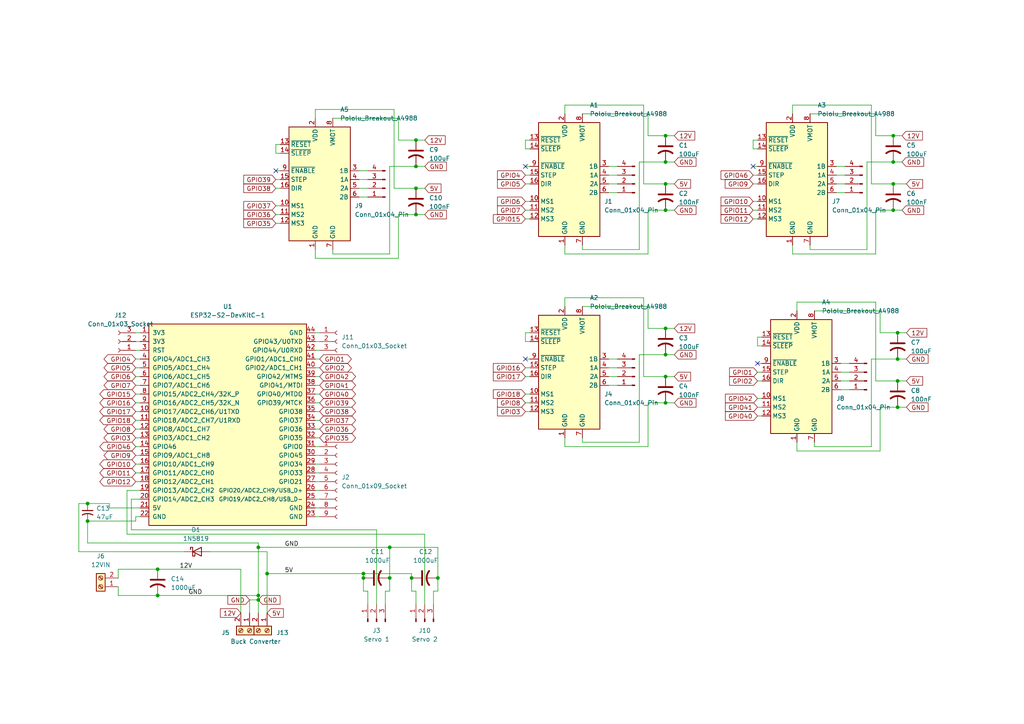
<source format=kicad_sch>
(kicad_sch
	(version 20250114)
	(generator "eeschema")
	(generator_version "9.0")
	(uuid "d5cd8904-e889-4807-9569-7c08421ad6cf")
	(paper "A4")
	(lib_symbols
		(symbol "Connector:Conn_01x03_Pin"
			(pin_names
				(offset 1.016)
				(hide yes)
			)
			(exclude_from_sim no)
			(in_bom yes)
			(on_board yes)
			(property "Reference" "J"
				(at 0 5.08 0)
				(effects
					(font
						(size 1.27 1.27)
					)
				)
			)
			(property "Value" "Conn_01x03_Pin"
				(at 0 -5.08 0)
				(effects
					(font
						(size 1.27 1.27)
					)
				)
			)
			(property "Footprint" ""
				(at 0 0 0)
				(effects
					(font
						(size 1.27 1.27)
					)
					(hide yes)
				)
			)
			(property "Datasheet" "~"
				(at 0 0 0)
				(effects
					(font
						(size 1.27 1.27)
					)
					(hide yes)
				)
			)
			(property "Description" "Generic connector, single row, 01x03, script generated"
				(at 0 0 0)
				(effects
					(font
						(size 1.27 1.27)
					)
					(hide yes)
				)
			)
			(property "ki_locked" ""
				(at 0 0 0)
				(effects
					(font
						(size 1.27 1.27)
					)
				)
			)
			(property "ki_keywords" "connector"
				(at 0 0 0)
				(effects
					(font
						(size 1.27 1.27)
					)
					(hide yes)
				)
			)
			(property "ki_fp_filters" "Connector*:*_1x??_*"
				(at 0 0 0)
				(effects
					(font
						(size 1.27 1.27)
					)
					(hide yes)
				)
			)
			(symbol "Conn_01x03_Pin_1_1"
				(rectangle
					(start 0.8636 2.667)
					(end 0 2.413)
					(stroke
						(width 0.1524)
						(type default)
					)
					(fill
						(type outline)
					)
				)
				(rectangle
					(start 0.8636 0.127)
					(end 0 -0.127)
					(stroke
						(width 0.1524)
						(type default)
					)
					(fill
						(type outline)
					)
				)
				(rectangle
					(start 0.8636 -2.413)
					(end 0 -2.667)
					(stroke
						(width 0.1524)
						(type default)
					)
					(fill
						(type outline)
					)
				)
				(polyline
					(pts
						(xy 1.27 2.54) (xy 0.8636 2.54)
					)
					(stroke
						(width 0.1524)
						(type default)
					)
					(fill
						(type none)
					)
				)
				(polyline
					(pts
						(xy 1.27 0) (xy 0.8636 0)
					)
					(stroke
						(width 0.1524)
						(type default)
					)
					(fill
						(type none)
					)
				)
				(polyline
					(pts
						(xy 1.27 -2.54) (xy 0.8636 -2.54)
					)
					(stroke
						(width 0.1524)
						(type default)
					)
					(fill
						(type none)
					)
				)
				(pin passive line
					(at 5.08 2.54 180)
					(length 3.81)
					(name "Pin_1"
						(effects
							(font
								(size 1.27 1.27)
							)
						)
					)
					(number "1"
						(effects
							(font
								(size 1.27 1.27)
							)
						)
					)
				)
				(pin passive line
					(at 5.08 0 180)
					(length 3.81)
					(name "Pin_2"
						(effects
							(font
								(size 1.27 1.27)
							)
						)
					)
					(number "2"
						(effects
							(font
								(size 1.27 1.27)
							)
						)
					)
				)
				(pin passive line
					(at 5.08 -2.54 180)
					(length 3.81)
					(name "Pin_3"
						(effects
							(font
								(size 1.27 1.27)
							)
						)
					)
					(number "3"
						(effects
							(font
								(size 1.27 1.27)
							)
						)
					)
				)
			)
			(embedded_fonts no)
		)
		(symbol "Connector:Conn_01x03_Socket"
			(pin_names
				(offset 1.016)
				(hide yes)
			)
			(exclude_from_sim no)
			(in_bom yes)
			(on_board yes)
			(property "Reference" "J"
				(at 0 5.08 0)
				(effects
					(font
						(size 1.27 1.27)
					)
				)
			)
			(property "Value" "Conn_01x03_Socket"
				(at 0 -5.08 0)
				(effects
					(font
						(size 1.27 1.27)
					)
				)
			)
			(property "Footprint" ""
				(at 0 0 0)
				(effects
					(font
						(size 1.27 1.27)
					)
					(hide yes)
				)
			)
			(property "Datasheet" "~"
				(at 0 0 0)
				(effects
					(font
						(size 1.27 1.27)
					)
					(hide yes)
				)
			)
			(property "Description" "Generic connector, single row, 01x03, script generated"
				(at 0 0 0)
				(effects
					(font
						(size 1.27 1.27)
					)
					(hide yes)
				)
			)
			(property "ki_locked" ""
				(at 0 0 0)
				(effects
					(font
						(size 1.27 1.27)
					)
				)
			)
			(property "ki_keywords" "connector"
				(at 0 0 0)
				(effects
					(font
						(size 1.27 1.27)
					)
					(hide yes)
				)
			)
			(property "ki_fp_filters" "Connector*:*_1x??_*"
				(at 0 0 0)
				(effects
					(font
						(size 1.27 1.27)
					)
					(hide yes)
				)
			)
			(symbol "Conn_01x03_Socket_1_1"
				(polyline
					(pts
						(xy -1.27 2.54) (xy -0.508 2.54)
					)
					(stroke
						(width 0.1524)
						(type default)
					)
					(fill
						(type none)
					)
				)
				(polyline
					(pts
						(xy -1.27 0) (xy -0.508 0)
					)
					(stroke
						(width 0.1524)
						(type default)
					)
					(fill
						(type none)
					)
				)
				(polyline
					(pts
						(xy -1.27 -2.54) (xy -0.508 -2.54)
					)
					(stroke
						(width 0.1524)
						(type default)
					)
					(fill
						(type none)
					)
				)
				(arc
					(start 0 2.032)
					(mid -0.5058 2.54)
					(end 0 3.048)
					(stroke
						(width 0.1524)
						(type default)
					)
					(fill
						(type none)
					)
				)
				(arc
					(start 0 -0.508)
					(mid -0.5058 0)
					(end 0 0.508)
					(stroke
						(width 0.1524)
						(type default)
					)
					(fill
						(type none)
					)
				)
				(arc
					(start 0 -3.048)
					(mid -0.5058 -2.54)
					(end 0 -2.032)
					(stroke
						(width 0.1524)
						(type default)
					)
					(fill
						(type none)
					)
				)
				(pin passive line
					(at -5.08 2.54 0)
					(length 3.81)
					(name "Pin_1"
						(effects
							(font
								(size 1.27 1.27)
							)
						)
					)
					(number "1"
						(effects
							(font
								(size 1.27 1.27)
							)
						)
					)
				)
				(pin passive line
					(at -5.08 0 0)
					(length 3.81)
					(name "Pin_2"
						(effects
							(font
								(size 1.27 1.27)
							)
						)
					)
					(number "2"
						(effects
							(font
								(size 1.27 1.27)
							)
						)
					)
				)
				(pin passive line
					(at -5.08 -2.54 0)
					(length 3.81)
					(name "Pin_3"
						(effects
							(font
								(size 1.27 1.27)
							)
						)
					)
					(number "3"
						(effects
							(font
								(size 1.27 1.27)
							)
						)
					)
				)
			)
			(embedded_fonts no)
		)
		(symbol "Connector:Conn_01x04_Pin"
			(pin_names
				(offset 1.016)
				(hide yes)
			)
			(exclude_from_sim no)
			(in_bom yes)
			(on_board yes)
			(property "Reference" "J"
				(at 0 5.08 0)
				(effects
					(font
						(size 1.27 1.27)
					)
				)
			)
			(property "Value" "Conn_01x04_Pin"
				(at 0 -7.62 0)
				(effects
					(font
						(size 1.27 1.27)
					)
				)
			)
			(property "Footprint" ""
				(at 0 0 0)
				(effects
					(font
						(size 1.27 1.27)
					)
					(hide yes)
				)
			)
			(property "Datasheet" "~"
				(at 0 0 0)
				(effects
					(font
						(size 1.27 1.27)
					)
					(hide yes)
				)
			)
			(property "Description" "Generic connector, single row, 01x04, script generated"
				(at 0 0 0)
				(effects
					(font
						(size 1.27 1.27)
					)
					(hide yes)
				)
			)
			(property "ki_locked" ""
				(at 0 0 0)
				(effects
					(font
						(size 1.27 1.27)
					)
				)
			)
			(property "ki_keywords" "connector"
				(at 0 0 0)
				(effects
					(font
						(size 1.27 1.27)
					)
					(hide yes)
				)
			)
			(property "ki_fp_filters" "Connector*:*_1x??_*"
				(at 0 0 0)
				(effects
					(font
						(size 1.27 1.27)
					)
					(hide yes)
				)
			)
			(symbol "Conn_01x04_Pin_1_1"
				(rectangle
					(start 0.8636 2.667)
					(end 0 2.413)
					(stroke
						(width 0.1524)
						(type default)
					)
					(fill
						(type outline)
					)
				)
				(rectangle
					(start 0.8636 0.127)
					(end 0 -0.127)
					(stroke
						(width 0.1524)
						(type default)
					)
					(fill
						(type outline)
					)
				)
				(rectangle
					(start 0.8636 -2.413)
					(end 0 -2.667)
					(stroke
						(width 0.1524)
						(type default)
					)
					(fill
						(type outline)
					)
				)
				(rectangle
					(start 0.8636 -4.953)
					(end 0 -5.207)
					(stroke
						(width 0.1524)
						(type default)
					)
					(fill
						(type outline)
					)
				)
				(polyline
					(pts
						(xy 1.27 2.54) (xy 0.8636 2.54)
					)
					(stroke
						(width 0.1524)
						(type default)
					)
					(fill
						(type none)
					)
				)
				(polyline
					(pts
						(xy 1.27 0) (xy 0.8636 0)
					)
					(stroke
						(width 0.1524)
						(type default)
					)
					(fill
						(type none)
					)
				)
				(polyline
					(pts
						(xy 1.27 -2.54) (xy 0.8636 -2.54)
					)
					(stroke
						(width 0.1524)
						(type default)
					)
					(fill
						(type none)
					)
				)
				(polyline
					(pts
						(xy 1.27 -5.08) (xy 0.8636 -5.08)
					)
					(stroke
						(width 0.1524)
						(type default)
					)
					(fill
						(type none)
					)
				)
				(pin passive line
					(at 5.08 2.54 180)
					(length 3.81)
					(name "Pin_1"
						(effects
							(font
								(size 1.27 1.27)
							)
						)
					)
					(number "1"
						(effects
							(font
								(size 1.27 1.27)
							)
						)
					)
				)
				(pin passive line
					(at 5.08 0 180)
					(length 3.81)
					(name "Pin_2"
						(effects
							(font
								(size 1.27 1.27)
							)
						)
					)
					(number "2"
						(effects
							(font
								(size 1.27 1.27)
							)
						)
					)
				)
				(pin passive line
					(at 5.08 -2.54 180)
					(length 3.81)
					(name "Pin_3"
						(effects
							(font
								(size 1.27 1.27)
							)
						)
					)
					(number "3"
						(effects
							(font
								(size 1.27 1.27)
							)
						)
					)
				)
				(pin passive line
					(at 5.08 -5.08 180)
					(length 3.81)
					(name "Pin_4"
						(effects
							(font
								(size 1.27 1.27)
							)
						)
					)
					(number "4"
						(effects
							(font
								(size 1.27 1.27)
							)
						)
					)
				)
			)
			(embedded_fonts no)
		)
		(symbol "Connector:Conn_01x09_Socket"
			(pin_names
				(offset 1.016)
				(hide yes)
			)
			(exclude_from_sim no)
			(in_bom yes)
			(on_board yes)
			(property "Reference" "J"
				(at 0 12.7 0)
				(effects
					(font
						(size 1.27 1.27)
					)
				)
			)
			(property "Value" "Conn_01x09_Socket"
				(at 0 -12.7 0)
				(effects
					(font
						(size 1.27 1.27)
					)
				)
			)
			(property "Footprint" ""
				(at 0 0 0)
				(effects
					(font
						(size 1.27 1.27)
					)
					(hide yes)
				)
			)
			(property "Datasheet" "~"
				(at 0 0 0)
				(effects
					(font
						(size 1.27 1.27)
					)
					(hide yes)
				)
			)
			(property "Description" "Generic connector, single row, 01x09, script generated"
				(at 0 0 0)
				(effects
					(font
						(size 1.27 1.27)
					)
					(hide yes)
				)
			)
			(property "ki_locked" ""
				(at 0 0 0)
				(effects
					(font
						(size 1.27 1.27)
					)
				)
			)
			(property "ki_keywords" "connector"
				(at 0 0 0)
				(effects
					(font
						(size 1.27 1.27)
					)
					(hide yes)
				)
			)
			(property "ki_fp_filters" "Connector*:*_1x??_*"
				(at 0 0 0)
				(effects
					(font
						(size 1.27 1.27)
					)
					(hide yes)
				)
			)
			(symbol "Conn_01x09_Socket_1_1"
				(polyline
					(pts
						(xy -1.27 10.16) (xy -0.508 10.16)
					)
					(stroke
						(width 0.1524)
						(type default)
					)
					(fill
						(type none)
					)
				)
				(polyline
					(pts
						(xy -1.27 7.62) (xy -0.508 7.62)
					)
					(stroke
						(width 0.1524)
						(type default)
					)
					(fill
						(type none)
					)
				)
				(polyline
					(pts
						(xy -1.27 5.08) (xy -0.508 5.08)
					)
					(stroke
						(width 0.1524)
						(type default)
					)
					(fill
						(type none)
					)
				)
				(polyline
					(pts
						(xy -1.27 2.54) (xy -0.508 2.54)
					)
					(stroke
						(width 0.1524)
						(type default)
					)
					(fill
						(type none)
					)
				)
				(polyline
					(pts
						(xy -1.27 0) (xy -0.508 0)
					)
					(stroke
						(width 0.1524)
						(type default)
					)
					(fill
						(type none)
					)
				)
				(polyline
					(pts
						(xy -1.27 -2.54) (xy -0.508 -2.54)
					)
					(stroke
						(width 0.1524)
						(type default)
					)
					(fill
						(type none)
					)
				)
				(polyline
					(pts
						(xy -1.27 -5.08) (xy -0.508 -5.08)
					)
					(stroke
						(width 0.1524)
						(type default)
					)
					(fill
						(type none)
					)
				)
				(polyline
					(pts
						(xy -1.27 -7.62) (xy -0.508 -7.62)
					)
					(stroke
						(width 0.1524)
						(type default)
					)
					(fill
						(type none)
					)
				)
				(polyline
					(pts
						(xy -1.27 -10.16) (xy -0.508 -10.16)
					)
					(stroke
						(width 0.1524)
						(type default)
					)
					(fill
						(type none)
					)
				)
				(arc
					(start 0 9.652)
					(mid -0.5058 10.16)
					(end 0 10.668)
					(stroke
						(width 0.1524)
						(type default)
					)
					(fill
						(type none)
					)
				)
				(arc
					(start 0 7.112)
					(mid -0.5058 7.62)
					(end 0 8.128)
					(stroke
						(width 0.1524)
						(type default)
					)
					(fill
						(type none)
					)
				)
				(arc
					(start 0 4.572)
					(mid -0.5058 5.08)
					(end 0 5.588)
					(stroke
						(width 0.1524)
						(type default)
					)
					(fill
						(type none)
					)
				)
				(arc
					(start 0 2.032)
					(mid -0.5058 2.54)
					(end 0 3.048)
					(stroke
						(width 0.1524)
						(type default)
					)
					(fill
						(type none)
					)
				)
				(arc
					(start 0 -0.508)
					(mid -0.5058 0)
					(end 0 0.508)
					(stroke
						(width 0.1524)
						(type default)
					)
					(fill
						(type none)
					)
				)
				(arc
					(start 0 -3.048)
					(mid -0.5058 -2.54)
					(end 0 -2.032)
					(stroke
						(width 0.1524)
						(type default)
					)
					(fill
						(type none)
					)
				)
				(arc
					(start 0 -5.588)
					(mid -0.5058 -5.08)
					(end 0 -4.572)
					(stroke
						(width 0.1524)
						(type default)
					)
					(fill
						(type none)
					)
				)
				(arc
					(start 0 -8.128)
					(mid -0.5058 -7.62)
					(end 0 -7.112)
					(stroke
						(width 0.1524)
						(type default)
					)
					(fill
						(type none)
					)
				)
				(arc
					(start 0 -10.668)
					(mid -0.5058 -10.16)
					(end 0 -9.652)
					(stroke
						(width 0.1524)
						(type default)
					)
					(fill
						(type none)
					)
				)
				(pin passive line
					(at -5.08 10.16 0)
					(length 3.81)
					(name "Pin_1"
						(effects
							(font
								(size 1.27 1.27)
							)
						)
					)
					(number "1"
						(effects
							(font
								(size 1.27 1.27)
							)
						)
					)
				)
				(pin passive line
					(at -5.08 7.62 0)
					(length 3.81)
					(name "Pin_2"
						(effects
							(font
								(size 1.27 1.27)
							)
						)
					)
					(number "2"
						(effects
							(font
								(size 1.27 1.27)
							)
						)
					)
				)
				(pin passive line
					(at -5.08 5.08 0)
					(length 3.81)
					(name "Pin_3"
						(effects
							(font
								(size 1.27 1.27)
							)
						)
					)
					(number "3"
						(effects
							(font
								(size 1.27 1.27)
							)
						)
					)
				)
				(pin passive line
					(at -5.08 2.54 0)
					(length 3.81)
					(name "Pin_4"
						(effects
							(font
								(size 1.27 1.27)
							)
						)
					)
					(number "4"
						(effects
							(font
								(size 1.27 1.27)
							)
						)
					)
				)
				(pin passive line
					(at -5.08 0 0)
					(length 3.81)
					(name "Pin_5"
						(effects
							(font
								(size 1.27 1.27)
							)
						)
					)
					(number "5"
						(effects
							(font
								(size 1.27 1.27)
							)
						)
					)
				)
				(pin passive line
					(at -5.08 -2.54 0)
					(length 3.81)
					(name "Pin_6"
						(effects
							(font
								(size 1.27 1.27)
							)
						)
					)
					(number "6"
						(effects
							(font
								(size 1.27 1.27)
							)
						)
					)
				)
				(pin passive line
					(at -5.08 -5.08 0)
					(length 3.81)
					(name "Pin_7"
						(effects
							(font
								(size 1.27 1.27)
							)
						)
					)
					(number "7"
						(effects
							(font
								(size 1.27 1.27)
							)
						)
					)
				)
				(pin passive line
					(at -5.08 -7.62 0)
					(length 3.81)
					(name "Pin_8"
						(effects
							(font
								(size 1.27 1.27)
							)
						)
					)
					(number "8"
						(effects
							(font
								(size 1.27 1.27)
							)
						)
					)
				)
				(pin passive line
					(at -5.08 -10.16 0)
					(length 3.81)
					(name "Pin_9"
						(effects
							(font
								(size 1.27 1.27)
							)
						)
					)
					(number "9"
						(effects
							(font
								(size 1.27 1.27)
							)
						)
					)
				)
			)
			(embedded_fonts no)
		)
		(symbol "Connector:Screw_Terminal_01x02"
			(pin_names
				(offset 1.016)
				(hide yes)
			)
			(exclude_from_sim no)
			(in_bom yes)
			(on_board yes)
			(property "Reference" "J"
				(at 0 2.54 0)
				(effects
					(font
						(size 1.27 1.27)
					)
				)
			)
			(property "Value" "Screw_Terminal_01x02"
				(at 0 -5.08 0)
				(effects
					(font
						(size 1.27 1.27)
					)
				)
			)
			(property "Footprint" ""
				(at 0 0 0)
				(effects
					(font
						(size 1.27 1.27)
					)
					(hide yes)
				)
			)
			(property "Datasheet" "~"
				(at 0 0 0)
				(effects
					(font
						(size 1.27 1.27)
					)
					(hide yes)
				)
			)
			(property "Description" "Generic screw terminal, single row, 01x02, script generated (kicad-library-utils/schlib/autogen/connector/)"
				(at 0 0 0)
				(effects
					(font
						(size 1.27 1.27)
					)
					(hide yes)
				)
			)
			(property "ki_keywords" "screw terminal"
				(at 0 0 0)
				(effects
					(font
						(size 1.27 1.27)
					)
					(hide yes)
				)
			)
			(property "ki_fp_filters" "TerminalBlock*:*"
				(at 0 0 0)
				(effects
					(font
						(size 1.27 1.27)
					)
					(hide yes)
				)
			)
			(symbol "Screw_Terminal_01x02_1_1"
				(rectangle
					(start -1.27 1.27)
					(end 1.27 -3.81)
					(stroke
						(width 0.254)
						(type default)
					)
					(fill
						(type background)
					)
				)
				(polyline
					(pts
						(xy -0.5334 0.3302) (xy 0.3302 -0.508)
					)
					(stroke
						(width 0.1524)
						(type default)
					)
					(fill
						(type none)
					)
				)
				(polyline
					(pts
						(xy -0.5334 -2.2098) (xy 0.3302 -3.048)
					)
					(stroke
						(width 0.1524)
						(type default)
					)
					(fill
						(type none)
					)
				)
				(polyline
					(pts
						(xy -0.3556 0.508) (xy 0.508 -0.3302)
					)
					(stroke
						(width 0.1524)
						(type default)
					)
					(fill
						(type none)
					)
				)
				(polyline
					(pts
						(xy -0.3556 -2.032) (xy 0.508 -2.8702)
					)
					(stroke
						(width 0.1524)
						(type default)
					)
					(fill
						(type none)
					)
				)
				(circle
					(center 0 0)
					(radius 0.635)
					(stroke
						(width 0.1524)
						(type default)
					)
					(fill
						(type none)
					)
				)
				(circle
					(center 0 -2.54)
					(radius 0.635)
					(stroke
						(width 0.1524)
						(type default)
					)
					(fill
						(type none)
					)
				)
				(pin passive line
					(at -5.08 0 0)
					(length 3.81)
					(name "Pin_1"
						(effects
							(font
								(size 1.27 1.27)
							)
						)
					)
					(number "1"
						(effects
							(font
								(size 1.27 1.27)
							)
						)
					)
				)
				(pin passive line
					(at -5.08 -2.54 0)
					(length 3.81)
					(name "Pin_2"
						(effects
							(font
								(size 1.27 1.27)
							)
						)
					)
					(number "2"
						(effects
							(font
								(size 1.27 1.27)
							)
						)
					)
				)
			)
			(embedded_fonts no)
		)
		(symbol "Device:C_Small_US"
			(pin_numbers
				(hide yes)
			)
			(pin_names
				(offset 0.254)
				(hide yes)
			)
			(exclude_from_sim no)
			(in_bom yes)
			(on_board yes)
			(property "Reference" "C"
				(at 0.254 1.778 0)
				(effects
					(font
						(size 1.27 1.27)
					)
					(justify left)
				)
			)
			(property "Value" "C_Small_US"
				(at 0.254 -2.032 0)
				(effects
					(font
						(size 1.27 1.27)
					)
					(justify left)
				)
			)
			(property "Footprint" ""
				(at 0 0 0)
				(effects
					(font
						(size 1.27 1.27)
					)
					(hide yes)
				)
			)
			(property "Datasheet" ""
				(at 0 0 0)
				(effects
					(font
						(size 1.27 1.27)
					)
					(hide yes)
				)
			)
			(property "Description" "capacitor, small US symbol"
				(at 0 0 0)
				(effects
					(font
						(size 1.27 1.27)
					)
					(hide yes)
				)
			)
			(property "ki_keywords" "cap capacitor"
				(at 0 0 0)
				(effects
					(font
						(size 1.27 1.27)
					)
					(hide yes)
				)
			)
			(property "ki_fp_filters" "C_*"
				(at 0 0 0)
				(effects
					(font
						(size 1.27 1.27)
					)
					(hide yes)
				)
			)
			(symbol "C_Small_US_0_1"
				(polyline
					(pts
						(xy -1.524 0.508) (xy 1.524 0.508)
					)
					(stroke
						(width 0.3048)
						(type default)
					)
					(fill
						(type none)
					)
				)
				(arc
					(start -1.524 -0.762)
					(mid 0 -0.3734)
					(end 1.524 -0.762)
					(stroke
						(width 0.3048)
						(type default)
					)
					(fill
						(type none)
					)
				)
			)
			(symbol "C_Small_US_1_1"
				(pin passive line
					(at 0 2.54 270)
					(length 2.032)
					(name "~"
						(effects
							(font
								(size 1.27 1.27)
							)
						)
					)
					(number "1"
						(effects
							(font
								(size 1.27 1.27)
							)
						)
					)
				)
				(pin passive line
					(at 0 -2.54 90)
					(length 2.032)
					(name "~"
						(effects
							(font
								(size 1.27 1.27)
							)
						)
					)
					(number "2"
						(effects
							(font
								(size 1.27 1.27)
							)
						)
					)
				)
			)
			(embedded_fonts no)
		)
		(symbol "Device:C_US"
			(pin_numbers
				(hide yes)
			)
			(pin_names
				(offset 0.254)
				(hide yes)
			)
			(exclude_from_sim no)
			(in_bom yes)
			(on_board yes)
			(property "Reference" "C"
				(at 0.635 2.54 0)
				(effects
					(font
						(size 1.27 1.27)
					)
					(justify left)
				)
			)
			(property "Value" "C_US"
				(at 0.635 -2.54 0)
				(effects
					(font
						(size 1.27 1.27)
					)
					(justify left)
				)
			)
			(property "Footprint" ""
				(at 0 0 0)
				(effects
					(font
						(size 1.27 1.27)
					)
					(hide yes)
				)
			)
			(property "Datasheet" ""
				(at 0 0 0)
				(effects
					(font
						(size 1.27 1.27)
					)
					(hide yes)
				)
			)
			(property "Description" "capacitor, US symbol"
				(at 0 0 0)
				(effects
					(font
						(size 1.27 1.27)
					)
					(hide yes)
				)
			)
			(property "ki_keywords" "cap capacitor"
				(at 0 0 0)
				(effects
					(font
						(size 1.27 1.27)
					)
					(hide yes)
				)
			)
			(property "ki_fp_filters" "C_*"
				(at 0 0 0)
				(effects
					(font
						(size 1.27 1.27)
					)
					(hide yes)
				)
			)
			(symbol "C_US_0_1"
				(polyline
					(pts
						(xy -2.032 0.762) (xy 2.032 0.762)
					)
					(stroke
						(width 0.508)
						(type default)
					)
					(fill
						(type none)
					)
				)
				(arc
					(start -2.032 -1.27)
					(mid 0 -0.5572)
					(end 2.032 -1.27)
					(stroke
						(width 0.508)
						(type default)
					)
					(fill
						(type none)
					)
				)
			)
			(symbol "C_US_1_1"
				(pin passive line
					(at 0 3.81 270)
					(length 2.794)
					(name "~"
						(effects
							(font
								(size 1.27 1.27)
							)
						)
					)
					(number "1"
						(effects
							(font
								(size 1.27 1.27)
							)
						)
					)
				)
				(pin passive line
					(at 0 -3.81 90)
					(length 3.302)
					(name "~"
						(effects
							(font
								(size 1.27 1.27)
							)
						)
					)
					(number "2"
						(effects
							(font
								(size 1.27 1.27)
							)
						)
					)
				)
			)
			(embedded_fonts no)
		)
		(symbol "Diode:1N5819"
			(pin_numbers
				(hide yes)
			)
			(pin_names
				(offset 1.016)
				(hide yes)
			)
			(exclude_from_sim no)
			(in_bom yes)
			(on_board yes)
			(property "Reference" "D"
				(at 0 2.54 0)
				(effects
					(font
						(size 1.27 1.27)
					)
				)
			)
			(property "Value" "1N5819"
				(at 0 -2.54 0)
				(effects
					(font
						(size 1.27 1.27)
					)
				)
			)
			(property "Footprint" "Diode_THT:D_DO-41_SOD81_P10.16mm_Horizontal"
				(at 0 -4.445 0)
				(effects
					(font
						(size 1.27 1.27)
					)
					(hide yes)
				)
			)
			(property "Datasheet" "http://www.vishay.com/docs/88525/1n5817.pdf"
				(at 0 0 0)
				(effects
					(font
						(size 1.27 1.27)
					)
					(hide yes)
				)
			)
			(property "Description" "40V 1A Schottky Barrier Rectifier Diode, DO-41"
				(at 0 0 0)
				(effects
					(font
						(size 1.27 1.27)
					)
					(hide yes)
				)
			)
			(property "ki_keywords" "diode Schottky"
				(at 0 0 0)
				(effects
					(font
						(size 1.27 1.27)
					)
					(hide yes)
				)
			)
			(property "ki_fp_filters" "D*DO?41*"
				(at 0 0 0)
				(effects
					(font
						(size 1.27 1.27)
					)
					(hide yes)
				)
			)
			(symbol "1N5819_0_1"
				(polyline
					(pts
						(xy -1.905 0.635) (xy -1.905 1.27) (xy -1.27 1.27) (xy -1.27 -1.27) (xy -0.635 -1.27) (xy -0.635 -0.635)
					)
					(stroke
						(width 0.254)
						(type default)
					)
					(fill
						(type none)
					)
				)
				(polyline
					(pts
						(xy 1.27 1.27) (xy 1.27 -1.27) (xy -1.27 0) (xy 1.27 1.27)
					)
					(stroke
						(width 0.254)
						(type default)
					)
					(fill
						(type none)
					)
				)
				(polyline
					(pts
						(xy 1.27 0) (xy -1.27 0)
					)
					(stroke
						(width 0)
						(type default)
					)
					(fill
						(type none)
					)
				)
			)
			(symbol "1N5819_1_1"
				(pin passive line
					(at -3.81 0 0)
					(length 2.54)
					(name "K"
						(effects
							(font
								(size 1.27 1.27)
							)
						)
					)
					(number "1"
						(effects
							(font
								(size 1.27 1.27)
							)
						)
					)
				)
				(pin passive line
					(at 3.81 0 180)
					(length 2.54)
					(name "A"
						(effects
							(font
								(size 1.27 1.27)
							)
						)
					)
					(number "2"
						(effects
							(font
								(size 1.27 1.27)
							)
						)
					)
				)
			)
			(embedded_fonts no)
		)
		(symbol "Driver_Motor:Pololu_Breakout_A4988"
			(exclude_from_sim no)
			(in_bom yes)
			(on_board yes)
			(property "Reference" "A"
				(at -2.54 19.05 0)
				(effects
					(font
						(size 1.27 1.27)
					)
					(justify right)
				)
			)
			(property "Value" "Pololu_Breakout_A4988"
				(at -2.54 16.51 0)
				(effects
					(font
						(size 1.27 1.27)
					)
					(justify right)
				)
			)
			(property "Footprint" "Module:Pololu_Breakout-16_15.2x20.3mm"
				(at 6.985 -19.05 0)
				(effects
					(font
						(size 1.27 1.27)
					)
					(justify left)
					(hide yes)
				)
			)
			(property "Datasheet" "https://www.pololu.com/product/2980/pictures"
				(at 2.54 -7.62 0)
				(effects
					(font
						(size 1.27 1.27)
					)
					(hide yes)
				)
			)
			(property "Description" "Pololu Breakout Board, Stepper Driver A4988"
				(at 0 0 0)
				(effects
					(font
						(size 1.27 1.27)
					)
					(hide yes)
				)
			)
			(property "ki_keywords" "Pololu Breakout Board Stepper Driver A4988"
				(at 0 0 0)
				(effects
					(font
						(size 1.27 1.27)
					)
					(hide yes)
				)
			)
			(property "ki_fp_filters" "Pololu*Breakout*15.2x20.3mm*"
				(at 0 0 0)
				(effects
					(font
						(size 1.27 1.27)
					)
					(hide yes)
				)
			)
			(symbol "Pololu_Breakout_A4988_0_1"
				(rectangle
					(start 10.16 -17.78)
					(end -7.62 15.24)
					(stroke
						(width 0.254)
						(type default)
					)
					(fill
						(type background)
					)
				)
			)
			(symbol "Pololu_Breakout_A4988_1_1"
				(pin input line
					(at -10.16 10.16 0)
					(length 2.54)
					(name "~{RESET}"
						(effects
							(font
								(size 1.27 1.27)
							)
						)
					)
					(number "13"
						(effects
							(font
								(size 1.27 1.27)
							)
						)
					)
				)
				(pin input line
					(at -10.16 7.62 0)
					(length 2.54)
					(name "~{SLEEP}"
						(effects
							(font
								(size 1.27 1.27)
							)
						)
					)
					(number "14"
						(effects
							(font
								(size 1.27 1.27)
							)
						)
					)
				)
				(pin input line
					(at -10.16 2.54 0)
					(length 2.54)
					(name "~{ENABLE}"
						(effects
							(font
								(size 1.27 1.27)
							)
						)
					)
					(number "9"
						(effects
							(font
								(size 1.27 1.27)
							)
						)
					)
				)
				(pin input line
					(at -10.16 0 0)
					(length 2.54)
					(name "STEP"
						(effects
							(font
								(size 1.27 1.27)
							)
						)
					)
					(number "15"
						(effects
							(font
								(size 1.27 1.27)
							)
						)
					)
				)
				(pin input line
					(at -10.16 -2.54 0)
					(length 2.54)
					(name "DIR"
						(effects
							(font
								(size 1.27 1.27)
							)
						)
					)
					(number "16"
						(effects
							(font
								(size 1.27 1.27)
							)
						)
					)
				)
				(pin input line
					(at -10.16 -7.62 0)
					(length 2.54)
					(name "MS1"
						(effects
							(font
								(size 1.27 1.27)
							)
						)
					)
					(number "10"
						(effects
							(font
								(size 1.27 1.27)
							)
						)
					)
				)
				(pin input line
					(at -10.16 -10.16 0)
					(length 2.54)
					(name "MS2"
						(effects
							(font
								(size 1.27 1.27)
							)
						)
					)
					(number "11"
						(effects
							(font
								(size 1.27 1.27)
							)
						)
					)
				)
				(pin input line
					(at -10.16 -12.7 0)
					(length 2.54)
					(name "MS3"
						(effects
							(font
								(size 1.27 1.27)
							)
						)
					)
					(number "12"
						(effects
							(font
								(size 1.27 1.27)
							)
						)
					)
				)
				(pin power_in line
					(at 0 17.78 270)
					(length 2.54)
					(name "VDD"
						(effects
							(font
								(size 1.27 1.27)
							)
						)
					)
					(number "2"
						(effects
							(font
								(size 1.27 1.27)
							)
						)
					)
				)
				(pin power_in line
					(at 0 -20.32 90)
					(length 2.54)
					(name "GND"
						(effects
							(font
								(size 1.27 1.27)
							)
						)
					)
					(number "1"
						(effects
							(font
								(size 1.27 1.27)
							)
						)
					)
				)
				(pin power_in line
					(at 5.08 17.78 270)
					(length 2.54)
					(name "VMOT"
						(effects
							(font
								(size 1.27 1.27)
							)
						)
					)
					(number "8"
						(effects
							(font
								(size 1.27 1.27)
							)
						)
					)
				)
				(pin power_in line
					(at 5.08 -20.32 90)
					(length 2.54)
					(name "GND"
						(effects
							(font
								(size 1.27 1.27)
							)
						)
					)
					(number "7"
						(effects
							(font
								(size 1.27 1.27)
							)
						)
					)
				)
				(pin output line
					(at 12.7 2.54 180)
					(length 2.54)
					(name "1B"
						(effects
							(font
								(size 1.27 1.27)
							)
						)
					)
					(number "3"
						(effects
							(font
								(size 1.27 1.27)
							)
						)
					)
				)
				(pin output line
					(at 12.7 0 180)
					(length 2.54)
					(name "1A"
						(effects
							(font
								(size 1.27 1.27)
							)
						)
					)
					(number "4"
						(effects
							(font
								(size 1.27 1.27)
							)
						)
					)
				)
				(pin output line
					(at 12.7 -2.54 180)
					(length 2.54)
					(name "2A"
						(effects
							(font
								(size 1.27 1.27)
							)
						)
					)
					(number "5"
						(effects
							(font
								(size 1.27 1.27)
							)
						)
					)
				)
				(pin output line
					(at 12.7 -5.08 180)
					(length 2.54)
					(name "2B"
						(effects
							(font
								(size 1.27 1.27)
							)
						)
					)
					(number "6"
						(effects
							(font
								(size 1.27 1.27)
							)
						)
					)
				)
			)
			(embedded_fonts no)
		)
		(symbol "PCM_Espressif:ESP32-S2-DevKitC-1"
			(pin_names
				(offset 1.016)
			)
			(exclude_from_sim no)
			(in_bom yes)
			(on_board yes)
			(property "Reference" "U"
				(at -22.86 33.02 0)
				(effects
					(font
						(size 1.27 1.27)
					)
					(justify left)
				)
			)
			(property "Value" "ESP32-S2-DevKitC-1"
				(at -22.86 30.48 0)
				(effects
					(font
						(size 1.27 1.27)
					)
					(justify left)
				)
			)
			(property "Footprint" "PCM_Espressif:ESP32-S2-DevKitC-1"
				(at 0 -33.02 0)
				(effects
					(font
						(size 1.27 1.27)
					)
					(hide yes)
				)
			)
			(property "Datasheet" "https://docs.espressif.com/projects/esp-idf/en/latest/esp32s2/hw-reference/esp32s2/user-guide-s2-devkitc-1.html"
				(at 11.43 -35.56 0)
				(effects
					(font
						(size 1.27 1.27)
					)
					(hide yes)
				)
			)
			(property "Description" "ESP32-S2-DevKitC-1"
				(at 0 0 0)
				(effects
					(font
						(size 1.27 1.27)
					)
					(hide yes)
				)
			)
			(symbol "ESP32-S2-DevKitC-1_0_0"
				(pin power_in line
					(at -25.4 22.86 0)
					(length 2.54)
					(name "3V3"
						(effects
							(font
								(size 1.27 1.27)
							)
						)
					)
					(number "2"
						(effects
							(font
								(size 1.27 1.27)
							)
						)
					)
				)
				(pin input line
					(at -25.4 -7.62 0)
					(length 2.54)
					(name "GPIO46"
						(effects
							(font
								(size 1.27 1.27)
							)
						)
					)
					(number "14"
						(effects
							(font
								(size 1.27 1.27)
							)
						)
					)
				)
				(pin bidirectional line
					(at -25.4 -20.32 0)
					(length 2.54)
					(name "GPIO13/ADC2_CH2"
						(effects
							(font
								(size 1.27 1.27)
							)
						)
					)
					(number "19"
						(effects
							(font
								(size 1.27 1.27)
							)
						)
					)
				)
				(pin power_in line
					(at 25.4 25.4 180)
					(length 2.54)
					(name "GND"
						(effects
							(font
								(size 1.27 1.27)
							)
						)
					)
					(number "44"
						(effects
							(font
								(size 1.27 1.27)
							)
						)
					)
				)
				(pin bidirectional line
					(at 25.4 22.86 180)
					(length 2.54)
					(name "GPIO43/U0TXD"
						(effects
							(font
								(size 1.27 1.27)
							)
						)
					)
					(number "43"
						(effects
							(font
								(size 1.27 1.27)
							)
						)
					)
				)
				(pin bidirectional line
					(at 25.4 20.32 180)
					(length 2.54)
					(name "GPIO44/U0RXD"
						(effects
							(font
								(size 1.27 1.27)
							)
						)
					)
					(number "42"
						(effects
							(font
								(size 1.27 1.27)
							)
						)
					)
				)
				(pin bidirectional line
					(at 25.4 17.78 180)
					(length 2.54)
					(name "GPIO1/ADC1_CH0"
						(effects
							(font
								(size 1.27 1.27)
							)
						)
					)
					(number "41"
						(effects
							(font
								(size 1.27 1.27)
							)
						)
					)
				)
				(pin bidirectional line
					(at 25.4 15.24 180)
					(length 2.54)
					(name "GPIO2/ADC1_CH1"
						(effects
							(font
								(size 1.27 1.27)
							)
						)
					)
					(number "40"
						(effects
							(font
								(size 1.27 1.27)
							)
						)
					)
				)
				(pin bidirectional line
					(at 25.4 12.7 180)
					(length 2.54)
					(name "GPIO42/MTMS"
						(effects
							(font
								(size 1.27 1.27)
							)
						)
					)
					(number "39"
						(effects
							(font
								(size 1.27 1.27)
							)
						)
					)
				)
			)
			(symbol "ESP32-S2-DevKitC-1_0_1"
				(rectangle
					(start -22.86 27.94)
					(end 22.86 -30.48)
					(stroke
						(width 0.254)
						(type default)
					)
					(fill
						(type background)
					)
				)
			)
			(symbol "ESP32-S2-DevKitC-1_1_1"
				(pin power_in line
					(at -25.4 25.4 0)
					(length 2.54)
					(name "3V3"
						(effects
							(font
								(size 1.27 1.27)
							)
						)
					)
					(number "1"
						(effects
							(font
								(size 1.27 1.27)
							)
						)
					)
				)
				(pin input line
					(at -25.4 20.32 0)
					(length 2.54)
					(name "RST"
						(effects
							(font
								(size 1.27 1.27)
							)
						)
					)
					(number "3"
						(effects
							(font
								(size 1.27 1.27)
							)
						)
					)
				)
				(pin bidirectional line
					(at -25.4 17.78 0)
					(length 2.54)
					(name "GPIO4/ADC1_CH3"
						(effects
							(font
								(size 1.27 1.27)
							)
						)
					)
					(number "4"
						(effects
							(font
								(size 1.27 1.27)
							)
						)
					)
				)
				(pin bidirectional line
					(at -25.4 15.24 0)
					(length 2.54)
					(name "GPIO5/ADC1_CH4"
						(effects
							(font
								(size 1.27 1.27)
							)
						)
					)
					(number "5"
						(effects
							(font
								(size 1.27 1.27)
							)
						)
					)
				)
				(pin bidirectional line
					(at -25.4 12.7 0)
					(length 2.54)
					(name "GPIO6/ADC1_CH5"
						(effects
							(font
								(size 1.27 1.27)
							)
						)
					)
					(number "6"
						(effects
							(font
								(size 1.27 1.27)
							)
						)
					)
				)
				(pin bidirectional line
					(at -25.4 10.16 0)
					(length 2.54)
					(name "GPIO7/ADC1_CH6"
						(effects
							(font
								(size 1.27 1.27)
							)
						)
					)
					(number "7"
						(effects
							(font
								(size 1.27 1.27)
							)
						)
					)
				)
				(pin bidirectional line
					(at -25.4 7.62 0)
					(length 2.54)
					(name "GPIO15/ADC2_CH4/32K_P"
						(effects
							(font
								(size 1.27 1.27)
							)
						)
					)
					(number "8"
						(effects
							(font
								(size 1.27 1.27)
							)
						)
					)
				)
				(pin bidirectional line
					(at -25.4 5.08 0)
					(length 2.54)
					(name "GPIO16/ADC2_CH5/32K_N"
						(effects
							(font
								(size 1.27 1.27)
							)
						)
					)
					(number "9"
						(effects
							(font
								(size 1.27 1.27)
							)
						)
					)
				)
				(pin bidirectional line
					(at -25.4 2.54 0)
					(length 2.54)
					(name "GPIO17/ADC2_CH6/U1TXD"
						(effects
							(font
								(size 1.27 1.27)
							)
						)
					)
					(number "10"
						(effects
							(font
								(size 1.27 1.27)
							)
						)
					)
				)
				(pin bidirectional line
					(at -25.4 0 0)
					(length 2.54)
					(name "GPIO18/ADC2_CH7/U1RXD"
						(effects
							(font
								(size 1.27 1.27)
							)
						)
					)
					(number "11"
						(effects
							(font
								(size 1.27 1.27)
							)
						)
					)
				)
				(pin bidirectional line
					(at -25.4 -2.54 0)
					(length 2.54)
					(name "GPIO8/ADC1_CH7"
						(effects
							(font
								(size 1.27 1.27)
							)
						)
					)
					(number "12"
						(effects
							(font
								(size 1.27 1.27)
							)
						)
					)
				)
				(pin bidirectional line
					(at -25.4 -5.08 0)
					(length 2.54)
					(name "GPIO3/ADC1_CH2"
						(effects
							(font
								(size 1.27 1.27)
							)
						)
					)
					(number "13"
						(effects
							(font
								(size 1.27 1.27)
							)
						)
					)
				)
				(pin bidirectional line
					(at -25.4 -10.16 0)
					(length 2.54)
					(name "GPIO9/ADC1_CH8"
						(effects
							(font
								(size 1.27 1.27)
							)
						)
					)
					(number "15"
						(effects
							(font
								(size 1.27 1.27)
							)
						)
					)
				)
				(pin bidirectional line
					(at -25.4 -12.7 0)
					(length 2.54)
					(name "GPIO10/ADC1_CH9"
						(effects
							(font
								(size 1.27 1.27)
							)
						)
					)
					(number "16"
						(effects
							(font
								(size 1.27 1.27)
							)
						)
					)
				)
				(pin bidirectional line
					(at -25.4 -15.24 0)
					(length 2.54)
					(name "GPIO11/ADC2_CH0"
						(effects
							(font
								(size 1.27 1.27)
							)
						)
					)
					(number "17"
						(effects
							(font
								(size 1.27 1.27)
							)
						)
					)
				)
				(pin bidirectional line
					(at -25.4 -17.78 0)
					(length 2.54)
					(name "GPIO12/ADC2_CH1"
						(effects
							(font
								(size 1.27 1.27)
							)
						)
					)
					(number "18"
						(effects
							(font
								(size 1.27 1.27)
							)
						)
					)
				)
				(pin bidirectional line
					(at -25.4 -22.86 0)
					(length 2.54)
					(name "GPIO14/ADC2_CH3"
						(effects
							(font
								(size 1.27 1.27)
							)
						)
					)
					(number "20"
						(effects
							(font
								(size 1.27 1.27)
							)
						)
					)
				)
				(pin power_in line
					(at -25.4 -25.4 0)
					(length 2.54)
					(name "5V"
						(effects
							(font
								(size 1.27 1.27)
							)
						)
					)
					(number "21"
						(effects
							(font
								(size 1.27 1.27)
							)
						)
					)
				)
				(pin power_in line
					(at -25.4 -27.94 0)
					(length 2.54)
					(name "GND"
						(effects
							(font
								(size 1.27 1.27)
							)
						)
					)
					(number "22"
						(effects
							(font
								(size 1.27 1.27)
							)
						)
					)
				)
				(pin bidirectional line
					(at 25.4 10.16 180)
					(length 2.54)
					(name "GPIO41/MTDI"
						(effects
							(font
								(size 1.27 1.27)
							)
						)
					)
					(number "38"
						(effects
							(font
								(size 1.27 1.27)
							)
						)
					)
				)
				(pin bidirectional line
					(at 25.4 7.62 180)
					(length 2.54)
					(name "GPIO40/MTDO"
						(effects
							(font
								(size 1.27 1.27)
							)
						)
					)
					(number "37"
						(effects
							(font
								(size 1.27 1.27)
							)
						)
					)
				)
				(pin bidirectional line
					(at 25.4 5.08 180)
					(length 2.54)
					(name "GPIO39/MTCK"
						(effects
							(font
								(size 1.27 1.27)
							)
						)
					)
					(number "36"
						(effects
							(font
								(size 1.27 1.27)
							)
						)
					)
				)
				(pin bidirectional line
					(at 25.4 2.54 180)
					(length 2.54)
					(name "GPIO38"
						(effects
							(font
								(size 1.27 1.27)
							)
						)
					)
					(number "35"
						(effects
							(font
								(size 1.27 1.27)
							)
						)
					)
				)
				(pin bidirectional line
					(at 25.4 0 180)
					(length 2.54)
					(name "GPIO37"
						(effects
							(font
								(size 1.27 1.27)
							)
						)
					)
					(number "34"
						(effects
							(font
								(size 1.27 1.27)
							)
						)
					)
				)
				(pin bidirectional line
					(at 25.4 -2.54 180)
					(length 2.54)
					(name "GPIO36"
						(effects
							(font
								(size 1.27 1.27)
							)
						)
					)
					(number "33"
						(effects
							(font
								(size 1.27 1.27)
							)
						)
					)
				)
				(pin bidirectional line
					(at 25.4 -5.08 180)
					(length 2.54)
					(name "GPIO35"
						(effects
							(font
								(size 1.27 1.27)
							)
						)
					)
					(number "32"
						(effects
							(font
								(size 1.27 1.27)
							)
						)
					)
				)
				(pin bidirectional line
					(at 25.4 -7.62 180)
					(length 2.54)
					(name "GPIO0"
						(effects
							(font
								(size 1.27 1.27)
							)
						)
					)
					(number "31"
						(effects
							(font
								(size 1.27 1.27)
							)
						)
					)
				)
				(pin bidirectional line
					(at 25.4 -10.16 180)
					(length 2.54)
					(name "GPIO45"
						(effects
							(font
								(size 1.27 1.27)
							)
						)
					)
					(number "30"
						(effects
							(font
								(size 1.27 1.27)
							)
						)
					)
				)
				(pin bidirectional line
					(at 25.4 -12.7 180)
					(length 2.54)
					(name "GPIO34"
						(effects
							(font
								(size 1.27 1.27)
							)
						)
					)
					(number "29"
						(effects
							(font
								(size 1.27 1.27)
							)
						)
					)
				)
				(pin bidirectional line
					(at 25.4 -15.24 180)
					(length 2.54)
					(name "GPIO33"
						(effects
							(font
								(size 1.27 1.27)
							)
						)
					)
					(number "28"
						(effects
							(font
								(size 1.27 1.27)
							)
						)
					)
				)
				(pin bidirectional line
					(at 25.4 -17.78 180)
					(length 2.54)
					(name "GPIO21"
						(effects
							(font
								(size 1.27 1.27)
							)
						)
					)
					(number "27"
						(effects
							(font
								(size 1.27 1.27)
							)
						)
					)
				)
				(pin bidirectional line
					(at 25.4 -20.32 180)
					(length 2.54)
					(name "GPIO20/ADC2_CH9/USB_D+"
						(effects
							(font
								(size 1.15 1.15)
							)
						)
					)
					(number "26"
						(effects
							(font
								(size 1.27 1.27)
							)
						)
					)
				)
				(pin bidirectional line
					(at 25.4 -22.86 180)
					(length 2.54)
					(name "GPIO19/ADC2_CH8/USB_D-"
						(effects
							(font
								(size 1.15 1.15)
							)
						)
					)
					(number "25"
						(effects
							(font
								(size 1.27 1.27)
							)
						)
					)
				)
				(pin power_in line
					(at 25.4 -25.4 180)
					(length 2.54)
					(name "GND"
						(effects
							(font
								(size 1.27 1.27)
							)
						)
					)
					(number "24"
						(effects
							(font
								(size 1.27 1.27)
							)
						)
					)
				)
				(pin power_in line
					(at 25.4 -27.94 180)
					(length 2.54)
					(name "GND"
						(effects
							(font
								(size 1.27 1.27)
							)
						)
					)
					(number "23"
						(effects
							(font
								(size 1.27 1.27)
							)
						)
					)
				)
			)
			(embedded_fonts no)
		)
	)
	(junction
		(at 120.65 54.61)
		(diameter 0)
		(color 0 0 0 0)
		(uuid "044690a3-8199-458a-8945-c07264c36005")
	)
	(junction
		(at 25.4 151.13)
		(diameter 0)
		(color 0 0 0 0)
		(uuid "0adbc32f-39f5-49e7-8b84-725dce1a64fa")
	)
	(junction
		(at 127 167.64)
		(diameter 0)
		(color 0 0 0 0)
		(uuid "1b93c728-a4d4-406f-acc1-c9c730685bf2")
	)
	(junction
		(at 193.04 53.34)
		(diameter 0)
		(color 0 0 0 0)
		(uuid "27abbdcd-b959-4363-87ba-87db4c37619d")
	)
	(junction
		(at 193.04 95.25)
		(diameter 0)
		(color 0 0 0 0)
		(uuid "2a9389f0-0ba2-4973-a1f5-94d4a6f67021")
	)
	(junction
		(at 120.65 40.64)
		(diameter 0)
		(color 0 0 0 0)
		(uuid "2df844bc-8501-420b-94fe-48bda4aa6cbb")
	)
	(junction
		(at 193.04 116.84)
		(diameter 0)
		(color 0 0 0 0)
		(uuid "33987e55-3067-49d9-bb7f-357d84c4341b")
	)
	(junction
		(at 113.03 158.75)
		(diameter 0)
		(color 0 0 0 0)
		(uuid "39cb287c-370b-4913-b309-a205a4f97161")
	)
	(junction
		(at 74.93 173.99)
		(diameter 0)
		(color 0 0 0 0)
		(uuid "3d85c5be-317f-4834-86c9-8e38c1289278")
	)
	(junction
		(at 113.03 167.64)
		(diameter 0)
		(color 0 0 0 0)
		(uuid "3e3770ec-e6ec-4cd6-b427-40908e0b1525")
	)
	(junction
		(at 25.4 146.05)
		(diameter 0)
		(color 0 0 0 0)
		(uuid "43da8814-5bde-44d8-8a6a-5e38e6a4b5f5")
	)
	(junction
		(at 120.65 62.23)
		(diameter 0)
		(color 0 0 0 0)
		(uuid "48cc2abb-2f1a-4aed-be4b-3200e7d3d6b1")
	)
	(junction
		(at 45.72 165.1)
		(diameter 0)
		(color 0 0 0 0)
		(uuid "5303a016-e4bc-4430-8de1-b57de4280c42")
	)
	(junction
		(at 193.04 39.37)
		(diameter 0)
		(color 0 0 0 0)
		(uuid "618a7047-7109-4fcf-acd4-d65605776362")
	)
	(junction
		(at 74.93 172.72)
		(diameter 0)
		(color 0 0 0 0)
		(uuid "634e6b16-eb1a-4b1e-a6d8-10ac0d055558")
	)
	(junction
		(at 193.04 102.87)
		(diameter 0)
		(color 0 0 0 0)
		(uuid "6c53edc3-c2f6-4c8b-b634-a3bac798a4a7")
	)
	(junction
		(at 259.08 60.96)
		(diameter 0)
		(color 0 0 0 0)
		(uuid "780e659e-530c-406b-9854-f34fe07c8e66")
	)
	(junction
		(at 193.04 46.99)
		(diameter 0)
		(color 0 0 0 0)
		(uuid "788d6964-c011-421c-8dd5-964e603546fc")
	)
	(junction
		(at 259.08 53.34)
		(diameter 0)
		(color 0 0 0 0)
		(uuid "8c72096e-d63f-4770-a1e4-b4bba5876c6c")
	)
	(junction
		(at 260.35 104.14)
		(diameter 0)
		(color 0 0 0 0)
		(uuid "8f2aa913-507e-4768-96e5-7e80f886e0aa")
	)
	(junction
		(at 260.35 110.49)
		(diameter 0)
		(color 0 0 0 0)
		(uuid "8f67e05f-4748-4dcc-9022-d237aef64f6e")
	)
	(junction
		(at 105.41 167.64)
		(diameter 0)
		(color 0 0 0 0)
		(uuid "9e354013-7f31-47c9-b1cc-f5bf76488db6")
	)
	(junction
		(at 77.47 166.37)
		(diameter 0)
		(color 0 0 0 0)
		(uuid "9fcb4bca-45e9-4caa-87e4-409fd66c1138")
	)
	(junction
		(at 120.65 48.26)
		(diameter 0)
		(color 0 0 0 0)
		(uuid "a35a93a2-22fb-4350-88a7-94a8a5af4cd5")
	)
	(junction
		(at 193.04 60.96)
		(diameter 0)
		(color 0 0 0 0)
		(uuid "a9688b03-1377-41f8-962a-8c6e3837e0a8")
	)
	(junction
		(at 259.08 46.99)
		(diameter 0)
		(color 0 0 0 0)
		(uuid "b0005699-03e3-436f-bd55-c79d31397f8b")
	)
	(junction
		(at 193.04 109.22)
		(diameter 0)
		(color 0 0 0 0)
		(uuid "ba34651f-e913-46ac-9f68-b4b12c6b2dce")
	)
	(junction
		(at 105.41 166.37)
		(diameter 0)
		(color 0 0 0 0)
		(uuid "ba5e1d88-3df7-4a68-826f-94e78ecb3bc7")
	)
	(junction
		(at 259.08 39.37)
		(diameter 0)
		(color 0 0 0 0)
		(uuid "c388ac41-b7dc-4716-9f86-ca99ff790a97")
	)
	(junction
		(at 260.35 96.52)
		(diameter 0)
		(color 0 0 0 0)
		(uuid "c60b4250-a379-4d51-926d-80f0a81d45a1")
	)
	(junction
		(at 45.72 172.72)
		(diameter 0)
		(color 0 0 0 0)
		(uuid "cb38f67a-e742-45ad-9fe8-8c0df5b50aa7")
	)
	(junction
		(at 74.93 158.75)
		(diameter 0)
		(color 0 0 0 0)
		(uuid "dae66ddd-a11c-4614-aa28-acaf9020b505")
	)
	(junction
		(at 119.38 167.64)
		(diameter 0)
		(color 0 0 0 0)
		(uuid "e14ca2bf-6dec-458f-896e-9f8cfe6562ed")
	)
	(junction
		(at 260.35 118.11)
		(diameter 0)
		(color 0 0 0 0)
		(uuid "f19c3623-20d8-4f05-8dda-7889f5b5bc83")
	)
	(no_connect
		(at 219.71 105.41)
		(uuid "3d42c11a-1c8c-4684-83c0-59c793f8978f")
	)
	(no_connect
		(at 218.44 48.26)
		(uuid "42dc825d-9b98-4d9b-8f6a-33b2c2b047a7")
	)
	(no_connect
		(at 152.4 104.14)
		(uuid "5028fd8f-0ed9-418f-bb86-2a3af8f01f5b")
	)
	(no_connect
		(at 152.4 48.26)
		(uuid "518c99d6-9352-4dd3-ae97-e70f4bb0d6d9")
	)
	(no_connect
		(at 80.01 49.53)
		(uuid "eb3c60fa-7224-4812-9926-3a971ccf83e3")
	)
	(wire
		(pts
			(xy 187.96 39.37) (xy 193.04 39.37)
		)
		(stroke
			(width 0)
			(type default)
		)
		(uuid "0250b10c-b1c6-4227-a65b-84984c299311")
	)
	(wire
		(pts
			(xy 45.72 172.72) (xy 74.93 172.72)
		)
		(stroke
			(width 0)
			(type default)
		)
		(uuid "02abbd8b-457b-4b06-a975-e013cdf6d27c")
	)
	(wire
		(pts
			(xy 91.44 99.06) (xy 92.71 99.06)
		)
		(stroke
			(width 0)
			(type default)
		)
		(uuid "039205e3-6141-46cf-975c-04cb96245014")
	)
	(wire
		(pts
			(xy 168.91 72.39) (xy 185.42 72.39)
		)
		(stroke
			(width 0)
			(type default)
		)
		(uuid "03929fa8-93d9-47a9-a1f7-0cb2e1da085e")
	)
	(wire
		(pts
			(xy 152.4 104.14) (xy 153.67 104.14)
		)
		(stroke
			(width 0)
			(type default)
		)
		(uuid "05512884-1ea8-4c72-948c-b92d075d4656")
	)
	(wire
		(pts
			(xy 109.22 153.67) (xy 38.1 153.67)
		)
		(stroke
			(width 0)
			(type default)
		)
		(uuid "06179fad-a079-401e-b97d-64969bba26f0")
	)
	(wire
		(pts
			(xy 251.46 46.99) (xy 259.08 46.99)
		)
		(stroke
			(width 0)
			(type default)
		)
		(uuid "07af9796-945f-4b5f-8be6-41701c2b145b")
	)
	(wire
		(pts
			(xy 243.84 105.41) (xy 246.38 105.41)
		)
		(stroke
			(width 0)
			(type default)
		)
		(uuid "0a1b30db-d572-46c0-8a55-9fb8ef466303")
	)
	(wire
		(pts
			(xy 91.44 106.68) (xy 92.71 106.68)
		)
		(stroke
			(width 0)
			(type default)
		)
		(uuid "0b7b8e6d-5de0-4706-abc0-4ac9df8603c7")
	)
	(wire
		(pts
			(xy 36.83 142.24) (xy 40.64 142.24)
		)
		(stroke
			(width 0)
			(type default)
		)
		(uuid "0dc1fa88-ef5d-4a60-9b80-d353ffa377ff")
	)
	(wire
		(pts
			(xy 104.14 54.61) (xy 106.68 54.61)
		)
		(stroke
			(width 0)
			(type default)
		)
		(uuid "0dc48e84-d9d6-47a6-970e-4b752a8e188e")
	)
	(wire
		(pts
			(xy 22.86 160.02) (xy 22.86 146.05)
		)
		(stroke
			(width 0)
			(type default)
		)
		(uuid "0df7278f-5a52-4630-9839-e5dafa5c3686")
	)
	(wire
		(pts
			(xy 255.27 130.81) (xy 255.27 118.11)
		)
		(stroke
			(width 0)
			(type default)
		)
		(uuid "11e3ec49-3123-46eb-a2e1-b101d372dbe5")
	)
	(wire
		(pts
			(xy 260.35 96.52) (xy 262.89 96.52)
		)
		(stroke
			(width 0)
			(type default)
		)
		(uuid "13e56913-d9b8-4c4e-9441-63c908962c38")
	)
	(wire
		(pts
			(xy 219.71 110.49) (xy 220.98 110.49)
		)
		(stroke
			(width 0)
			(type default)
		)
		(uuid "1432a2ce-631c-471a-a37a-44c2a28444d3")
	)
	(wire
		(pts
			(xy 193.04 39.37) (xy 195.58 39.37)
		)
		(stroke
			(width 0)
			(type default)
		)
		(uuid "143dc4a3-a644-455b-8ef3-2e3dd0000b3a")
	)
	(wire
		(pts
			(xy 152.4 99.06) (xy 153.67 99.06)
		)
		(stroke
			(width 0)
			(type default)
		)
		(uuid "152f304f-0756-4f69-ac05-e5b2e974a75f")
	)
	(wire
		(pts
			(xy 260.35 118.11) (xy 262.89 118.11)
		)
		(stroke
			(width 0)
			(type default)
		)
		(uuid "15fb66f8-77c7-4b77-a236-3566612cc5bc")
	)
	(wire
		(pts
			(xy 193.04 109.22) (xy 195.58 109.22)
		)
		(stroke
			(width 0)
			(type default)
		)
		(uuid "1696f7d0-8ca0-41f9-ba60-f59aa079e6de")
	)
	(wire
		(pts
			(xy 104.14 52.07) (xy 106.68 52.07)
		)
		(stroke
			(width 0)
			(type default)
		)
		(uuid "18351843-ffda-4e35-8789-f17c60c8332f")
	)
	(wire
		(pts
			(xy 31.75 146.05) (xy 25.4 146.05)
		)
		(stroke
			(width 0)
			(type default)
		)
		(uuid "186d683d-c4eb-4c0a-9b12-abcbd75e3484")
	)
	(wire
		(pts
			(xy 80.01 52.07) (xy 81.28 52.07)
		)
		(stroke
			(width 0)
			(type default)
		)
		(uuid "18b13534-e234-4165-a444-56d9cd3c1b27")
	)
	(wire
		(pts
			(xy 80.01 44.45) (xy 81.28 44.45)
		)
		(stroke
			(width 0)
			(type default)
		)
		(uuid "18f039ed-6fb4-4051-97ee-23cf96315720")
	)
	(wire
		(pts
			(xy 152.4 116.84) (xy 153.67 116.84)
		)
		(stroke
			(width 0)
			(type default)
		)
		(uuid "19871c44-7bb4-4f4d-b31f-0301db38f4e3")
	)
	(wire
		(pts
			(xy 69.85 165.1) (xy 69.85 177.8)
		)
		(stroke
			(width 0)
			(type default)
		)
		(uuid "19d64013-2070-43df-b54e-def8f3be120b")
	)
	(wire
		(pts
			(xy 229.87 30.48) (xy 252.73 30.48)
		)
		(stroke
			(width 0)
			(type default)
		)
		(uuid "1a11bfa2-4973-4d1b-89c5-7ac3c15b3375")
	)
	(wire
		(pts
			(xy 187.96 88.9) (xy 187.96 95.25)
		)
		(stroke
			(width 0)
			(type default)
		)
		(uuid "1d29422e-b2dc-4339-9fef-d3e4a325cb45")
	)
	(wire
		(pts
			(xy 120.65 48.26) (xy 123.19 48.26)
		)
		(stroke
			(width 0)
			(type default)
		)
		(uuid "1e1e9085-c3c4-4d07-8f26-77fb10a39416")
	)
	(wire
		(pts
			(xy 260.35 104.14) (xy 262.89 104.14)
		)
		(stroke
			(width 0)
			(type default)
		)
		(uuid "20488d20-9b92-40b7-8b56-cfd3b3ba5f9e")
	)
	(wire
		(pts
			(xy 176.53 48.26) (xy 179.07 48.26)
		)
		(stroke
			(width 0)
			(type default)
		)
		(uuid "22123446-e328-4200-a227-3bb9082b0b77")
	)
	(wire
		(pts
			(xy 252.73 104.14) (xy 260.35 104.14)
		)
		(stroke
			(width 0)
			(type default)
		)
		(uuid "22b799ec-821b-466a-a3f3-09eb4ef7e98a")
	)
	(wire
		(pts
			(xy 96.52 73.66) (xy 113.03 73.66)
		)
		(stroke
			(width 0)
			(type default)
		)
		(uuid "22ed20b8-8759-4ccc-bdb3-b7f8493f0d20")
	)
	(wire
		(pts
			(xy 115.57 62.23) (xy 120.65 62.23)
		)
		(stroke
			(width 0)
			(type default)
		)
		(uuid "231908cf-258e-4e0a-b89a-76938b74188b")
	)
	(wire
		(pts
			(xy 187.96 60.96) (xy 193.04 60.96)
		)
		(stroke
			(width 0)
			(type default)
		)
		(uuid "256ec8c3-22e2-48ba-aeaa-c61914ae75c5")
	)
	(wire
		(pts
			(xy 234.95 33.02) (xy 254 33.02)
		)
		(stroke
			(width 0)
			(type default)
		)
		(uuid "2723f641-93af-4d52-be72-53133baceb79")
	)
	(wire
		(pts
			(xy 40.64 147.32) (xy 31.75 147.32)
		)
		(stroke
			(width 0)
			(type default)
		)
		(uuid "2747e857-967a-4fba-a74e-5b9ca48316f6")
	)
	(wire
		(pts
			(xy 80.01 64.77) (xy 81.28 64.77)
		)
		(stroke
			(width 0)
			(type default)
		)
		(uuid "27e40626-f425-4c75-8e31-bfab072652ba")
	)
	(wire
		(pts
			(xy 113.03 167.64) (xy 113.03 158.75)
		)
		(stroke
			(width 0)
			(type default)
		)
		(uuid "28c700e1-ab7e-4a2c-ab9d-e6330951d98c")
	)
	(wire
		(pts
			(xy 91.44 142.24) (xy 92.71 142.24)
		)
		(stroke
			(width 0)
			(type default)
		)
		(uuid "29230651-3eb2-41ae-8934-67a37f98bcac")
	)
	(wire
		(pts
			(xy 105.41 171.45) (xy 106.68 171.45)
		)
		(stroke
			(width 0)
			(type default)
		)
		(uuid "296d05dc-a7a7-4d2d-8e0c-309eef712fef")
	)
	(wire
		(pts
			(xy 219.71 107.95) (xy 220.98 107.95)
		)
		(stroke
			(width 0)
			(type default)
		)
		(uuid "2be5bd43-c489-41bd-960f-07cf11abf226")
	)
	(wire
		(pts
			(xy 254 73.66) (xy 254 60.96)
		)
		(stroke
			(width 0)
			(type default)
		)
		(uuid "2c46f7aa-c537-491d-8b01-c11bf4a2afdc")
	)
	(wire
		(pts
			(xy 119.38 167.64) (xy 119.38 171.45)
		)
		(stroke
			(width 0)
			(type default)
		)
		(uuid "2cdbf92f-2c5b-48ee-9ef5-347100ac20ea")
	)
	(wire
		(pts
			(xy 127 171.45) (xy 125.73 171.45)
		)
		(stroke
			(width 0)
			(type default)
		)
		(uuid "2e59eebe-fc5d-4813-9844-bb3ad9cf3f31")
	)
	(wire
		(pts
			(xy 163.83 88.9) (xy 163.83 86.36)
		)
		(stroke
			(width 0)
			(type default)
		)
		(uuid "305ad0c0-4e57-4757-a21b-0bb768dcdeb3")
	)
	(wire
		(pts
			(xy 168.91 127) (xy 168.91 128.27)
		)
		(stroke
			(width 0)
			(type default)
		)
		(uuid "338dd951-b88c-4b4a-a1d3-1615df2bfea3")
	)
	(wire
		(pts
			(xy 91.44 114.3) (xy 92.71 114.3)
		)
		(stroke
			(width 0)
			(type default)
		)
		(uuid "3521c521-8b84-4072-b39f-022475eb4879")
	)
	(wire
		(pts
			(xy 39.37 119.38) (xy 40.64 119.38)
		)
		(stroke
			(width 0)
			(type default)
		)
		(uuid "36074d1b-eee2-4e63-bbfe-938996deda6b")
	)
	(wire
		(pts
			(xy 218.44 48.26) (xy 219.71 48.26)
		)
		(stroke
			(width 0)
			(type default)
		)
		(uuid "3635b631-a626-4974-b4f8-6a5b353c2545")
	)
	(wire
		(pts
			(xy 91.44 121.92) (xy 92.71 121.92)
		)
		(stroke
			(width 0)
			(type default)
		)
		(uuid "3779cf4e-258e-488c-b4c1-8397b17f0aad")
	)
	(wire
		(pts
			(xy 242.57 48.26) (xy 245.11 48.26)
		)
		(stroke
			(width 0)
			(type default)
		)
		(uuid "3820ad93-16e5-4138-ac48-865e67d02c4f")
	)
	(wire
		(pts
			(xy 91.44 72.39) (xy 91.44 74.93)
		)
		(stroke
			(width 0)
			(type default)
		)
		(uuid "38b1706f-2a93-4f9b-ae05-393a5298a066")
	)
	(wire
		(pts
			(xy 185.42 128.27) (xy 185.42 102.87)
		)
		(stroke
			(width 0)
			(type default)
		)
		(uuid "3accdf1f-bdbb-4fa5-b7f2-1065d4ee40d1")
	)
	(wire
		(pts
			(xy 39.37 121.92) (xy 40.64 121.92)
		)
		(stroke
			(width 0)
			(type default)
		)
		(uuid "3b9d1aef-ab82-4e14-bc20-850d67f9bf27")
	)
	(wire
		(pts
			(xy 231.14 87.63) (xy 254 87.63)
		)
		(stroke
			(width 0)
			(type default)
		)
		(uuid "3c8b24c4-916b-47d3-b655-a057ca26b38a")
	)
	(wire
		(pts
			(xy 186.69 109.22) (xy 193.04 109.22)
		)
		(stroke
			(width 0)
			(type default)
		)
		(uuid "3d770ff9-39b6-4214-9ab9-eeb6347981b2")
	)
	(wire
		(pts
			(xy 91.44 147.32) (xy 92.71 147.32)
		)
		(stroke
			(width 0)
			(type default)
		)
		(uuid "3de6a817-5613-4e9c-b555-a0ecc8b88c85")
	)
	(wire
		(pts
			(xy 74.93 173.99) (xy 72.39 173.99)
		)
		(stroke
			(width 0)
			(type default)
		)
		(uuid "3dec1508-f27d-4a2a-ba71-ae6331fa0c4e")
	)
	(wire
		(pts
			(xy 236.22 90.17) (xy 255.27 90.17)
		)
		(stroke
			(width 0)
			(type default)
		)
		(uuid "3ef97dc8-9897-4616-a570-587c68e6db07")
	)
	(wire
		(pts
			(xy 105.41 167.64) (xy 105.41 166.37)
		)
		(stroke
			(width 0)
			(type default)
		)
		(uuid "40bc72b7-a30d-4bfa-b927-f23df94dbbee")
	)
	(wire
		(pts
			(xy 152.4 119.38) (xy 153.67 119.38)
		)
		(stroke
			(width 0)
			(type default)
		)
		(uuid "42c768cb-36a5-46a9-a37e-5ea6630d14a6")
	)
	(wire
		(pts
			(xy 77.47 166.37) (xy 77.47 177.8)
		)
		(stroke
			(width 0)
			(type default)
		)
		(uuid "433264e5-ffb1-4597-8231-3287e1617303")
	)
	(wire
		(pts
			(xy 125.73 171.45) (xy 125.73 175.26)
		)
		(stroke
			(width 0)
			(type default)
		)
		(uuid "43775576-e136-493e-ba01-c53c3788b573")
	)
	(wire
		(pts
			(xy 254 60.96) (xy 259.08 60.96)
		)
		(stroke
			(width 0)
			(type default)
		)
		(uuid "456a54c9-066b-48ad-94fb-00fce834aa96")
	)
	(wire
		(pts
			(xy 39.37 127) (xy 40.64 127)
		)
		(stroke
			(width 0)
			(type default)
		)
		(uuid "45e9ba8a-ecba-4ac4-a19c-a917b8663946")
	)
	(wire
		(pts
			(xy 219.71 115.57) (xy 220.98 115.57)
		)
		(stroke
			(width 0)
			(type default)
		)
		(uuid "46d1d221-8e9e-4132-aaf6-9eabc1821a5b")
	)
	(wire
		(pts
			(xy 80.01 41.91) (xy 81.28 41.91)
		)
		(stroke
			(width 0)
			(type default)
		)
		(uuid "48035cac-a59c-424b-aa79-291e40177daf")
	)
	(wire
		(pts
			(xy 120.65 171.45) (xy 120.65 175.26)
		)
		(stroke
			(width 0)
			(type default)
		)
		(uuid "4823bf2b-71ef-41c7-9937-2ee010fd236e")
	)
	(wire
		(pts
			(xy 152.4 48.26) (xy 153.67 48.26)
		)
		(stroke
			(width 0)
			(type default)
		)
		(uuid "486a3a09-1dcb-4eb1-b735-1d694fd62c0e")
	)
	(wire
		(pts
			(xy 91.44 124.46) (xy 92.71 124.46)
		)
		(stroke
			(width 0)
			(type default)
		)
		(uuid "48e96a2d-a4d5-4279-aa57-2ebc53b7c4e9")
	)
	(wire
		(pts
			(xy 254 39.37) (xy 259.08 39.37)
		)
		(stroke
			(width 0)
			(type default)
		)
		(uuid "4b3f5675-c062-4e2e-9d42-b46781d80b7b")
	)
	(wire
		(pts
			(xy 39.37 106.68) (xy 40.64 106.68)
		)
		(stroke
			(width 0)
			(type default)
		)
		(uuid "4dc2ab9d-6423-4e79-9c7d-3930c43f108b")
	)
	(wire
		(pts
			(xy 152.4 106.68) (xy 153.67 106.68)
		)
		(stroke
			(width 0)
			(type default)
		)
		(uuid "4dd3fd03-6469-4813-b263-7083f68877b5")
	)
	(wire
		(pts
			(xy 176.53 104.14) (xy 179.07 104.14)
		)
		(stroke
			(width 0)
			(type default)
		)
		(uuid "4e2ee10e-7d6e-42e6-be74-a35beee78c04")
	)
	(wire
		(pts
			(xy 39.37 114.3) (xy 40.64 114.3)
		)
		(stroke
			(width 0)
			(type default)
		)
		(uuid "4e773066-6ab5-4ff4-87ac-dc32bc46e111")
	)
	(wire
		(pts
			(xy 187.96 116.84) (xy 193.04 116.84)
		)
		(stroke
			(width 0)
			(type default)
		)
		(uuid "4f9eab45-e2d3-425a-a6a2-e4faf1dcd0c5")
	)
	(wire
		(pts
			(xy 115.57 40.64) (xy 120.65 40.64)
		)
		(stroke
			(width 0)
			(type default)
		)
		(uuid "4fa1a676-5c7e-467e-b4af-fedd84af5afe")
	)
	(wire
		(pts
			(xy 163.83 73.66) (xy 187.96 73.66)
		)
		(stroke
			(width 0)
			(type default)
		)
		(uuid "4fb0097a-37de-4de1-8e4e-2de1c24eca91")
	)
	(wire
		(pts
			(xy 229.87 73.66) (xy 254 73.66)
		)
		(stroke
			(width 0)
			(type default)
		)
		(uuid "50b02045-d7d7-4e47-baf1-235e5b492c46")
	)
	(wire
		(pts
			(xy 218.44 60.96) (xy 219.71 60.96)
		)
		(stroke
			(width 0)
			(type default)
		)
		(uuid "52e7f688-107f-4e1e-9877-5968ce61a39b")
	)
	(wire
		(pts
			(xy 34.29 172.72) (xy 34.29 170.18)
		)
		(stroke
			(width 0)
			(type default)
		)
		(uuid "534e9954-dac5-49ec-a9b1-59ac06f62cd6")
	)
	(wire
		(pts
			(xy 163.83 127) (xy 163.83 129.54)
		)
		(stroke
			(width 0)
			(type default)
		)
		(uuid "53d26b91-cf13-47c8-82a0-f1f7e229d87a")
	)
	(wire
		(pts
			(xy 25.4 157.48) (xy 74.93 157.48)
		)
		(stroke
			(width 0)
			(type default)
		)
		(uuid "54f9467c-1ac7-4c3a-a72b-e7d3ff8a0471")
	)
	(wire
		(pts
			(xy 104.14 57.15) (xy 106.68 57.15)
		)
		(stroke
			(width 0)
			(type default)
		)
		(uuid "560b99ca-91d5-406c-b4f3-de3fe0a069f9")
	)
	(wire
		(pts
			(xy 152.4 114.3) (xy 153.67 114.3)
		)
		(stroke
			(width 0)
			(type default)
		)
		(uuid "57254960-376f-4621-917d-a1dd96d61799")
	)
	(wire
		(pts
			(xy 91.44 139.7) (xy 92.71 139.7)
		)
		(stroke
			(width 0)
			(type default)
		)
		(uuid "57735423-0c75-4cde-934f-6cc3729abc0d")
	)
	(wire
		(pts
			(xy 91.44 109.22) (xy 92.71 109.22)
		)
		(stroke
			(width 0)
			(type default)
		)
		(uuid "57a96207-2502-49dc-bf32-09691aace72f")
	)
	(wire
		(pts
			(xy 115.57 74.93) (xy 115.57 62.23)
		)
		(stroke
			(width 0)
			(type default)
		)
		(uuid "5800b327-4acc-4d70-a191-7648fb46176d")
	)
	(wire
		(pts
			(xy 119.38 171.45) (xy 120.65 171.45)
		)
		(stroke
			(width 0)
			(type default)
		)
		(uuid "5aa379f8-c37c-4e78-9258-c89ef1405462")
	)
	(wire
		(pts
			(xy 185.42 46.99) (xy 193.04 46.99)
		)
		(stroke
			(width 0)
			(type default)
		)
		(uuid "5aeb3682-9469-4396-b8b3-b1bb656a5b64")
	)
	(wire
		(pts
			(xy 80.01 49.53) (xy 81.28 49.53)
		)
		(stroke
			(width 0)
			(type default)
		)
		(uuid "5ba4ec6a-6cda-46f8-9317-4415bcc5ec7f")
	)
	(wire
		(pts
			(xy 176.53 111.76) (xy 179.07 111.76)
		)
		(stroke
			(width 0)
			(type default)
		)
		(uuid "5ba53e60-5808-4bb6-a10b-8bdeebd6c698")
	)
	(wire
		(pts
			(xy 176.53 106.68) (xy 179.07 106.68)
		)
		(stroke
			(width 0)
			(type default)
		)
		(uuid "5d950a1e-28b1-44da-a86c-ad9ebb063088")
	)
	(wire
		(pts
			(xy 152.4 96.52) (xy 153.67 96.52)
		)
		(stroke
			(width 0)
			(type default)
		)
		(uuid "60c597bb-3373-49ef-b2a9-2d54a01de98d")
	)
	(wire
		(pts
			(xy 115.57 34.29) (xy 115.57 40.64)
		)
		(stroke
			(width 0)
			(type default)
		)
		(uuid "60ebd8ab-07d2-4d0d-8fc7-8bb17b1254d9")
	)
	(wire
		(pts
			(xy 187.96 73.66) (xy 187.96 60.96)
		)
		(stroke
			(width 0)
			(type default)
		)
		(uuid "6173dc81-fdbc-4a0d-b2cb-3082ff480358")
	)
	(wire
		(pts
			(xy 39.37 104.14) (xy 40.64 104.14)
		)
		(stroke
			(width 0)
			(type default)
		)
		(uuid "635ab1a9-b032-4714-b215-f04bcb5fe9d4")
	)
	(wire
		(pts
			(xy 152.4 40.64) (xy 153.67 40.64)
		)
		(stroke
			(width 0)
			(type default)
		)
		(uuid "63d197a0-81b4-4d0d-befb-458589a13d10")
	)
	(wire
		(pts
			(xy 236.22 129.54) (xy 252.73 129.54)
		)
		(stroke
			(width 0)
			(type default)
		)
		(uuid "64dc7b4e-f860-4319-86ce-e27fb015e855")
	)
	(wire
		(pts
			(xy 219.71 97.79) (xy 220.98 97.79)
		)
		(stroke
			(width 0)
			(type default)
		)
		(uuid "6611ba1a-ad9c-4b10-80c2-16350af06eab")
	)
	(wire
		(pts
			(xy 91.44 96.52) (xy 92.71 96.52)
		)
		(stroke
			(width 0)
			(type default)
		)
		(uuid "696b1c34-d139-47de-a7b8-4df7843bfb01")
	)
	(wire
		(pts
			(xy 119.38 167.64) (xy 119.38 166.37)
		)
		(stroke
			(width 0)
			(type default)
		)
		(uuid "6982416f-909e-4bb1-8d73-99fd9cdf9436")
	)
	(wire
		(pts
			(xy 231.14 130.81) (xy 255.27 130.81)
		)
		(stroke
			(width 0)
			(type default)
		)
		(uuid "6a6a54d2-7881-4e08-990d-0bcacded38bb")
	)
	(wire
		(pts
			(xy 91.44 129.54) (xy 92.71 129.54)
		)
		(stroke
			(width 0)
			(type default)
		)
		(uuid "6afd1239-7c5e-40b2-8732-2d748d34b287")
	)
	(wire
		(pts
			(xy 91.44 104.14) (xy 92.71 104.14)
		)
		(stroke
			(width 0)
			(type default)
		)
		(uuid "6b41f139-f9a9-4c89-aff0-d74490aa92a3")
	)
	(wire
		(pts
			(xy 120.65 62.23) (xy 123.19 62.23)
		)
		(stroke
			(width 0)
			(type default)
		)
		(uuid "6be37d28-3349-43a4-98c1-4c7e541d1a95")
	)
	(wire
		(pts
			(xy 45.72 172.72) (xy 34.29 172.72)
		)
		(stroke
			(width 0)
			(type default)
		)
		(uuid "6d776860-75ec-4ce0-9b26-9768f2da3e73")
	)
	(wire
		(pts
			(xy 163.83 33.02) (xy 163.83 30.48)
		)
		(stroke
			(width 0)
			(type default)
		)
		(uuid "6df5cdf1-e8b9-4665-808e-2114028daa62")
	)
	(wire
		(pts
			(xy 255.27 90.17) (xy 255.27 96.52)
		)
		(stroke
			(width 0)
			(type default)
		)
		(uuid "702b42cf-52d9-4b45-b38b-37a09b3b66dd")
	)
	(wire
		(pts
			(xy 218.44 53.34) (xy 219.71 53.34)
		)
		(stroke
			(width 0)
			(type default)
		)
		(uuid "70443173-03df-4f76-b6e2-a25ba6d40b5f")
	)
	(wire
		(pts
			(xy 60.96 160.02) (xy 77.47 160.02)
		)
		(stroke
			(width 0)
			(type default)
		)
		(uuid "7189a4a2-0472-46f9-a898-6d71f47c775b")
	)
	(wire
		(pts
			(xy 53.34 160.02) (xy 22.86 160.02)
		)
		(stroke
			(width 0)
			(type default)
		)
		(uuid "72788118-804a-4972-b958-2d832e39be00")
	)
	(wire
		(pts
			(xy 255.27 118.11) (xy 260.35 118.11)
		)
		(stroke
			(width 0)
			(type default)
		)
		(uuid "727f7a1e-ed6e-4b22-a4f8-c3c660b1ea4e")
	)
	(wire
		(pts
			(xy 104.14 49.53) (xy 106.68 49.53)
		)
		(stroke
			(width 0)
			(type default)
		)
		(uuid "72d0d307-4298-459f-9d54-e360764299f0")
	)
	(wire
		(pts
			(xy 218.44 58.42) (xy 219.71 58.42)
		)
		(stroke
			(width 0)
			(type default)
		)
		(uuid "72fbe963-4cb5-497f-9726-53daa55cd6e7")
	)
	(wire
		(pts
			(xy 219.71 97.79) (xy 219.71 100.33)
		)
		(stroke
			(width 0)
			(type default)
		)
		(uuid "7390809e-ff51-46bb-a959-aeccca413ffa")
	)
	(wire
		(pts
			(xy 219.71 120.65) (xy 220.98 120.65)
		)
		(stroke
			(width 0)
			(type default)
		)
		(uuid "73d344ea-cc0a-470b-97a4-fd3d9c084a73")
	)
	(wire
		(pts
			(xy 113.03 158.75) (xy 74.93 158.75)
		)
		(stroke
			(width 0)
			(type default)
		)
		(uuid "73e08f88-6cb5-435d-82e1-a096d7a10fe9")
	)
	(wire
		(pts
			(xy 152.4 60.96) (xy 153.67 60.96)
		)
		(stroke
			(width 0)
			(type default)
		)
		(uuid "75228042-bf5e-4f29-b5fd-fa9d70470623")
	)
	(wire
		(pts
			(xy 40.64 149.86) (xy 39.37 149.86)
		)
		(stroke
			(width 0)
			(type default)
		)
		(uuid "7554aae6-f1cd-42dd-be23-ac1ec30bcea5")
	)
	(wire
		(pts
			(xy 96.52 72.39) (xy 96.52 73.66)
		)
		(stroke
			(width 0)
			(type default)
		)
		(uuid "75bbdd0a-e56a-445a-bce3-505fb2e74aab")
	)
	(wire
		(pts
			(xy 259.08 46.99) (xy 261.62 46.99)
		)
		(stroke
			(width 0)
			(type default)
		)
		(uuid "766350f9-10d6-4cd3-9ee9-b44cb95513fc")
	)
	(wire
		(pts
			(xy 39.37 134.62) (xy 40.64 134.62)
		)
		(stroke
			(width 0)
			(type default)
		)
		(uuid "7c2d2359-36e5-4059-9554-518cb5d2b70a")
	)
	(wire
		(pts
			(xy 252.73 129.54) (xy 252.73 104.14)
		)
		(stroke
			(width 0)
			(type default)
		)
		(uuid "7f918d69-c18d-4c2f-bcae-5cb5a036d2bd")
	)
	(wire
		(pts
			(xy 34.29 165.1) (xy 34.29 167.64)
		)
		(stroke
			(width 0)
			(type default)
		)
		(uuid "7fbf1227-229d-4d92-a608-fb61a0c9f715")
	)
	(wire
		(pts
			(xy 252.73 30.48) (xy 252.73 53.34)
		)
		(stroke
			(width 0)
			(type default)
		)
		(uuid "800ed85d-b7b7-42a8-be73-5742dc0c2d10")
	)
	(wire
		(pts
			(xy 39.37 124.46) (xy 40.64 124.46)
		)
		(stroke
			(width 0)
			(type default)
		)
		(uuid "804502cb-2ac0-4ab4-b0b3-0ff881afe9cd")
	)
	(wire
		(pts
			(xy 163.83 71.12) (xy 163.83 73.66)
		)
		(stroke
			(width 0)
			(type default)
		)
		(uuid "807202c7-b1bc-43fb-87cd-29cb7af504a8")
	)
	(wire
		(pts
			(xy 176.53 53.34) (xy 179.07 53.34)
		)
		(stroke
			(width 0)
			(type default)
		)
		(uuid "827d2ee0-2355-4753-a7bf-ef9490a583ad")
	)
	(wire
		(pts
			(xy 219.71 118.11) (xy 220.98 118.11)
		)
		(stroke
			(width 0)
			(type default)
		)
		(uuid "84e7f8e9-c0dd-4ea8-aa22-adda2d332986")
	)
	(wire
		(pts
			(xy 127 167.64) (xy 127 171.45)
		)
		(stroke
			(width 0)
			(type default)
		)
		(uuid "859fdb4f-057c-4fbb-9e46-387822388a24")
	)
	(wire
		(pts
			(xy 91.44 74.93) (xy 115.57 74.93)
		)
		(stroke
			(width 0)
			(type default)
		)
		(uuid "867f693f-f1d7-4bef-af8f-626c9ffc2786")
	)
	(wire
		(pts
			(xy 242.57 50.8) (xy 245.11 50.8)
		)
		(stroke
			(width 0)
			(type default)
		)
		(uuid "89ca9105-0eb2-4fe0-8771-ef7e25f8ea32")
	)
	(wire
		(pts
			(xy 113.03 158.75) (xy 127 158.75)
		)
		(stroke
			(width 0)
			(type default)
		)
		(uuid "8b153205-1e86-47ab-8869-14429e031d97")
	)
	(wire
		(pts
			(xy 80.01 41.91) (xy 80.01 44.45)
		)
		(stroke
			(width 0)
			(type default)
		)
		(uuid "8b5e18df-09a1-493d-b1c4-3738ebb43353")
	)
	(wire
		(pts
			(xy 45.72 165.1) (xy 69.85 165.1)
		)
		(stroke
			(width 0)
			(type default)
		)
		(uuid "8c45e2e9-2f3d-47d6-9660-62b3211d4389")
	)
	(wire
		(pts
			(xy 254 87.63) (xy 254 110.49)
		)
		(stroke
			(width 0)
			(type default)
		)
		(uuid "91d539cd-27b5-4373-9226-c5b8ed8cb08a")
	)
	(wire
		(pts
			(xy 186.69 30.48) (xy 186.69 53.34)
		)
		(stroke
			(width 0)
			(type default)
		)
		(uuid "920b1d6b-33b9-4a86-b2fe-f7fbc1ecb3ce")
	)
	(wire
		(pts
			(xy 259.08 60.96) (xy 261.62 60.96)
		)
		(stroke
			(width 0)
			(type default)
		)
		(uuid "93150eff-d339-4e60-9c70-6afd335b1908")
	)
	(wire
		(pts
			(xy 34.29 165.1) (xy 45.72 165.1)
		)
		(stroke
			(width 0)
			(type default)
		)
		(uuid "9475617a-8b88-41dc-881d-da1c5a8064a3")
	)
	(wire
		(pts
			(xy 31.75 147.32) (xy 31.75 146.05)
		)
		(stroke
			(width 0)
			(type default)
		)
		(uuid "995d10e2-8ac0-4f3a-bf47-723c2e11fc28")
	)
	(wire
		(pts
			(xy 38.1 144.78) (xy 40.64 144.78)
		)
		(stroke
			(width 0)
			(type default)
		)
		(uuid "9b73adc6-134f-4eea-a073-e2df02bc448b")
	)
	(wire
		(pts
			(xy 168.91 71.12) (xy 168.91 72.39)
		)
		(stroke
			(width 0)
			(type default)
		)
		(uuid "9bb1a2d3-8fa5-468d-91fe-5897d6d37e5e")
	)
	(wire
		(pts
			(xy 80.01 54.61) (xy 81.28 54.61)
		)
		(stroke
			(width 0)
			(type default)
		)
		(uuid "9cc63957-16b4-46d1-8644-18b2e6998241")
	)
	(wire
		(pts
			(xy 91.44 149.86) (xy 92.71 149.86)
		)
		(stroke
			(width 0)
			(type default)
		)
		(uuid "9d1e18b6-40fe-4531-9edb-7c7d170983d3")
	)
	(wire
		(pts
			(xy 123.19 154.94) (xy 36.83 154.94)
		)
		(stroke
			(width 0)
			(type default)
		)
		(uuid "9e3a613d-414b-49c6-8f9c-b768021c7666")
	)
	(wire
		(pts
			(xy 231.14 90.17) (xy 231.14 87.63)
		)
		(stroke
			(width 0)
			(type default)
		)
		(uuid "9ea4d2ad-ce3e-4c7d-a78b-61c5199dd41c")
	)
	(wire
		(pts
			(xy 231.14 128.27) (xy 231.14 130.81)
		)
		(stroke
			(width 0)
			(type default)
		)
		(uuid "9f9ec4df-b10e-44c7-90db-4c9215cacc15")
	)
	(wire
		(pts
			(xy 193.04 95.25) (xy 195.58 95.25)
		)
		(stroke
			(width 0)
			(type default)
		)
		(uuid "a04822ad-5869-4e19-8fef-9a55c1e2b68c")
	)
	(wire
		(pts
			(xy 74.93 158.75) (xy 74.93 172.72)
		)
		(stroke
			(width 0)
			(type default)
		)
		(uuid "a062e4b2-6d90-4128-8241-22757c65bfae")
	)
	(wire
		(pts
			(xy 39.37 151.13) (xy 25.4 151.13)
		)
		(stroke
			(width 0)
			(type default)
		)
		(uuid "a1d7ec8b-0c7b-40e3-a550-a0939a8842ac")
	)
	(wire
		(pts
			(xy 243.84 110.49) (xy 246.38 110.49)
		)
		(stroke
			(width 0)
			(type default)
		)
		(uuid "a3cea900-3ec9-459b-9c7a-f0b68aea5a10")
	)
	(wire
		(pts
			(xy 39.37 111.76) (xy 40.64 111.76)
		)
		(stroke
			(width 0)
			(type default)
		)
		(uuid "a4f2692b-0037-45bf-aaf7-e0c104b36d05")
	)
	(wire
		(pts
			(xy 39.37 96.52) (xy 40.64 96.52)
		)
		(stroke
			(width 0)
			(type default)
		)
		(uuid "a5dffc12-b501-40dd-ab54-8c2b2c9c993d")
	)
	(wire
		(pts
			(xy 39.37 149.86) (xy 39.37 151.13)
		)
		(stroke
			(width 0)
			(type default)
		)
		(uuid "a698c5e4-aefa-440b-ae1d-a3c4ffe38109")
	)
	(wire
		(pts
			(xy 91.44 111.76) (xy 92.71 111.76)
		)
		(stroke
			(width 0)
			(type default)
		)
		(uuid "a7303fd1-6126-4159-97ab-e44b79a470bb")
	)
	(wire
		(pts
			(xy 186.69 53.34) (xy 193.04 53.34)
		)
		(stroke
			(width 0)
			(type default)
		)
		(uuid "a735e48a-fac3-4bf6-8674-d811ee1f348e")
	)
	(wire
		(pts
			(xy 185.42 72.39) (xy 185.42 46.99)
		)
		(stroke
			(width 0)
			(type default)
		)
		(uuid "a8a38fa2-895f-48a1-99dd-35d430d08311")
	)
	(wire
		(pts
			(xy 39.37 99.06) (xy 40.64 99.06)
		)
		(stroke
			(width 0)
			(type default)
		)
		(uuid "a8df4a2b-5b19-47ce-9530-429dbbc430c1")
	)
	(wire
		(pts
			(xy 39.37 109.22) (xy 40.64 109.22)
		)
		(stroke
			(width 0)
			(type default)
		)
		(uuid "a951a9a7-2d1d-4c98-b464-255637b80328")
	)
	(wire
		(pts
			(xy 91.44 137.16) (xy 92.71 137.16)
		)
		(stroke
			(width 0)
			(type default)
		)
		(uuid "a97b8780-a0e9-4c80-a130-a9980a9316d3")
	)
	(wire
		(pts
			(xy 38.1 153.67) (xy 38.1 144.78)
		)
		(stroke
			(width 0)
			(type default)
		)
		(uuid "a9c9a296-a9a6-4f9e-9dfc-55d558e7fb8d")
	)
	(wire
		(pts
			(xy 176.53 50.8) (xy 179.07 50.8)
		)
		(stroke
			(width 0)
			(type default)
		)
		(uuid "aa7e2835-07c1-46cb-bc90-536fdbbd3f76")
	)
	(wire
		(pts
			(xy 176.53 55.88) (xy 179.07 55.88)
		)
		(stroke
			(width 0)
			(type default)
		)
		(uuid "abe3e465-0317-4ee9-8f08-2a8fc1b44a27")
	)
	(wire
		(pts
			(xy 39.37 137.16) (xy 40.64 137.16)
		)
		(stroke
			(width 0)
			(type default)
		)
		(uuid "ac80dddc-5c97-4804-8c12-03d4af127d87")
	)
	(wire
		(pts
			(xy 39.37 101.6) (xy 40.64 101.6)
		)
		(stroke
			(width 0)
			(type default)
		)
		(uuid "aeedd8b3-6f30-4e9b-bda5-4dad07e3c696")
	)
	(wire
		(pts
			(xy 113.03 48.26) (xy 120.65 48.26)
		)
		(stroke
			(width 0)
			(type default)
		)
		(uuid "b02423eb-976a-47b9-a684-9a6ae0105fad")
	)
	(wire
		(pts
			(xy 105.41 166.37) (xy 119.38 166.37)
		)
		(stroke
			(width 0)
			(type default)
		)
		(uuid "b142ed6e-1139-4d52-806f-aed89c63ecb2")
	)
	(wire
		(pts
			(xy 39.37 132.08) (xy 40.64 132.08)
		)
		(stroke
			(width 0)
			(type default)
		)
		(uuid "b17a0bfc-eddb-4aeb-b7bb-921bda365484")
	)
	(wire
		(pts
			(xy 152.4 43.18) (xy 153.67 43.18)
		)
		(stroke
			(width 0)
			(type default)
		)
		(uuid "b22d522f-c741-458f-b3d1-dfa021078abb")
	)
	(wire
		(pts
			(xy 259.08 53.34) (xy 262.89 53.34)
		)
		(stroke
			(width 0)
			(type default)
		)
		(uuid "b2695a5a-008c-4dfe-81f3-c8b98ba764d8")
	)
	(wire
		(pts
			(xy 96.52 34.29) (xy 115.57 34.29)
		)
		(stroke
			(width 0)
			(type default)
		)
		(uuid "b3a42462-b50d-4e63-94cc-400dc3c04257")
	)
	(wire
		(pts
			(xy 254 110.49) (xy 260.35 110.49)
		)
		(stroke
			(width 0)
			(type default)
		)
		(uuid "b3c8e396-8313-4272-8322-289fb55191e2")
	)
	(wire
		(pts
			(xy 152.4 53.34) (xy 153.67 53.34)
		)
		(stroke
			(width 0)
			(type default)
		)
		(uuid "b6018176-bab2-4e2e-a6bd-f389c09b4907")
	)
	(wire
		(pts
			(xy 39.37 129.54) (xy 40.64 129.54)
		)
		(stroke
			(width 0)
			(type default)
		)
		(uuid "b7fcbab6-4c5e-4114-b2f7-672a0ce8e0e9")
	)
	(wire
		(pts
			(xy 187.96 95.25) (xy 193.04 95.25)
		)
		(stroke
			(width 0)
			(type default)
		)
		(uuid "b8094c5e-58d9-4b69-869e-2bb76d2459a9")
	)
	(wire
		(pts
			(xy 219.71 100.33) (xy 220.98 100.33)
		)
		(stroke
			(width 0)
			(type default)
		)
		(uuid "b87a8028-3a63-4177-8b1a-ae6232e15367")
	)
	(wire
		(pts
			(xy 193.04 53.34) (xy 195.58 53.34)
		)
		(stroke
			(width 0)
			(type default)
		)
		(uuid "b8c3c246-e7f2-42c0-9ea9-0bdec2d0e883")
	)
	(wire
		(pts
			(xy 152.4 40.64) (xy 152.4 43.18)
		)
		(stroke
			(width 0)
			(type default)
		)
		(uuid "b98063f1-dfe8-4e58-8ffb-51fbb415a283")
	)
	(wire
		(pts
			(xy 168.91 128.27) (xy 185.42 128.27)
		)
		(stroke
			(width 0)
			(type default)
		)
		(uuid "ba69e32d-e768-4863-b4b4-eab37d31eece")
	)
	(wire
		(pts
			(xy 218.44 50.8) (xy 219.71 50.8)
		)
		(stroke
			(width 0)
			(type default)
		)
		(uuid "bb4b9df6-084e-444d-9549-ba3967ea09ae")
	)
	(wire
		(pts
			(xy 251.46 72.39) (xy 251.46 46.99)
		)
		(stroke
			(width 0)
			(type default)
		)
		(uuid "bf02a081-e74d-4371-a133-c119f9c85920")
	)
	(wire
		(pts
			(xy 74.93 158.75) (xy 74.93 157.48)
		)
		(stroke
			(width 0)
			(type default)
		)
		(uuid "c0e4b668-7644-4bb0-a892-5cdb1a9d8e25")
	)
	(wire
		(pts
			(xy 168.91 33.02) (xy 187.96 33.02)
		)
		(stroke
			(width 0)
			(type default)
		)
		(uuid "c22099b5-ec6d-4530-86f9-571c77849158")
	)
	(wire
		(pts
			(xy 91.44 132.08) (xy 92.71 132.08)
		)
		(stroke
			(width 0)
			(type default)
		)
		(uuid "c4d9be77-e488-4ee7-a93e-f1945d70003a")
	)
	(wire
		(pts
			(xy 25.4 151.13) (xy 25.4 157.48)
		)
		(stroke
			(width 0)
			(type default)
		)
		(uuid "c4daad72-ac3e-44fb-89ae-069460a4b36f")
	)
	(wire
		(pts
			(xy 255.27 96.52) (xy 260.35 96.52)
		)
		(stroke
			(width 0)
			(type default)
		)
		(uuid "c871a429-dbdd-45ea-8851-990360263886")
	)
	(wire
		(pts
			(xy 236.22 128.27) (xy 236.22 129.54)
		)
		(stroke
			(width 0)
			(type default)
		)
		(uuid "c8b6eb5d-5860-4db1-81f5-38d2600f6046")
	)
	(wire
		(pts
			(xy 193.04 102.87) (xy 195.58 102.87)
		)
		(stroke
			(width 0)
			(type default)
		)
		(uuid "c936fbd7-8829-4d3f-a679-7b5f19527ec8")
	)
	(wire
		(pts
			(xy 229.87 33.02) (xy 229.87 30.48)
		)
		(stroke
			(width 0)
			(type default)
		)
		(uuid "c965850d-2b35-4183-87c5-3f5846e75d6c")
	)
	(wire
		(pts
			(xy 114.3 31.75) (xy 114.3 54.61)
		)
		(stroke
			(width 0)
			(type default)
		)
		(uuid "ca33b72a-41cb-4ced-962b-cc60c5be53af")
	)
	(wire
		(pts
			(xy 260.35 110.49) (xy 262.89 110.49)
		)
		(stroke
			(width 0)
			(type default)
		)
		(uuid "cbeed61e-427c-44ad-8061-d6993c09b110")
	)
	(wire
		(pts
			(xy 74.93 172.72) (xy 74.93 173.99)
		)
		(stroke
			(width 0)
			(type default)
		)
		(uuid "cd760583-d61f-4470-951e-fa48bf77ad86")
	)
	(wire
		(pts
			(xy 252.73 53.34) (xy 259.08 53.34)
		)
		(stroke
			(width 0)
			(type default)
		)
		(uuid "cdc147f2-7ed9-4d3a-bd32-5bad09a247e6")
	)
	(wire
		(pts
			(xy 218.44 40.64) (xy 218.44 43.18)
		)
		(stroke
			(width 0)
			(type default)
		)
		(uuid "cf8138fb-c348-41f5-a263-a01527f2fc64")
	)
	(wire
		(pts
			(xy 163.83 129.54) (xy 187.96 129.54)
		)
		(stroke
			(width 0)
			(type default)
		)
		(uuid "cf89fecd-5701-4cd8-a4ad-6ec484ab437e")
	)
	(wire
		(pts
			(xy 92.71 119.38) (xy 91.44 119.38)
		)
		(stroke
			(width 0)
			(type default)
		)
		(uuid "d3c3ee92-d667-4082-ac88-4a8807985989")
	)
	(wire
		(pts
			(xy 152.4 50.8) (xy 153.67 50.8)
		)
		(stroke
			(width 0)
			(type default)
		)
		(uuid "d4cf2a9b-d178-4be4-b838-8d2899aabdef")
	)
	(wire
		(pts
			(xy 39.37 116.84) (xy 40.64 116.84)
		)
		(stroke
			(width 0)
			(type default)
		)
		(uuid "d4e86c6c-462b-432b-b3ce-b8c2d3a8f7c2")
	)
	(wire
		(pts
			(xy 229.87 71.12) (xy 229.87 73.66)
		)
		(stroke
			(width 0)
			(type default)
		)
		(uuid "d5147394-e724-467f-a6ae-c19348c9c211")
	)
	(wire
		(pts
			(xy 152.4 58.42) (xy 153.67 58.42)
		)
		(stroke
			(width 0)
			(type default)
		)
		(uuid "d61a5e2b-2390-4b49-853e-1273f8050996")
	)
	(wire
		(pts
			(xy 259.08 39.37) (xy 261.62 39.37)
		)
		(stroke
			(width 0)
			(type default)
		)
		(uuid "d64175fe-29a8-491a-8f04-657646ee5aeb")
	)
	(wire
		(pts
			(xy 74.93 173.99) (xy 74.93 177.8)
		)
		(stroke
			(width 0)
			(type default)
		)
		(uuid "d67ecb6c-c5e5-4162-99e4-1cdd3fb9c930")
	)
	(wire
		(pts
			(xy 243.84 113.03) (xy 246.38 113.03)
		)
		(stroke
			(width 0)
			(type default)
		)
		(uuid "d81a3c50-42cc-4a05-92d1-715de1c9dfb2")
	)
	(wire
		(pts
			(xy 39.37 139.7) (xy 40.64 139.7)
		)
		(stroke
			(width 0)
			(type default)
		)
		(uuid "d84232bb-c090-4c12-a769-9d4c32d267ad")
	)
	(wire
		(pts
			(xy 176.53 109.22) (xy 179.07 109.22)
		)
		(stroke
			(width 0)
			(type default)
		)
		(uuid "d891b07d-e848-41a8-85a1-cba18b1c341b")
	)
	(wire
		(pts
			(xy 234.95 72.39) (xy 251.46 72.39)
		)
		(stroke
			(width 0)
			(type default)
		)
		(uuid "d8ba5962-0157-4fae-99a3-b2853c9c84ce")
	)
	(wire
		(pts
			(xy 123.19 154.94) (xy 123.19 175.26)
		)
		(stroke
			(width 0)
			(type default)
		)
		(uuid "d8be7b6e-d7df-4ad1-90f3-bb12b2a6886d")
	)
	(wire
		(pts
			(xy 186.69 86.36) (xy 186.69 109.22)
		)
		(stroke
			(width 0)
			(type default)
		)
		(uuid "d93db646-7961-4222-8244-0bbd4c845792")
	)
	(wire
		(pts
			(xy 77.47 166.37) (xy 105.41 166.37)
		)
		(stroke
			(width 0)
			(type default)
		)
		(uuid "dab4e354-77b2-4da4-acf2-bd30f90ee93c")
	)
	(wire
		(pts
			(xy 91.44 144.78) (xy 92.71 144.78)
		)
		(stroke
			(width 0)
			(type default)
		)
		(uuid "dc711022-f5b6-4de2-915a-cb049b6321ea")
	)
	(wire
		(pts
			(xy 114.3 54.61) (xy 120.65 54.61)
		)
		(stroke
			(width 0)
			(type default)
		)
		(uuid "ddbfe440-1dce-417f-9084-68b306db8b25")
	)
	(wire
		(pts
			(xy 111.76 171.45) (xy 111.76 175.26)
		)
		(stroke
			(width 0)
			(type default)
		)
		(uuid "de9712cd-acf2-42c2-a358-6b7657efb6c1")
	)
	(wire
		(pts
			(xy 187.96 129.54) (xy 187.96 116.84)
		)
		(stroke
			(width 0)
			(type default)
		)
		(uuid "dfcb48a5-a155-4488-af5c-38cea89b9b9c")
	)
	(wire
		(pts
			(xy 187.96 33.02) (xy 187.96 39.37)
		)
		(stroke
			(width 0)
			(type default)
		)
		(uuid "e011d6f7-87c0-4595-82c8-92d90482137e")
	)
	(wire
		(pts
			(xy 163.83 30.48) (xy 186.69 30.48)
		)
		(stroke
			(width 0)
			(type default)
		)
		(uuid "e17ff0c3-22e5-4294-a0cc-e9af714a67aa")
	)
	(wire
		(pts
			(xy 242.57 55.88) (xy 245.11 55.88)
		)
		(stroke
			(width 0)
			(type default)
		)
		(uuid "e240cf45-b75c-4088-b2d3-284c53444c45")
	)
	(wire
		(pts
			(xy 91.44 127) (xy 92.71 127)
		)
		(stroke
			(width 0)
			(type default)
		)
		(uuid "e39ffe5a-c493-4eca-918f-d1662ef60f0c")
	)
	(wire
		(pts
			(xy 22.86 146.05) (xy 25.4 146.05)
		)
		(stroke
			(width 0)
			(type default)
		)
		(uuid "e3b4a3c6-f70a-43af-bffa-67d8939d0e74")
	)
	(wire
		(pts
			(xy 254 33.02) (xy 254 39.37)
		)
		(stroke
			(width 0)
			(type default)
		)
		(uuid "e43e59f1-b8cf-41ad-990e-767865c3da3e")
	)
	(wire
		(pts
			(xy 80.01 62.23) (xy 81.28 62.23)
		)
		(stroke
			(width 0)
			(type default)
		)
		(uuid "e46f0d1c-b036-4ce3-b50d-6778e00d6062")
	)
	(wire
		(pts
			(xy 168.91 88.9) (xy 187.96 88.9)
		)
		(stroke
			(width 0)
			(type default)
		)
		(uuid "e4aede8d-e08e-47a1-94da-0a7070f429af")
	)
	(wire
		(pts
			(xy 242.57 53.34) (xy 245.11 53.34)
		)
		(stroke
			(width 0)
			(type default)
		)
		(uuid "e5d2f03c-b77c-4b39-ab34-3fb5623d327f")
	)
	(wire
		(pts
			(xy 113.03 73.66) (xy 113.03 48.26)
		)
		(stroke
			(width 0)
			(type default)
		)
		(uuid "ea255288-fc01-4319-944f-c85c9838d692")
	)
	(wire
		(pts
			(xy 243.84 107.95) (xy 246.38 107.95)
		)
		(stroke
			(width 0)
			(type default)
		)
		(uuid "eb0a73ba-af4e-4048-b2a2-ac68de3c7765")
	)
	(wire
		(pts
			(xy 77.47 166.37) (xy 77.47 160.02)
		)
		(stroke
			(width 0)
			(type default)
		)
		(uuid "eb262a64-e0aa-46e0-92f6-7a9b65531ed9")
	)
	(wire
		(pts
			(xy 152.4 63.5) (xy 153.67 63.5)
		)
		(stroke
			(width 0)
			(type default)
		)
		(uuid "ecd4f3bd-c289-4111-a7fc-b286e84ebadd")
	)
	(wire
		(pts
			(xy 219.71 105.41) (xy 220.98 105.41)
		)
		(stroke
			(width 0)
			(type default)
		)
		(uuid "eceab5fa-7982-4182-92c6-71295e629267")
	)
	(wire
		(pts
			(xy 91.44 34.29) (xy 91.44 31.75)
		)
		(stroke
			(width 0)
			(type default)
		)
		(uuid "ecf82f6b-d7eb-4ba6-8911-611b78d52477")
	)
	(wire
		(pts
			(xy 193.04 46.99) (xy 195.58 46.99)
		)
		(stroke
			(width 0)
			(type default)
		)
		(uuid "ed8a3601-62bf-405d-9c57-de9cb2e1178b")
	)
	(wire
		(pts
			(xy 109.22 153.67) (xy 109.22 175.26)
		)
		(stroke
			(width 0)
			(type default)
		)
		(uuid "edd6b07d-4567-464b-903a-c5a403843354")
	)
	(wire
		(pts
			(xy 80.01 59.69) (xy 81.28 59.69)
		)
		(stroke
			(width 0)
			(type default)
		)
		(uuid "ee1fa74b-c6ab-4eab-bc83-492ae6ad6dd3")
	)
	(wire
		(pts
			(xy 185.42 102.87) (xy 193.04 102.87)
		)
		(stroke
			(width 0)
			(type default)
		)
		(uuid "ef7576c0-f15f-4c6a-ba64-0edb210aaced")
	)
	(wire
		(pts
			(xy 152.4 109.22) (xy 153.67 109.22)
		)
		(stroke
			(width 0)
			(type default)
		)
		(uuid "f062b781-2d43-483e-bec1-61ebf4b8401b")
	)
	(wire
		(pts
			(xy 218.44 40.64) (xy 219.71 40.64)
		)
		(stroke
			(width 0)
			(type default)
		)
		(uuid "f08c28f6-0893-4f60-81f7-5f66ec79cab2")
	)
	(wire
		(pts
			(xy 106.68 171.45) (xy 106.68 175.26)
		)
		(stroke
			(width 0)
			(type default)
		)
		(uuid "f09e4252-e60b-4ae7-8075-e1e7b59c1640")
	)
	(wire
		(pts
			(xy 163.83 86.36) (xy 186.69 86.36)
		)
		(stroke
			(width 0)
			(type default)
		)
		(uuid "f14154b1-0b0d-4aa5-9c16-f37ca6aa44c6")
	)
	(wire
		(pts
			(xy 218.44 43.18) (xy 219.71 43.18)
		)
		(stroke
			(width 0)
			(type default)
		)
		(uuid "f1d43ee6-0b04-4446-8044-9210863b513c")
	)
	(wire
		(pts
			(xy 113.03 167.64) (xy 113.03 171.45)
		)
		(stroke
			(width 0)
			(type default)
		)
		(uuid "f23b11c4-e5d3-497e-9dc1-01f91e53defb")
	)
	(wire
		(pts
			(xy 91.44 31.75) (xy 114.3 31.75)
		)
		(stroke
			(width 0)
			(type default)
		)
		(uuid "f240d7e0-e6c5-443f-b713-27f0839130da")
	)
	(wire
		(pts
			(xy 127 167.64) (xy 127 158.75)
		)
		(stroke
			(width 0)
			(type default)
		)
		(uuid "f47181aa-94ec-4654-b8fd-1f0b9e2c3c77")
	)
	(wire
		(pts
			(xy 113.03 171.45) (xy 111.76 171.45)
		)
		(stroke
			(width 0)
			(type default)
		)
		(uuid "f475815c-f19f-4f34-8e0d-94b72fc542f7")
	)
	(wire
		(pts
			(xy 193.04 60.96) (xy 195.58 60.96)
		)
		(stroke
			(width 0)
			(type default)
		)
		(uuid "f4cca1dd-f938-4b27-87e3-0363fdea0adc")
	)
	(wire
		(pts
			(xy 72.39 173.99) (xy 72.39 177.8)
		)
		(stroke
			(width 0)
			(type default)
		)
		(uuid "f623000c-1d72-4c4e-a0c7-491a7583c694")
	)
	(wire
		(pts
			(xy 120.65 54.61) (xy 123.19 54.61)
		)
		(stroke
			(width 0)
			(type default)
		)
		(uuid "f6ae0779-2dbf-4610-843d-ecdb7a3957b4")
	)
	(wire
		(pts
			(xy 234.95 71.12) (xy 234.95 72.39)
		)
		(stroke
			(width 0)
			(type default)
		)
		(uuid "f7677bf4-fb9b-460c-8f05-18a6f791dc9d")
	)
	(wire
		(pts
			(xy 91.44 116.84) (xy 92.71 116.84)
		)
		(stroke
			(width 0)
			(type default)
		)
		(uuid "f7af36cd-da42-4893-a26f-80c84a6f135a")
	)
	(wire
		(pts
			(xy 120.65 40.64) (xy 123.19 40.64)
		)
		(stroke
			(width 0)
			(type default)
		)
		(uuid "f7e352bd-eaaf-411b-b18e-79c8a2b8fe9f")
	)
	(wire
		(pts
			(xy 91.44 101.6) (xy 92.71 101.6)
		)
		(stroke
			(width 0)
			(type default)
		)
		(uuid "fa0e5a76-30cf-463f-9b2b-755fc435d42e")
	)
	(wire
		(pts
			(xy 193.04 116.84) (xy 195.58 116.84)
		)
		(stroke
			(width 0)
			(type default)
		)
		(uuid "fad25dc2-2ecc-4d0b-a9d0-740984db44f5")
	)
	(wire
		(pts
			(xy 152.4 96.52) (xy 152.4 99.06)
		)
		(stroke
			(width 0)
			(type default)
		)
		(uuid "fb0b559e-77c2-4571-8747-6a33384bf089")
	)
	(wire
		(pts
			(xy 91.44 134.62) (xy 92.71 134.62)
		)
		(stroke
			(width 0)
			(type default)
		)
		(uuid "fb8f42f3-e1f9-43e2-9b95-d854fd7a1a1c")
	)
	(wire
		(pts
			(xy 218.44 63.5) (xy 219.71 63.5)
		)
		(stroke
			(width 0)
			(type default)
		)
		(uuid "fc58de52-d119-40d0-a5c1-aa056eafc051")
	)
	(wire
		(pts
			(xy 36.83 154.94) (xy 36.83 142.24)
		)
		(stroke
			(width 0)
			(type default)
		)
		(uuid "fcf70a1f-9a08-4658-947f-a70ed8be16d9")
	)
	(wire
		(pts
			(xy 105.41 167.64) (xy 105.41 171.45)
		)
		(stroke
			(width 0)
			(type default)
		)
		(uuid "fdead3c0-4428-4870-a0ab-ba3b4b8a0037")
	)
	(label "12V"
		(at 52.07 165.1 0)
		(effects
			(font
				(size 1.27 1.27)
			)
			(justify left bottom)
		)
		(uuid "01527f0f-0f42-4acc-a647-77147b7b0f01")
	)
	(label "GND"
		(at 54.61 172.72 0)
		(effects
			(font
				(size 1.27 1.27)
			)
			(justify left bottom)
		)
		(uuid "6f6702f9-70cf-4df7-a826-f9387ca16072")
	)
	(label "5V"
		(at 82.55 166.37 0)
		(effects
			(font
				(size 1.27 1.27)
			)
			(justify left bottom)
		)
		(uuid "9f11c222-0f62-43f2-8c2e-3cc02deabf24")
	)
	(label "GND"
		(at 82.55 158.75 0)
		(effects
			(font
				(size 1.27 1.27)
			)
			(justify left bottom)
		)
		(uuid "f6ff3c44-e5a7-4f5d-803e-a67dfb8a1f0e")
	)
	(global_label "GPIO46"
		(shape input)
		(at 218.44 50.8 180)
		(effects
			(font
				(size 1.27 1.27)
			)
			(justify right)
		)
		(uuid "0f5052cc-eb6d-446d-b24a-d928f1972877")
		(property "Intersheetrefs" "${INTERSHEET_REFS}"
			(at 218.44 50.8 0)
			(effects
				(font
					(size 1.27 1.27)
				)
				(hide yes)
			)
		)
	)
	(global_label "GPIO5"
		(shape input)
		(at 152.4 53.34 180)
		(effects
			(font
				(size 1.27 1.27)
			)
			(justify right)
		)
		(uuid "0fd8dfec-93d8-4ca3-b444-185c14263098")
		(property "Intersheetrefs" "${INTERSHEET_REFS}"
			(at 152.4 53.34 0)
			(effects
				(font
					(size 1.27 1.27)
				)
				(hide yes)
			)
		)
	)
	(global_label "GPIO9"
		(shape input)
		(at 218.44 53.34 180)
		(effects
			(font
				(size 1.27 1.27)
			)
			(justify right)
		)
		(uuid "11829fc9-c650-402d-b35c-23057317198d")
		(property "Intersheetrefs" "${INTERSHEET_REFS}"
			(at 218.44 53.34 0)
			(effects
				(font
					(size 1.27 1.27)
				)
				(hide yes)
			)
		)
	)
	(global_label "GND"
		(shape input)
		(at 123.19 48.26 0)
		(effects
			(font
				(size 1.27 1.27)
			)
			(justify left)
		)
		(uuid "12ac3219-356d-4dea-bb64-be32860f0b5c")
		(property "Intersheetrefs" "${INTERSHEET_REFS}"
			(at 123.19 48.26 90)
			(effects
				(font
					(size 1.27 1.27)
				)
				(hide yes)
			)
		)
	)
	(global_label "12V"
		(shape input)
		(at 195.58 39.37 0)
		(effects
			(font
				(size 1.27 1.27)
			)
			(justify left)
		)
		(uuid "16a8d67e-365c-4f2b-bcc4-5f060ed6c7bf")
		(property "Intersheetrefs" "${INTERSHEET_REFS}"
			(at 195.58 39.37 90)
			(effects
				(font
					(size 1.27 1.27)
				)
				(hide yes)
			)
		)
	)
	(global_label "GPIO37"
		(shape bidirectional)
		(at 92.71 121.92 0)
		(effects
			(font
				(size 1.27 1.27)
			)
			(justify left)
		)
		(uuid "19698740-1563-4c52-8f6f-ebac2de94759")
		(property "Intersheetrefs" "${INTERSHEET_REFS}"
			(at 92.71 121.92 0)
			(effects
				(font
					(size 1.27 1.27)
				)
				(hide yes)
			)
		)
	)
	(global_label "GPIO11"
		(shape input)
		(at 218.44 60.96 180)
		(effects
			(font
				(size 1.27 1.27)
			)
			(justify right)
		)
		(uuid "1fc4aa71-dedb-4dd2-90ca-5eeda02d43e0")
		(property "Intersheetrefs" "${INTERSHEET_REFS}"
			(at 218.44 60.96 0)
			(effects
				(font
					(size 1.27 1.27)
				)
				(hide yes)
			)
		)
	)
	(global_label "GPIO18"
		(shape bidirectional)
		(at 39.37 121.92 180)
		(effects
			(font
				(size 1.27 1.27)
			)
			(justify right)
		)
		(uuid "21243c7f-dec6-45d9-9115-af16c2e3f582")
		(property "Intersheetrefs" "${INTERSHEET_REFS}"
			(at 39.37 121.92 0)
			(effects
				(font
					(size 1.27 1.27)
				)
				(hide yes)
			)
		)
	)
	(global_label "GPIO42"
		(shape input)
		(at 219.71 115.57 180)
		(effects
			(font
				(size 1.27 1.27)
			)
			(justify right)
		)
		(uuid "23310472-bf97-4bb0-a213-77104daea79c")
		(property "Intersheetrefs" "${INTERSHEET_REFS}"
			(at 219.71 115.57 0)
			(effects
				(font
					(size 1.27 1.27)
				)
				(hide yes)
			)
		)
	)
	(global_label "GPIO12"
		(shape input)
		(at 218.44 63.5 180)
		(effects
			(font
				(size 1.27 1.27)
			)
			(justify right)
		)
		(uuid "2928f1c3-a222-41ea-ac2d-acfed9005401")
		(property "Intersheetrefs" "${INTERSHEET_REFS}"
			(at 218.44 63.5 0)
			(effects
				(font
					(size 1.27 1.27)
				)
				(hide yes)
			)
		)
	)
	(global_label "GND"
		(shape input)
		(at 262.89 118.11 0)
		(effects
			(font
				(size 1.27 1.27)
			)
			(justify left)
		)
		(uuid "2c65b030-485c-45af-903b-3534f65d5c7d")
		(property "Intersheetrefs" "${INTERSHEET_REFS}"
			(at 262.89 118.11 90)
			(effects
				(font
					(size 1.27 1.27)
				)
				(hide yes)
			)
		)
	)
	(global_label "GPIO11"
		(shape bidirectional)
		(at 39.37 137.16 180)
		(effects
			(font
				(size 1.27 1.27)
			)
			(justify right)
		)
		(uuid "2faa0be5-dac3-4798-899d-c4c3a1cfeba3")
		(property "Intersheetrefs" "${INTERSHEET_REFS}"
			(at 39.37 137.16 0)
			(effects
				(font
					(size 1.27 1.27)
				)
				(hide yes)
			)
		)
	)
	(global_label "GPIO4"
		(shape bidirectional)
		(at 39.37 104.14 180)
		(effects
			(font
				(size 1.27 1.27)
			)
			(justify right)
		)
		(uuid "36a64f88-5401-45f5-9e0f-8c6f95f1d151")
		(property "Intersheetrefs" "${INTERSHEET_REFS}"
			(at 39.37 104.14 0)
			(effects
				(font
					(size 1.27 1.27)
				)
				(hide yes)
			)
		)
	)
	(global_label "GPIO3"
		(shape bidirectional)
		(at 39.37 127 180)
		(effects
			(font
				(size 1.27 1.27)
			)
			(justify right)
		)
		(uuid "39e17393-afb8-4055-8545-5110170d4e83")
		(property "Intersheetrefs" "${INTERSHEET_REFS}"
			(at 39.37 127 0)
			(effects
				(font
					(size 1.27 1.27)
				)
				(hide yes)
			)
		)
	)
	(global_label "GPIO1"
		(shape input)
		(at 219.71 107.95 180)
		(effects
			(font
				(size 1.27 1.27)
			)
			(justify right)
		)
		(uuid "3a23d160-3955-4f21-8156-7ba24575bc22")
		(property "Intersheetrefs" "${INTERSHEET_REFS}"
			(at 219.71 107.95 0)
			(effects
				(font
					(size 1.27 1.27)
				)
				(hide yes)
			)
		)
	)
	(global_label "GND"
		(shape input)
		(at 195.58 116.84 0)
		(effects
			(font
				(size 1.27 1.27)
			)
			(justify left)
		)
		(uuid "3b498758-f58e-40e3-b9fd-cca581acf46f")
		(property "Intersheetrefs" "${INTERSHEET_REFS}"
			(at 195.58 116.84 90)
			(effects
				(font
					(size 1.27 1.27)
				)
				(hide yes)
			)
		)
	)
	(global_label "GPIO17"
		(shape bidirectional)
		(at 39.37 119.38 180)
		(effects
			(font
				(size 1.27 1.27)
			)
			(justify right)
		)
		(uuid "3d00d197-8b2b-4ff5-a554-d29fae1fc467")
		(property "Intersheetrefs" "${INTERSHEET_REFS}"
			(at 39.37 119.38 0)
			(effects
				(font
					(size 1.27 1.27)
				)
				(hide yes)
			)
		)
	)
	(global_label "GPIO10"
		(shape bidirectional)
		(at 39.37 134.62 180)
		(effects
			(font
				(size 1.27 1.27)
			)
			(justify right)
		)
		(uuid "3e3a8f45-2a87-423c-9d9e-fe3b44c030cf")
		(property "Intersheetrefs" "${INTERSHEET_REFS}"
			(at 39.37 134.62 0)
			(effects
				(font
					(size 1.27 1.27)
				)
				(hide yes)
			)
		)
	)
	(global_label "GPIO8"
		(shape input)
		(at 152.4 116.84 180)
		(effects
			(font
				(size 1.27 1.27)
			)
			(justify right)
		)
		(uuid "488108f9-be21-4033-8418-e0e3467c38fa")
		(property "Intersheetrefs" "${INTERSHEET_REFS}"
			(at 152.4 116.84 0)
			(effects
				(font
					(size 1.27 1.27)
				)
				(hide yes)
			)
		)
	)
	(global_label "GND"
		(shape input)
		(at 123.19 62.23 0)
		(effects
			(font
				(size 1.27 1.27)
			)
			(justify left)
		)
		(uuid "4b49751e-2581-4b0e-ab27-500b5a88f2ea")
		(property "Intersheetrefs" "${INTERSHEET_REFS}"
			(at 123.19 62.23 90)
			(effects
				(font
					(size 1.27 1.27)
				)
				(hide yes)
			)
		)
	)
	(global_label "GND"
		(shape input)
		(at 261.62 60.96 0)
		(effects
			(font
				(size 1.27 1.27)
			)
			(justify left)
		)
		(uuid "4bef0a35-e12f-45f8-9d76-0669cbe81733")
		(property "Intersheetrefs" "${INTERSHEET_REFS}"
			(at 261.62 60.96 90)
			(effects
				(font
					(size 1.27 1.27)
				)
				(hide yes)
			)
		)
	)
	(global_label "GPIO41"
		(shape bidirectional)
		(at 92.71 111.76 0)
		(effects
			(font
				(size 1.27 1.27)
			)
			(justify left)
		)
		(uuid "4bf250ed-5f42-48ba-a3a3-e5f8193c821e")
		(property "Intersheetrefs" "${INTERSHEET_REFS}"
			(at 92.71 111.76 0)
			(effects
				(font
					(size 1.27 1.27)
				)
				(hide yes)
			)
		)
	)
	(global_label "GPIO38"
		(shape input)
		(at 80.01 54.61 180)
		(effects
			(font
				(size 1.27 1.27)
			)
			(justify right)
		)
		(uuid "4e9354ef-0067-4618-86cd-6c8bd4a4512c")
		(property "Intersheetrefs" "${INTERSHEET_REFS}"
			(at 80.01 54.61 0)
			(effects
				(font
					(size 1.27 1.27)
				)
				(hide yes)
			)
		)
	)
	(global_label "GND"
		(shape input)
		(at 262.89 104.14 0)
		(effects
			(font
				(size 1.27 1.27)
			)
			(justify left)
		)
		(uuid "50b3bf28-6b6f-4399-9849-c003cd1698c8")
		(property "Intersheetrefs" "${INTERSHEET_REFS}"
			(at 262.89 104.14 90)
			(effects
				(font
					(size 1.27 1.27)
				)
				(hide yes)
			)
		)
	)
	(global_label "12V"
		(shape input)
		(at 195.58 95.25 0)
		(effects
			(font
				(size 1.27 1.27)
			)
			(justify left)
		)
		(uuid "54143325-d3a7-40d4-8b40-2f6acc709ab2")
		(property "Intersheetrefs" "${INTERSHEET_REFS}"
			(at 195.58 95.25 90)
			(effects
				(font
					(size 1.27 1.27)
				)
				(hide yes)
			)
		)
	)
	(global_label "GPIO38"
		(shape bidirectional)
		(at 92.71 119.38 0)
		(effects
			(font
				(size 1.27 1.27)
			)
			(justify left)
		)
		(uuid "55ee747a-3d2f-46a4-af0a-b1a327b8ba59")
		(property "Intersheetrefs" "${INTERSHEET_REFS}"
			(at 92.71 119.38 0)
			(effects
				(font
					(size 1.27 1.27)
				)
				(hide yes)
			)
		)
	)
	(global_label "12V"
		(shape input)
		(at 262.89 96.52 0)
		(effects
			(font
				(size 1.27 1.27)
			)
			(justify left)
		)
		(uuid "5bb60c4a-b3ff-49a9-966b-758c921826c5")
		(property "Intersheetrefs" "${INTERSHEET_REFS}"
			(at 262.89 96.52 90)
			(effects
				(font
					(size 1.27 1.27)
				)
				(hide yes)
			)
		)
	)
	(global_label "GPIO40"
		(shape bidirectional)
		(at 92.71 114.3 0)
		(effects
			(font
				(size 1.27 1.27)
			)
			(justify left)
		)
		(uuid "5bc26fec-30b3-4a63-8223-2e520a5fea20")
		(property "Intersheetrefs" "${INTERSHEET_REFS}"
			(at 92.71 114.3 0)
			(effects
				(font
					(size 1.27 1.27)
				)
				(hide yes)
			)
		)
	)
	(global_label "GPIO39"
		(shape input)
		(at 80.01 52.07 180)
		(effects
			(font
				(size 1.27 1.27)
			)
			(justify right)
		)
		(uuid "6e0839ac-8426-48a0-8111-c7560949cadb")
		(property "Intersheetrefs" "${INTERSHEET_REFS}"
			(at 80.01 52.07 0)
			(effects
				(font
					(size 1.27 1.27)
				)
				(hide yes)
			)
		)
	)
	(global_label "12V"
		(shape input)
		(at 261.62 39.37 0)
		(effects
			(font
				(size 1.27 1.27)
			)
			(justify left)
		)
		(uuid "787840b0-64d1-43af-863e-b5eb1e908281")
		(property "Intersheetrefs" "${INTERSHEET_REFS}"
			(at 261.62 39.37 90)
			(effects
				(font
					(size 1.27 1.27)
				)
				(hide yes)
			)
		)
	)
	(global_label "GND"
		(shape input)
		(at 72.39 173.99 180)
		(fields_autoplaced yes)
		(effects
			(font
				(size 1.27 1.27)
			)
			(justify right)
		)
		(uuid "7b038e12-d2c8-4aa8-b48a-d1c5508bc555")
		(property "Intersheetrefs" "${INTERSHEET_REFS}"
			(at 65.5343 173.99 0)
			(effects
				(font
					(size 1.27 1.27)
				)
				(justify right)
				(hide yes)
			)
		)
	)
	(global_label "5V"
		(shape input)
		(at 123.19 54.61 0)
		(effects
			(font
				(size 1.27 1.27)
			)
			(justify left)
		)
		(uuid "7ea25bdd-9e3e-4bac-a3d7-8cbb14678c11")
		(property "Intersheetrefs" "${INTERSHEET_REFS}"
			(at 123.19 54.61 90)
			(effects
				(font
					(size 1.27 1.27)
				)
				(hide yes)
			)
		)
	)
	(global_label "GPIO16"
		(shape input)
		(at 152.4 106.68 180)
		(effects
			(font
				(size 1.27 1.27)
			)
			(justify right)
		)
		(uuid "8438fb24-d1f9-41b7-a0df-8220cb09df64")
		(property "Intersheetrefs" "${INTERSHEET_REFS}"
			(at 152.4 106.68 0)
			(effects
				(font
					(size 1.27 1.27)
				)
				(hide yes)
			)
		)
	)
	(global_label "GPIO46"
		(shape bidirectional)
		(at 39.37 129.54 180)
		(effects
			(font
				(size 1.27 1.27)
			)
			(justify right)
		)
		(uuid "84a25a7a-52fd-40cb-9609-0f9ab12d0d2b")
		(property "Intersheetrefs" "${INTERSHEET_REFS}"
			(at 39.37 129.54 0)
			(effects
				(font
					(size 1.27 1.27)
				)
				(hide yes)
			)
		)
	)
	(global_label "GPIO42"
		(shape bidirectional)
		(at 92.71 109.22 0)
		(effects
			(font
				(size 1.27 1.27)
			)
			(justify left)
		)
		(uuid "89055b76-e25f-4487-b017-525b5d1f0a9d")
		(property "Intersheetrefs" "${INTERSHEET_REFS}"
			(at 92.71 109.22 0)
			(effects
				(font
					(size 1.27 1.27)
				)
				(hide yes)
			)
		)
	)
	(global_label "GND"
		(shape input)
		(at 261.62 46.99 0)
		(effects
			(font
				(size 1.27 1.27)
			)
			(justify left)
		)
		(uuid "8d6e0ffc-5704-4c19-9a3c-62ea344a62b6")
		(property "Intersheetrefs" "${INTERSHEET_REFS}"
			(at 261.62 46.99 90)
			(effects
				(font
					(size 1.27 1.27)
				)
				(hide yes)
			)
		)
	)
	(global_label "GPIO37"
		(shape input)
		(at 80.01 59.69 180)
		(effects
			(font
				(size 1.27 1.27)
			)
			(justify right)
		)
		(uuid "8f0320a5-2d3f-4e44-ba9f-d5130f876b8a")
		(property "Intersheetrefs" "${INTERSHEET_REFS}"
			(at 80.01 59.69 0)
			(effects
				(font
					(size 1.27 1.27)
				)
				(hide yes)
			)
		)
	)
	(global_label "GPIO8"
		(shape bidirectional)
		(at 39.37 124.46 180)
		(effects
			(font
				(size 1.27 1.27)
			)
			(justify right)
		)
		(uuid "943ccde3-2256-4af5-908f-a51f43c16bce")
		(property "Intersheetrefs" "${INTERSHEET_REFS}"
			(at 39.37 124.46 0)
			(effects
				(font
					(size 1.27 1.27)
				)
				(hide yes)
			)
		)
	)
	(global_label "GPIO15"
		(shape input)
		(at 152.4 63.5 180)
		(effects
			(font
				(size 1.27 1.27)
			)
			(justify right)
		)
		(uuid "964a97ef-e699-481e-a1f4-a159ace950a4")
		(property "Intersheetrefs" "${INTERSHEET_REFS}"
			(at 152.4 63.5 0)
			(effects
				(font
					(size 1.27 1.27)
				)
				(hide yes)
			)
		)
	)
	(global_label "GPIO6"
		(shape input)
		(at 152.4 58.42 180)
		(effects
			(font
				(size 1.27 1.27)
			)
			(justify right)
		)
		(uuid "983323b3-e240-477f-91c9-dc2b3ff2df6d")
		(property "Intersheetrefs" "${INTERSHEET_REFS}"
			(at 152.4 58.42 0)
			(effects
				(font
					(size 1.27 1.27)
				)
				(hide yes)
			)
		)
	)
	(global_label "GPIO9"
		(shape bidirectional)
		(at 39.37 132.08 180)
		(effects
			(font
				(size 1.27 1.27)
			)
			(justify right)
		)
		(uuid "9de7fbc6-a3d1-4078-9fa2-346ccd10ea69")
		(property "Intersheetrefs" "${INTERSHEET_REFS}"
			(at 39.37 132.08 0)
			(effects
				(font
					(size 1.27 1.27)
				)
				(hide yes)
			)
		)
	)
	(global_label "5V"
		(shape input)
		(at 262.89 110.49 0)
		(effects
			(font
				(size 1.27 1.27)
			)
			(justify left)
		)
		(uuid "a29f0c11-0326-47c7-8f13-63ed484b1be2")
		(property "Intersheetrefs" "${INTERSHEET_REFS}"
			(at 262.89 110.49 90)
			(effects
				(font
					(size 1.27 1.27)
				)
				(hide yes)
			)
		)
	)
	(global_label "GPIO39"
		(shape bidirectional)
		(at 92.71 116.84 0)
		(effects
			(font
				(size 1.27 1.27)
			)
			(justify left)
		)
		(uuid "a62c0608-efb0-413b-81d7-b5205ef0cc2e")
		(property "Intersheetrefs" "${INTERSHEET_REFS}"
			(at 92.71 116.84 0)
			(effects
				(font
					(size 1.27 1.27)
				)
				(hide yes)
			)
		)
	)
	(global_label "GPIO12"
		(shape bidirectional)
		(at 39.37 139.7 180)
		(effects
			(font
				(size 1.27 1.27)
			)
			(justify right)
		)
		(uuid "acf86cd3-2822-4e55-8b07-2a79d176d47e")
		(property "Intersheetrefs" "${INTERSHEET_REFS}"
			(at 39.37 139.7 0)
			(effects
				(font
					(size 1.27 1.27)
				)
				(hide yes)
			)
		)
	)
	(global_label "GPIO4"
		(shape input)
		(at 152.4 50.8 180)
		(effects
			(font
				(size 1.27 1.27)
			)
			(justify right)
		)
		(uuid "adef414d-f4ec-4ab9-827e-009c96ab728b")
		(property "Intersheetrefs" "${INTERSHEET_REFS}"
			(at 152.4 50.8 0)
			(effects
				(font
					(size 1.27 1.27)
				)
				(hide yes)
			)
		)
	)
	(global_label "12V"
		(shape input)
		(at 123.19 40.64 0)
		(effects
			(font
				(size 1.27 1.27)
			)
			(justify left)
		)
		(uuid "af5c3c14-2f18-4590-b86d-feec7046f973")
		(property "Intersheetrefs" "${INTERSHEET_REFS}"
			(at 123.19 40.64 90)
			(effects
				(font
					(size 1.27 1.27)
				)
				(hide yes)
			)
		)
	)
	(global_label "GPIO40"
		(shape input)
		(at 219.71 120.65 180)
		(effects
			(font
				(size 1.27 1.27)
			)
			(justify right)
		)
		(uuid "b2556c9b-b0c6-4a8a-9fc5-4babf2e8853e")
		(property "Intersheetrefs" "${INTERSHEET_REFS}"
			(at 219.71 120.65 0)
			(effects
				(font
					(size 1.27 1.27)
				)
				(hide yes)
			)
		)
	)
	(global_label "GPIO2"
		(shape input)
		(at 219.71 110.49 180)
		(effects
			(font
				(size 1.27 1.27)
			)
			(justify right)
		)
		(uuid "b42184c5-b5f8-4376-87f3-42a3b19d68f1")
		(property "Intersheetrefs" "${INTERSHEET_REFS}"
			(at 219.71 110.49 0)
			(effects
				(font
					(size 1.27 1.27)
				)
				(hide yes)
			)
		)
	)
	(global_label "12V"
		(shape input)
		(at 69.85 177.8 180)
		(fields_autoplaced yes)
		(effects
			(font
				(size 1.27 1.27)
			)
			(justify right)
		)
		(uuid "b7a387eb-4f22-4f91-a071-584a974707f5")
		(property "Intersheetrefs" "${INTERSHEET_REFS}"
			(at 63.3572 177.8 0)
			(effects
				(font
					(size 1.27 1.27)
				)
				(justify right)
				(hide yes)
			)
		)
	)
	(global_label "GPIO16"
		(shape bidirectional)
		(at 39.37 116.84 180)
		(effects
			(font
				(size 1.27 1.27)
			)
			(justify right)
		)
		(uuid "b9048bda-7227-49de-b013-94a9c7018e2c")
		(property "Intersheetrefs" "${INTERSHEET_REFS}"
			(at 39.37 116.84 0)
			(effects
				(font
					(size 1.27 1.27)
				)
				(hide yes)
			)
		)
	)
	(global_label "GND"
		(shape input)
		(at 74.93 173.99 0)
		(fields_autoplaced yes)
		(effects
			(font
				(size 1.27 1.27)
			)
			(justify left)
		)
		(uuid "ba2bfda7-cd7d-4c28-b992-7c60d11d890c")
		(property "Intersheetrefs" "${INTERSHEET_REFS}"
			(at 81.7857 173.99 0)
			(effects
				(font
					(size 1.27 1.27)
				)
				(justify left)
				(hide yes)
			)
		)
	)
	(global_label "GPIO17"
		(shape input)
		(at 152.4 109.22 180)
		(effects
			(font
				(size 1.27 1.27)
			)
			(justify right)
		)
		(uuid "bf00ee17-8733-4d9d-936d-7cd95deb4a27")
		(property "Intersheetrefs" "${INTERSHEET_REFS}"
			(at 152.4 109.22 0)
			(effects
				(font
					(size 1.27 1.27)
				)
				(hide yes)
			)
		)
	)
	(global_label "GND"
		(shape input)
		(at 195.58 102.87 0)
		(effects
			(font
				(size 1.27 1.27)
			)
			(justify left)
		)
		(uuid "c4267f34-4bc6-40c8-9351-c2e6ebd32fc7")
		(property "Intersheetrefs" "${INTERSHEET_REFS}"
			(at 195.58 102.87 90)
			(effects
				(font
					(size 1.27 1.27)
				)
				(hide yes)
			)
		)
	)
	(global_label "GPIO36"
		(shape input)
		(at 80.01 62.23 180)
		(effects
			(font
				(size 1.27 1.27)
			)
			(justify right)
		)
		(uuid "c7269a09-8dda-424c-9753-eb3926e45cbd")
		(property "Intersheetrefs" "${INTERSHEET_REFS}"
			(at 80.01 62.23 0)
			(effects
				(font
					(size 1.27 1.27)
				)
				(hide yes)
			)
		)
	)
	(global_label "GPIO35"
		(shape input)
		(at 80.01 64.77 180)
		(effects
			(font
				(size 1.27 1.27)
			)
			(justify right)
		)
		(uuid "cff4a1f2-476f-4b39-bc8d-d71350b4c2b6")
		(property "Intersheetrefs" "${INTERSHEET_REFS}"
			(at 80.01 64.77 0)
			(effects
				(font
					(size 1.27 1.27)
				)
				(hide yes)
			)
		)
	)
	(global_label "5V"
		(shape input)
		(at 195.58 109.22 0)
		(effects
			(font
				(size 1.27 1.27)
			)
			(justify left)
		)
		(uuid "d0d58199-2839-4f02-9bec-a9334573352c")
		(property "Intersheetrefs" "${INTERSHEET_REFS}"
			(at 195.58 109.22 90)
			(effects
				(font
					(size 1.27 1.27)
				)
				(hide yes)
			)
		)
	)
	(global_label "GND"
		(shape input)
		(at 195.58 46.99 0)
		(effects
			(font
				(size 1.27 1.27)
			)
			(justify left)
		)
		(uuid "d26ad2c7-bf22-48f7-8061-54f7a1ac25ed")
		(property "Intersheetrefs" "${INTERSHEET_REFS}"
			(at 195.58 46.99 90)
			(effects
				(font
					(size 1.27 1.27)
				)
				(hide yes)
			)
		)
	)
	(global_label "GND"
		(shape input)
		(at 195.58 60.96 0)
		(effects
			(font
				(size 1.27 1.27)
			)
			(justify left)
		)
		(uuid "d988eca3-7a19-4018-a54f-87710aca733c")
		(property "Intersheetrefs" "${INTERSHEET_REFS}"
			(at 195.58 60.96 90)
			(effects
				(font
					(size 1.27 1.27)
				)
				(hide yes)
			)
		)
	)
	(global_label "GPIO7"
		(shape bidirectional)
		(at 39.37 111.76 180)
		(effects
			(font
				(size 1.27 1.27)
			)
			(justify right)
		)
		(uuid "df50069a-3698-47cc-9c7f-090ae6493dd6")
		(property "Intersheetrefs" "${INTERSHEET_REFS}"
			(at 39.37 111.76 0)
			(effects
				(font
					(size 1.27 1.27)
				)
				(hide yes)
			)
		)
	)
	(global_label "GPIO2"
		(shape bidirectional)
		(at 92.71 106.68 0)
		(effects
			(font
				(size 1.27 1.27)
			)
			(justify left)
		)
		(uuid "e59af1ab-91d2-4301-92ed-69f9f07ec9d6")
		(property "Intersheetrefs" "${INTERSHEET_REFS}"
			(at 92.71 106.68 0)
			(effects
				(font
					(size 1.27 1.27)
				)
				(hide yes)
			)
		)
	)
	(global_label "GPIO7"
		(shape input)
		(at 152.4 60.96 180)
		(effects
			(font
				(size 1.27 1.27)
			)
			(justify right)
		)
		(uuid "e76ac360-3c89-422c-bb2b-2e1e266fc02a")
		(property "Intersheetrefs" "${INTERSHEET_REFS}"
			(at 152.4 60.96 0)
			(effects
				(font
					(size 1.27 1.27)
				)
				(hide yes)
			)
		)
	)
	(global_label "5V"
		(shape input)
		(at 77.47 177.8 0)
		(fields_autoplaced yes)
		(effects
			(font
				(size 1.27 1.27)
			)
			(justify left)
		)
		(uuid "e9420013-31da-4e05-bbcb-658f782f1870")
		(property "Intersheetrefs" "${INTERSHEET_REFS}"
			(at 82.7533 177.8 0)
			(effects
				(font
					(size 1.27 1.27)
				)
				(justify left)
				(hide yes)
			)
		)
	)
	(global_label "GPIO36"
		(shape bidirectional)
		(at 92.71 124.46 0)
		(effects
			(font
				(size 1.27 1.27)
			)
			(justify left)
		)
		(uuid "effa6d73-9ae6-440c-94f7-f85c366b2e0b")
		(property "Intersheetrefs" "${INTERSHEET_REFS}"
			(at 92.71 124.46 0)
			(effects
				(font
					(size 1.27 1.27)
				)
				(hide yes)
			)
		)
	)
	(global_label "5V"
		(shape input)
		(at 262.89 53.34 0)
		(effects
			(font
				(size 1.27 1.27)
			)
			(justify left)
		)
		(uuid "f1994985-da6a-41dc-a582-8ff95d48badc")
		(property "Intersheetrefs" "${INTERSHEET_REFS}"
			(at 262.89 53.34 90)
			(effects
				(font
					(size 1.27 1.27)
				)
				(hide yes)
			)
		)
	)
	(global_label "GPIO6"
		(shape bidirectional)
		(at 39.37 109.22 180)
		(effects
			(font
				(size 1.27 1.27)
			)
			(justify right)
		)
		(uuid "f4e55a1e-d3ef-4ccf-934c-216ceb869416")
		(property "Intersheetrefs" "${INTERSHEET_REFS}"
			(at 39.37 109.22 0)
			(effects
				(font
					(size 1.27 1.27)
				)
				(hide yes)
			)
		)
	)
	(global_label "GPIO15"
		(shape bidirectional)
		(at 39.37 114.3 180)
		(effects
			(font
				(size 1.27 1.27)
			)
			(justify right)
		)
		(uuid "f4f3afac-e947-483d-b051-177ea63a8cb1")
		(property "Intersheetrefs" "${INTERSHEET_REFS}"
			(at 39.37 114.3 0)
			(effects
				(font
					(size 1.27 1.27)
				)
				(hide yes)
			)
		)
	)
	(global_label "GPIO3"
		(shape input)
		(at 152.4 119.38 180)
		(effects
			(font
				(size 1.27 1.27)
			)
			(justify right)
		)
		(uuid "f6dcec9c-67a4-4d85-9163-da10818a0a41")
		(property "Intersheetrefs" "${INTERSHEET_REFS}"
			(at 152.4 119.38 0)
			(effects
				(font
					(size 1.27 1.27)
				)
				(hide yes)
			)
		)
	)
	(global_label "GPIO18"
		(shape input)
		(at 152.4 114.3 180)
		(effects
			(font
				(size 1.27 1.27)
			)
			(justify right)
		)
		(uuid "f73203b1-1d49-4140-bea5-78303447a85b")
		(property "Intersheetrefs" "${INTERSHEET_REFS}"
			(at 152.4 114.3 0)
			(effects
				(font
					(size 1.27 1.27)
				)
				(hide yes)
			)
		)
	)
	(global_label "GPIO35"
		(shape bidirectional)
		(at 92.71 127 0)
		(effects
			(font
				(size 1.27 1.27)
			)
			(justify left)
		)
		(uuid "f8315a93-fea8-442b-8990-6f47209af242")
		(property "Intersheetrefs" "${INTERSHEET_REFS}"
			(at 92.71 127 0)
			(effects
				(font
					(size 1.27 1.27)
				)
				(hide yes)
			)
		)
	)
	(global_label "GPIO10"
		(shape input)
		(at 218.44 58.42 180)
		(effects
			(font
				(size 1.27 1.27)
			)
			(justify right)
		)
		(uuid "f873e4ea-9a4b-45fd-94db-66b9a0d4d8a6")
		(property "Intersheetrefs" "${INTERSHEET_REFS}"
			(at 218.44 58.42 0)
			(effects
				(font
					(size 1.27 1.27)
				)
				(hide yes)
			)
		)
	)
	(global_label "GPIO1"
		(shape bidirectional)
		(at 92.71 104.14 0)
		(effects
			(font
				(size 1.27 1.27)
			)
			(justify left)
		)
		(uuid "fcc273e7-4961-49a5-921d-90e349bd31ba")
		(property "Intersheetrefs" "${INTERSHEET_REFS}"
			(at 92.71 104.14 0)
			(effects
				(font
					(size 1.27 1.27)
				)
				(hide yes)
			)
		)
	)
	(global_label "GPIO41"
		(shape input)
		(at 219.71 118.11 180)
		(effects
			(font
				(size 1.27 1.27)
			)
			(justify right)
		)
		(uuid "fecb2030-8560-46c9-9f8c-18d3e853a793")
		(property "Intersheetrefs" "${INTERSHEET_REFS}"
			(at 219.71 118.11 0)
			(effects
				(font
					(size 1.27 1.27)
				)
				(hide yes)
			)
		)
	)
	(global_label "5V"
		(shape input)
		(at 195.58 53.34 0)
		(effects
			(font
				(size 1.27 1.27)
			)
			(justify left)
		)
		(uuid "ff587b07-e101-4948-a1b5-7a5287053239")
		(property "Intersheetrefs" "${INTERSHEET_REFS}"
			(at 195.58 53.34 90)
			(effects
				(font
					(size 1.27 1.27)
				)
				(hide yes)
			)
		)
	)
	(global_label "GPIO5"
		(shape bidirectional)
		(at 39.37 106.68 180)
		(effects
			(font
				(size 1.27 1.27)
			)
			(justify right)
		)
		(uuid "ff9ccd29-92e7-475e-9920-14f052339128")
		(property "Intersheetrefs" "${INTERSHEET_REFS}"
			(at 39.37 106.68 0)
			(effects
				(font
					(size 1.27 1.27)
				)
				(hide yes)
			)
		)
	)
	(symbol
		(lib_id "Device:C_US")
		(at 259.08 43.18 0)
		(unit 1)
		(exclude_from_sim no)
		(in_bom yes)
		(on_board yes)
		(dnp no)
		(fields_autoplaced yes)
		(uuid "00dc31ac-2d8c-4dc5-8b41-b4a828be1ee5")
		(property "Reference" "C5"
			(at 262.89 42.1639 0)
			(effects
				(font
					(size 1.27 1.27)
				)
				(justify left)
			)
		)
		(property "Value" "100uF"
			(at 262.89 44.7039 0)
			(effects
				(font
					(size 1.27 1.27)
				)
				(justify left)
			)
		)
		(property "Footprint" "Capacitor_THT:C_Radial_D5.0mm_H7.0mm_P2.00mm"
			(at 259.08 43.18 0)
			(effects
				(font
					(size 1.27 1.27)
				)
				(hide yes)
			)
		)
		(property "Datasheet" ""
			(at 259.08 43.18 0)
			(effects
				(font
					(size 1.27 1.27)
				)
				(hide yes)
			)
		)
		(property "Description" "capacitor, US symbol"
			(at 259.08 43.18 0)
			(effects
				(font
					(size 1.27 1.27)
				)
				(hide yes)
			)
		)
		(pin "1"
			(uuid "46c4ce5a-2ecd-4d5a-bfe2-3f06fb572671")
		)
		(pin "2"
			(uuid "7618e3da-a7a0-4f38-a681-20f38f0eb099")
		)
		(instances
			(project "5DOF-Robotic-Arm-PCB_MK1"
				(path "/d5cd8904-e889-4807-9569-7c08421ad6cf"
					(reference "C5")
					(unit 1)
				)
			)
		)
	)
	(symbol
		(lib_id "Device:C_US")
		(at 259.08 57.15 0)
		(unit 1)
		(exclude_from_sim no)
		(in_bom yes)
		(on_board yes)
		(dnp no)
		(fields_autoplaced yes)
		(uuid "00ee50ca-3cf8-47ea-b042-edcb0eb12b35")
		(property "Reference" "C6"
			(at 262.89 56.1339 0)
			(effects
				(font
					(size 1.27 1.27)
				)
				(justify left)
			)
		)
		(property "Value" "100nF"
			(at 262.89 58.6739 0)
			(effects
				(font
					(size 1.27 1.27)
				)
				(justify left)
			)
		)
		(property "Footprint" "Capacitor_THT:C_Rect_L4.0mm_W2.5mm_P2.50mm"
			(at 259.08 57.15 0)
			(effects
				(font
					(size 1.27 1.27)
				)
				(hide yes)
			)
		)
		(property "Datasheet" ""
			(at 259.08 57.15 0)
			(effects
				(font
					(size 1.27 1.27)
				)
				(hide yes)
			)
		)
		(property "Description" "capacitor, US symbol"
			(at 259.08 57.15 0)
			(effects
				(font
					(size 1.27 1.27)
				)
				(hide yes)
			)
		)
		(pin "1"
			(uuid "60a4adf4-1246-4ddf-94ed-28cb850530be")
		)
		(pin "2"
			(uuid "4bad25f3-82a3-4d84-87db-dbc41eb07bb7")
		)
		(instances
			(project "5DOF-Robotic-Arm-PCB_MK1"
				(path "/d5cd8904-e889-4807-9569-7c08421ad6cf"
					(reference "C6")
					(unit 1)
				)
			)
		)
	)
	(symbol
		(lib_id "Device:C_US")
		(at 193.04 57.15 0)
		(unit 1)
		(exclude_from_sim no)
		(in_bom yes)
		(on_board yes)
		(dnp no)
		(fields_autoplaced yes)
		(uuid "04f9bfea-e8e0-4e3f-94c6-2881257cd4d5")
		(property "Reference" "C2"
			(at 196.85 56.1339 0)
			(effects
				(font
					(size 1.27 1.27)
				)
				(justify left)
			)
		)
		(property "Value" "100nF"
			(at 196.85 58.6739 0)
			(effects
				(font
					(size 1.27 1.27)
				)
				(justify left)
			)
		)
		(property "Footprint" "Capacitor_THT:C_Rect_L4.0mm_W2.5mm_P2.50mm"
			(at 193.04 57.15 0)
			(effects
				(font
					(size 1.27 1.27)
				)
				(hide yes)
			)
		)
		(property "Datasheet" ""
			(at 193.04 57.15 0)
			(effects
				(font
					(size 1.27 1.27)
				)
				(hide yes)
			)
		)
		(property "Description" "capacitor, US symbol"
			(at 193.04 57.15 0)
			(effects
				(font
					(size 1.27 1.27)
				)
				(hide yes)
			)
		)
		(pin "1"
			(uuid "2e3743bf-9302-45eb-8936-2eb4987392af")
		)
		(pin "2"
			(uuid "4b75415a-ffbe-44f4-ad18-8c5710e96794")
		)
		(instances
			(project "5DOF-Robotic-Arm-PCB_MK1"
				(path "/d5cd8904-e889-4807-9569-7c08421ad6cf"
					(reference "C2")
					(unit 1)
				)
			)
		)
	)
	(symbol
		(lib_id "Connector:Conn_01x04_Pin")
		(at 251.46 110.49 180)
		(unit 1)
		(exclude_from_sim no)
		(in_bom yes)
		(on_board yes)
		(dnp no)
		(uuid "0d7e25f3-575c-4c3b-988e-1170b526e666")
		(property "Reference" "J8"
			(at 242.57 115.57 0)
			(effects
				(font
					(size 1.27 1.27)
				)
				(justify right)
			)
		)
		(property "Value" "Conn_01x04_Pin"
			(at 242.57 118.11 0)
			(effects
				(font
					(size 1.27 1.27)
				)
				(justify right)
			)
		)
		(property "Footprint" "Connector_JST:JST_XH_B4B-XH-A_1x04_P2.50mm_Vertical"
			(at 251.46 110.49 0)
			(effects
				(font
					(size 1.27 1.27)
				)
				(hide yes)
			)
		)
		(property "Datasheet" "~"
			(at 251.46 110.49 0)
			(effects
				(font
					(size 1.27 1.27)
				)
				(hide yes)
			)
		)
		(property "Description" "Generic connector, single row, 01x04, script generated"
			(at 251.46 110.49 0)
			(effects
				(font
					(size 1.27 1.27)
				)
				(hide yes)
			)
		)
		(pin "3"
			(uuid "32c06b43-056a-493e-a99f-1372a1d1fa84")
		)
		(pin "2"
			(uuid "9dc82fde-0c6a-4f0f-9103-cfa4a9e56b07")
		)
		(pin "1"
			(uuid "b3d4a2e9-eea6-4df6-9854-878036605397")
		)
		(pin "4"
			(uuid "4d4b734f-f6d0-4939-99c7-4092ba2a7fc3")
		)
		(instances
			(project "5DOF-Robotic-Arm-PCB_MK1"
				(path "/d5cd8904-e889-4807-9569-7c08421ad6cf"
					(reference "J8")
					(unit 1)
				)
			)
		)
	)
	(symbol
		(lib_id "Device:C_US")
		(at 193.04 43.18 0)
		(unit 1)
		(exclude_from_sim no)
		(in_bom yes)
		(on_board yes)
		(dnp no)
		(fields_autoplaced yes)
		(uuid "13c79a96-5e37-4099-8579-46905f727779")
		(property "Reference" "C1"
			(at 196.85 42.1639 0)
			(effects
				(font
					(size 1.27 1.27)
				)
				(justify left)
			)
		)
		(property "Value" "100uF"
			(at 196.85 44.7039 0)
			(effects
				(font
					(size 1.27 1.27)
				)
				(justify left)
			)
		)
		(property "Footprint" "Capacitor_THT:C_Radial_D5.0mm_H7.0mm_P2.00mm"
			(at 193.04 43.18 0)
			(effects
				(font
					(size 1.27 1.27)
				)
				(hide yes)
			)
		)
		(property "Datasheet" ""
			(at 193.04 43.18 0)
			(effects
				(font
					(size 1.27 1.27)
				)
				(hide yes)
			)
		)
		(property "Description" "capacitor, US symbol"
			(at 193.04 43.18 0)
			(effects
				(font
					(size 1.27 1.27)
				)
				(hide yes)
			)
		)
		(pin "1"
			(uuid "15c8076e-ab02-48a8-93f6-41319552fa4f")
		)
		(pin "2"
			(uuid "13e1e2ae-8bec-4676-8c05-c32dbb59aeb2")
		)
		(instances
			(project "5DOF-Robotic-Arm-PCB_MK1"
				(path "/d5cd8904-e889-4807-9569-7c08421ad6cf"
					(reference "C1")
					(unit 1)
				)
			)
		)
	)
	(symbol
		(lib_id "Driver_Motor:Pololu_Breakout_A4988")
		(at 91.44 52.07 0)
		(unit 1)
		(exclude_from_sim no)
		(in_bom yes)
		(on_board yes)
		(dnp no)
		(fields_autoplaced yes)
		(uuid "181a4d7a-1ef4-4ff2-90b6-0f101f757b19")
		(property "Reference" "A5"
			(at 98.6633 31.75 0)
			(effects
				(font
					(size 1.27 1.27)
				)
				(justify left)
			)
		)
		(property "Value" "Pololu_Breakout_A4988"
			(at 98.6633 34.29 0)
			(effects
				(font
					(size 1.27 1.27)
				)
				(justify left)
			)
		)
		(property "Footprint" "Module:Pololu_Breakout-16_15.2x20.3mm"
			(at 98.425 71.12 0)
			(effects
				(font
					(size 1.27 1.27)
				)
				(justify left)
				(hide yes)
			)
		)
		(property "Datasheet" "https://www.pololu.com/product/2980/pictures"
			(at 93.98 59.69 0)
			(effects
				(font
					(size 1.27 1.27)
				)
				(hide yes)
			)
		)
		(property "Description" "Pololu Breakout Board, Stepper Driver A4988"
			(at 91.44 52.07 0)
			(effects
				(font
					(size 1.27 1.27)
				)
				(hide yes)
			)
		)
		(pin "9"
			(uuid "22b8120f-a741-483b-ac44-792c1398e57d")
		)
		(pin "10"
			(uuid "427f7bcd-581c-46d9-99bf-b14d68154dba")
		)
		(pin "4"
			(uuid "89cac8a0-df68-4ab7-ac19-da575ebc0a81")
		)
		(pin "5"
			(uuid "56430439-aaa0-412b-8711-a7cccc1134e0")
		)
		(pin "1"
			(uuid "55fd44ae-b76c-47d0-a735-0d272e61300e")
		)
		(pin "13"
			(uuid "84c65a5f-a0b2-4ee6-a734-48644fe708a2")
		)
		(pin "8"
			(uuid "48677788-a02d-4d30-8588-0c0b4d31688f")
		)
		(pin "16"
			(uuid "dc9573b1-abca-4411-8670-f62647638097")
		)
		(pin "15"
			(uuid "7971d950-5b9f-4290-9aa5-c04e8919627a")
		)
		(pin "11"
			(uuid "b66e217e-112b-4ec3-a156-a6d275d9f7db")
		)
		(pin "14"
			(uuid "16a55261-6c10-4951-8252-8d6fb8c43ca4")
		)
		(pin "3"
			(uuid "2b58c1d8-cca4-4f23-afd0-102c52ead0d2")
		)
		(pin "12"
			(uuid "5a4d39fc-abe4-415b-8710-0d18ee8f5a0a")
		)
		(pin "2"
			(uuid "f06c5d6b-fbb2-49cf-8074-03a48f242fc0")
		)
		(pin "7"
			(uuid "0e89c6bb-4ef8-4983-953b-bb9ba417da33")
		)
		(pin "6"
			(uuid "90317a36-9969-450d-8714-03c2cb237115")
		)
		(instances
			(project "5DOF-Robotic-Arm-PCB_MK1"
				(path "/d5cd8904-e889-4807-9569-7c08421ad6cf"
					(reference "A5")
					(unit 1)
				)
			)
		)
	)
	(symbol
		(lib_id "Connector:Screw_Terminal_01x02")
		(at 29.21 170.18 180)
		(unit 1)
		(exclude_from_sim no)
		(in_bom yes)
		(on_board yes)
		(dnp no)
		(fields_autoplaced yes)
		(uuid "2af0413f-9e92-4446-85b4-e6f2a0292f8d")
		(property "Reference" "J6"
			(at 29.21 161.29 0)
			(effects
				(font
					(size 1.27 1.27)
				)
			)
		)
		(property "Value" "12VIN"
			(at 29.21 163.83 0)
			(effects
				(font
					(size 1.27 1.27)
				)
			)
		)
		(property "Footprint" "TerminalBlock_Phoenix:TerminalBlock_Phoenix_MPT-0,5-2-2.54_1x02_P2.54mm_Horizontal"
			(at 29.21 170.18 0)
			(effects
				(font
					(size 1.27 1.27)
				)
				(hide yes)
			)
		)
		(property "Datasheet" "~"
			(at 29.21 170.18 0)
			(effects
				(font
					(size 1.27 1.27)
				)
				(hide yes)
			)
		)
		(property "Description" "Generic screw terminal, single row, 01x02, script generated (kicad-library-utils/schlib/autogen/connector/)"
			(at 29.21 170.18 0)
			(effects
				(font
					(size 1.27 1.27)
				)
				(hide yes)
			)
		)
		(pin "1"
			(uuid "dd90e8e6-5071-4ce9-bfb3-dd200af3e486")
		)
		(pin "2"
			(uuid "f09d1fbc-a96b-4c9d-a49f-7d4e9f99870e")
		)
		(instances
			(project ""
				(path "/d5cd8904-e889-4807-9569-7c08421ad6cf"
					(reference "J6")
					(unit 1)
				)
			)
		)
	)
	(symbol
		(lib_id "Device:C_US")
		(at 260.35 114.3 0)
		(unit 1)
		(exclude_from_sim no)
		(in_bom yes)
		(on_board yes)
		(dnp no)
		(fields_autoplaced yes)
		(uuid "3483fd66-5ae6-476a-bb0e-ef471954847c")
		(property "Reference" "C8"
			(at 264.16 113.2839 0)
			(effects
				(font
					(size 1.27 1.27)
				)
				(justify left)
			)
		)
		(property "Value" "100nF"
			(at 264.16 115.8239 0)
			(effects
				(font
					(size 1.27 1.27)
				)
				(justify left)
			)
		)
		(property "Footprint" "Capacitor_THT:C_Rect_L4.0mm_W2.5mm_P2.50mm"
			(at 260.35 114.3 0)
			(effects
				(font
					(size 1.27 1.27)
				)
				(hide yes)
			)
		)
		(property "Datasheet" ""
			(at 260.35 114.3 0)
			(effects
				(font
					(size 1.27 1.27)
				)
				(hide yes)
			)
		)
		(property "Description" "capacitor, US symbol"
			(at 260.35 114.3 0)
			(effects
				(font
					(size 1.27 1.27)
				)
				(hide yes)
			)
		)
		(pin "1"
			(uuid "042961ab-9797-4c62-93ff-f8d17696b566")
		)
		(pin "2"
			(uuid "085ba525-593c-4e76-96dd-1c430b004e28")
		)
		(instances
			(project "5DOF-Robotic-Arm-PCB_MK1"
				(path "/d5cd8904-e889-4807-9569-7c08421ad6cf"
					(reference "C8")
					(unit 1)
				)
			)
		)
	)
	(symbol
		(lib_id "Device:C_US")
		(at 193.04 99.06 0)
		(unit 1)
		(exclude_from_sim no)
		(in_bom yes)
		(on_board yes)
		(dnp no)
		(fields_autoplaced yes)
		(uuid "34b21216-a410-4c9d-b457-abc8627b9b27")
		(property "Reference" "C3"
			(at 196.85 98.0439 0)
			(effects
				(font
					(size 1.27 1.27)
				)
				(justify left)
			)
		)
		(property "Value" "100uF"
			(at 196.85 100.5839 0)
			(effects
				(font
					(size 1.27 1.27)
				)
				(justify left)
			)
		)
		(property "Footprint" "Capacitor_THT:C_Radial_D5.0mm_H7.0mm_P2.00mm"
			(at 193.04 99.06 0)
			(effects
				(font
					(size 1.27 1.27)
				)
				(hide yes)
			)
		)
		(property "Datasheet" ""
			(at 193.04 99.06 0)
			(effects
				(font
					(size 1.27 1.27)
				)
				(hide yes)
			)
		)
		(property "Description" "capacitor, US symbol"
			(at 193.04 99.06 0)
			(effects
				(font
					(size 1.27 1.27)
				)
				(hide yes)
			)
		)
		(pin "1"
			(uuid "8dbb4f6e-8bfc-4a53-8e4c-2b6b66e9ff58")
		)
		(pin "2"
			(uuid "6b35e358-f724-46a2-882e-9e9e50bf9ae0")
		)
		(instances
			(project "5DOF-Robotic-Arm-PCB_MK1"
				(path "/d5cd8904-e889-4807-9569-7c08421ad6cf"
					(reference "C3")
					(unit 1)
				)
			)
		)
	)
	(symbol
		(lib_id "Connector:Conn_01x03_Pin")
		(at 123.19 180.34 90)
		(unit 1)
		(exclude_from_sim no)
		(in_bom yes)
		(on_board yes)
		(dnp no)
		(fields_autoplaced yes)
		(uuid "3b5ad43d-eb29-4c8a-b952-e7e2cdc7f841")
		(property "Reference" "J10"
			(at 123.19 182.88 90)
			(effects
				(font
					(size 1.27 1.27)
				)
			)
		)
		(property "Value" "Servo 2"
			(at 123.19 185.42 90)
			(effects
				(font
					(size 1.27 1.27)
				)
			)
		)
		(property "Footprint" "Connector_PinHeader_2.54mm:PinHeader_1x03_P2.54mm_Vertical"
			(at 123.19 180.34 0)
			(effects
				(font
					(size 1.27 1.27)
				)
				(hide yes)
			)
		)
		(property "Datasheet" "~"
			(at 123.19 180.34 0)
			(effects
				(font
					(size 1.27 1.27)
				)
				(hide yes)
			)
		)
		(property "Description" "Generic connector, single row, 01x03, script generated"
			(at 123.19 180.34 0)
			(effects
				(font
					(size 1.27 1.27)
				)
				(hide yes)
			)
		)
		(pin "1"
			(uuid "3a670eea-42dd-41e0-a90b-b6fe309e0044")
		)
		(pin "2"
			(uuid "a147afac-dd59-49a0-bd20-300ecd9ba764")
		)
		(pin "3"
			(uuid "ce5551d0-42e4-4a44-86bb-ed084613e3ae")
		)
		(instances
			(project "5DOF-Robotic-Arm-PCB_MK1"
				(path "/d5cd8904-e889-4807-9569-7c08421ad6cf"
					(reference "J10")
					(unit 1)
				)
			)
		)
	)
	(symbol
		(lib_id "Device:C_US")
		(at 120.65 58.42 0)
		(unit 1)
		(exclude_from_sim no)
		(in_bom yes)
		(on_board yes)
		(dnp no)
		(uuid "40bd83ed-165c-4568-abdd-c2c16583510b")
		(property "Reference" "C10"
			(at 124.46 57.4039 0)
			(effects
				(font
					(size 1.27 1.27)
				)
				(justify left)
			)
		)
		(property "Value" "100nF"
			(at 124.46 59.9439 0)
			(effects
				(font
					(size 1.27 1.27)
				)
				(justify left)
			)
		)
		(property "Footprint" "Capacitor_THT:C_Rect_L4.0mm_W2.5mm_P2.50mm"
			(at 120.65 58.42 0)
			(effects
				(font
					(size 1.27 1.27)
				)
				(hide yes)
			)
		)
		(property "Datasheet" ""
			(at 120.65 58.42 0)
			(effects
				(font
					(size 1.27 1.27)
				)
				(hide yes)
			)
		)
		(property "Description" "capacitor, US symbol"
			(at 120.65 58.42 0)
			(effects
				(font
					(size 1.27 1.27)
				)
				(hide yes)
			)
		)
		(pin "1"
			(uuid "1995da22-a163-4822-b696-c377138c5d89")
		)
		(pin "2"
			(uuid "54caa9a5-7e9a-4579-bf24-113f36ab3511")
		)
		(instances
			(project "5DOF-Robotic-Arm-PCB_MK1"
				(path "/d5cd8904-e889-4807-9569-7c08421ad6cf"
					(reference "C10")
					(unit 1)
				)
			)
		)
	)
	(symbol
		(lib_id "Device:C_US")
		(at 45.72 168.91 0)
		(unit 1)
		(exclude_from_sim no)
		(in_bom yes)
		(on_board yes)
		(dnp no)
		(fields_autoplaced yes)
		(uuid "444c6509-eb1a-45c4-ba4c-6c8ea7d85d57")
		(property "Reference" "C14"
			(at 49.53 167.8939 0)
			(effects
				(font
					(size 1.27 1.27)
				)
				(justify left)
			)
		)
		(property "Value" "1000uF"
			(at 49.53 170.4339 0)
			(effects
				(font
					(size 1.27 1.27)
				)
				(justify left)
			)
		)
		(property "Footprint" "Capacitor_THT:C_Radial_D10.0mm_H16.0mm_P5.00mm"
			(at 45.72 168.91 0)
			(effects
				(font
					(size 1.27 1.27)
				)
				(hide yes)
			)
		)
		(property "Datasheet" ""
			(at 45.72 168.91 0)
			(effects
				(font
					(size 1.27 1.27)
				)
				(hide yes)
			)
		)
		(property "Description" "capacitor, US symbol"
			(at 45.72 168.91 0)
			(effects
				(font
					(size 1.27 1.27)
				)
				(hide yes)
			)
		)
		(pin "2"
			(uuid "a5738a73-30c2-42a2-8f56-ee3634fb8156")
		)
		(pin "1"
			(uuid "8e0eaf47-ba6d-43de-9bea-85936c9d7900")
		)
		(instances
			(project ""
				(path "/d5cd8904-e889-4807-9569-7c08421ad6cf"
					(reference "C14")
					(unit 1)
				)
			)
		)
	)
	(symbol
		(lib_id "Driver_Motor:Pololu_Breakout_A4988")
		(at 163.83 106.68 0)
		(unit 1)
		(exclude_from_sim no)
		(in_bom yes)
		(on_board yes)
		(dnp no)
		(fields_autoplaced yes)
		(uuid "47e1fc7e-8481-422f-a7c8-2343b747711c")
		(property "Reference" "A2"
			(at 171.0533 86.36 0)
			(effects
				(font
					(size 1.27 1.27)
				)
				(justify left)
			)
		)
		(property "Value" "Pololu_Breakout_A4988"
			(at 171.0533 88.9 0)
			(effects
				(font
					(size 1.27 1.27)
				)
				(justify left)
			)
		)
		(property "Footprint" "Module:Pololu_Breakout-16_15.2x20.3mm"
			(at 170.815 125.73 0)
			(effects
				(font
					(size 1.27 1.27)
				)
				(justify left)
				(hide yes)
			)
		)
		(property "Datasheet" "https://www.pololu.com/product/2980/pictures"
			(at 166.37 114.3 0)
			(effects
				(font
					(size 1.27 1.27)
				)
				(hide yes)
			)
		)
		(property "Description" "Pololu Breakout Board, Stepper Driver A4988"
			(at 163.83 106.68 0)
			(effects
				(font
					(size 1.27 1.27)
				)
				(hide yes)
			)
		)
		(pin "9"
			(uuid "e20bc667-e49f-431f-b2e8-360b180ab254")
		)
		(pin "10"
			(uuid "93fc4e42-4bdc-4c6d-95dd-c001cf1d7481")
		)
		(pin "4"
			(uuid "46c4423e-042e-40e8-a0db-bd36d801d64d")
		)
		(pin "5"
			(uuid "540a9b08-e77d-4a32-9462-f0dd10c493f6")
		)
		(pin "1"
			(uuid "32224179-7272-40c3-a510-687d1ab1aa9c")
		)
		(pin "13"
			(uuid "4291b0a6-fb93-4512-8dfd-a75398c5efe2")
		)
		(pin "8"
			(uuid "5e64fe20-5525-447b-a801-c973a7e40bbc")
		)
		(pin "16"
			(uuid "f9408773-cbec-4399-b430-1c348ff52e8a")
		)
		(pin "15"
			(uuid "6d725548-cf96-407b-ad13-9ae21c67f475")
		)
		(pin "11"
			(uuid "fc3fd5a2-5e74-4e34-8d8e-635cd3b74497")
		)
		(pin "14"
			(uuid "21b80315-ef82-4bc1-9aa1-0a20f7f0a4c1")
		)
		(pin "3"
			(uuid "c8c5117d-32fe-48bf-94f4-6f47f485f33c")
		)
		(pin "12"
			(uuid "04f065ca-084b-46b5-9efa-fab946fb1c35")
		)
		(pin "2"
			(uuid "1fbab51a-965b-4f5d-bbdf-0007c77a4591")
		)
		(pin "7"
			(uuid "df4c1167-09b4-4260-919e-4625eab56e76")
		)
		(pin "6"
			(uuid "dc3ec5a2-95f2-4bc0-9535-6242f52f0606")
		)
		(instances
			(project "5DOF-Robotic-Arm-PCB_MK1"
				(path "/d5cd8904-e889-4807-9569-7c08421ad6cf"
					(reference "A2")
					(unit 1)
				)
			)
		)
	)
	(symbol
		(lib_id "Device:C_US")
		(at 120.65 44.45 0)
		(unit 1)
		(exclude_from_sim no)
		(in_bom yes)
		(on_board yes)
		(dnp no)
		(fields_autoplaced yes)
		(uuid "4b2c7126-b4d8-4e80-a36b-c511ce6d110b")
		(property "Reference" "C9"
			(at 124.46 43.4339 0)
			(effects
				(font
					(size 1.27 1.27)
				)
				(justify left)
			)
		)
		(property "Value" "100uF"
			(at 124.46 45.9739 0)
			(effects
				(font
					(size 1.27 1.27)
				)
				(justify left)
			)
		)
		(property "Footprint" "Capacitor_THT:C_Radial_D5.0mm_H7.0mm_P2.00mm"
			(at 120.65 44.45 0)
			(effects
				(font
					(size 1.27 1.27)
				)
				(hide yes)
			)
		)
		(property "Datasheet" ""
			(at 120.65 44.45 0)
			(effects
				(font
					(size 1.27 1.27)
				)
				(hide yes)
			)
		)
		(property "Description" "capacitor, US symbol"
			(at 120.65 44.45 0)
			(effects
				(font
					(size 1.27 1.27)
				)
				(hide yes)
			)
		)
		(pin "1"
			(uuid "007c7e74-ff02-4495-af95-34c871217969")
		)
		(pin "2"
			(uuid "7b86e68d-e0ce-45ef-bf63-b7c5e6cf3723")
		)
		(instances
			(project "5DOF-Robotic-Arm-PCB_MK1"
				(path "/d5cd8904-e889-4807-9569-7c08421ad6cf"
					(reference "C9")
					(unit 1)
				)
			)
		)
	)
	(symbol
		(lib_id "Driver_Motor:Pololu_Breakout_A4988")
		(at 229.87 50.8 0)
		(unit 1)
		(exclude_from_sim no)
		(in_bom yes)
		(on_board yes)
		(dnp no)
		(fields_autoplaced yes)
		(uuid "4e3cd396-a6e8-4212-802a-ac7a1970acf0")
		(property "Reference" "A3"
			(at 237.0933 30.48 0)
			(effects
				(font
					(size 1.27 1.27)
				)
				(justify left)
			)
		)
		(property "Value" "Pololu_Breakout_A4988"
			(at 237.0933 33.02 0)
			(effects
				(font
					(size 1.27 1.27)
				)
				(justify left)
			)
		)
		(property "Footprint" "Module:Pololu_Breakout-16_15.2x20.3mm"
			(at 236.855 69.85 0)
			(effects
				(font
					(size 1.27 1.27)
				)
				(justify left)
				(hide yes)
			)
		)
		(property "Datasheet" "https://www.pololu.com/product/2980/pictures"
			(at 232.41 58.42 0)
			(effects
				(font
					(size 1.27 1.27)
				)
				(hide yes)
			)
		)
		(property "Description" "Pololu Breakout Board, Stepper Driver A4988"
			(at 229.87 50.8 0)
			(effects
				(font
					(size 1.27 1.27)
				)
				(hide yes)
			)
		)
		(pin "9"
			(uuid "1802d9ea-4e8d-4d22-b5db-58b9310efbf8")
		)
		(pin "10"
			(uuid "88d8b8fd-f8d4-4e4f-8412-556cb09d1482")
		)
		(pin "4"
			(uuid "e5dbba03-a044-42e7-bdf9-217603f75dd9")
		)
		(pin "5"
			(uuid "bdae634b-83d8-4dc2-8a6d-ee636e3c5590")
		)
		(pin "1"
			(uuid "7847e09d-af8e-4849-b192-fe450dd5d0af")
		)
		(pin "13"
			(uuid "16d24922-97bd-4bf0-b9c7-8fdacf24fb29")
		)
		(pin "8"
			(uuid "9a5c09ea-762c-4295-aaa8-d4ba089d3c7d")
		)
		(pin "16"
			(uuid "bc81ee62-a162-4b1c-b64f-a237fb3de4e9")
		)
		(pin "15"
			(uuid "873551f3-2c40-4cce-b9e7-b595c272606d")
		)
		(pin "11"
			(uuid "2ed5864e-7c55-4c8c-a41d-5392ffe331cd")
		)
		(pin "14"
			(uuid "170285f6-6082-42c9-afef-63ebb7bfef8e")
		)
		(pin "3"
			(uuid "79110678-dd0d-4ed1-84f9-0edfa92d9394")
		)
		(pin "12"
			(uuid "593a364e-39b0-4c29-b66d-92776d3e7982")
		)
		(pin "2"
			(uuid "05046275-57bc-42d4-9058-448cc7fad325")
		)
		(pin "7"
			(uuid "beb4637c-6d53-4195-9ed5-71b0f7d8d6b2")
		)
		(pin "6"
			(uuid "5bb1446d-2b6b-4c70-b19e-0c02802ec71c")
		)
		(instances
			(project "5DOF-Robotic-Arm-PCB_MK1"
				(path "/d5cd8904-e889-4807-9569-7c08421ad6cf"
					(reference "A3")
					(unit 1)
				)
			)
		)
	)
	(symbol
		(lib_id "Connector:Conn_01x04_Pin")
		(at 250.19 53.34 180)
		(unit 1)
		(exclude_from_sim no)
		(in_bom yes)
		(on_board yes)
		(dnp no)
		(uuid "61b55efb-c618-4c12-9301-a8329eb21f90")
		(property "Reference" "J7"
			(at 241.3 58.42 0)
			(effects
				(font
					(size 1.27 1.27)
				)
				(justify right)
			)
		)
		(property "Value" "Conn_01x04_Pin"
			(at 241.3 60.96 0)
			(effects
				(font
					(size 1.27 1.27)
				)
				(justify right)
			)
		)
		(property "Footprint" "Connector_JST:JST_XH_B4B-XH-A_1x04_P2.50mm_Vertical"
			(at 250.19 53.34 0)
			(effects
				(font
					(size 1.27 1.27)
				)
				(hide yes)
			)
		)
		(property "Datasheet" "~"
			(at 250.19 53.34 0)
			(effects
				(font
					(size 1.27 1.27)
				)
				(hide yes)
			)
		)
		(property "Description" "Generic connector, single row, 01x04, script generated"
			(at 250.19 53.34 0)
			(effects
				(font
					(size 1.27 1.27)
				)
				(hide yes)
			)
		)
		(pin "3"
			(uuid "78bc6625-7563-45b3-b8da-544ad25b1486")
		)
		(pin "2"
			(uuid "353ae75c-fc2e-4f00-a0dc-14b11f4b8008")
		)
		(pin "1"
			(uuid "9b55a117-5e20-43cd-8a7e-89267170e0df")
		)
		(pin "4"
			(uuid "a658f2a8-ffb6-4e63-8832-5aa6190e315d")
		)
		(instances
			(project "5DOF-Robotic-Arm-PCB_MK1"
				(path "/d5cd8904-e889-4807-9569-7c08421ad6cf"
					(reference "J7")
					(unit 1)
				)
			)
		)
	)
	(symbol
		(lib_id "Diode:1N5819")
		(at 57.15 160.02 0)
		(unit 1)
		(exclude_from_sim no)
		(in_bom yes)
		(on_board yes)
		(dnp no)
		(fields_autoplaced yes)
		(uuid "70ff8d04-2709-4ffa-b0db-e7249aa426c8")
		(property "Reference" "D1"
			(at 56.8325 153.67 0)
			(effects
				(font
					(size 1.27 1.27)
				)
			)
		)
		(property "Value" "1N5819"
			(at 56.8325 156.21 0)
			(effects
				(font
					(size 1.27 1.27)
				)
			)
		)
		(property "Footprint" "Diode_THT:D_DO-41_SOD81_P10.16mm_Horizontal"
			(at 57.15 164.465 0)
			(effects
				(font
					(size 1.27 1.27)
				)
				(hide yes)
			)
		)
		(property "Datasheet" "http://www.vishay.com/docs/88525/1n5817.pdf"
			(at 57.15 160.02 0)
			(effects
				(font
					(size 1.27 1.27)
				)
				(hide yes)
			)
		)
		(property "Description" "40V 1A Schottky Barrier Rectifier Diode, DO-41"
			(at 57.15 160.02 0)
			(effects
				(font
					(size 1.27 1.27)
				)
				(hide yes)
			)
		)
		(pin "1"
			(uuid "6e8f6517-9680-4ff5-a575-f846dba52da0")
		)
		(pin "2"
			(uuid "2984ea8f-c344-4d77-b05d-edaef123d62d")
		)
		(instances
			(project ""
				(path "/d5cd8904-e889-4807-9569-7c08421ad6cf"
					(reference "D1")
					(unit 1)
				)
			)
		)
	)
	(symbol
		(lib_id "Connector:Screw_Terminal_01x02")
		(at 77.47 182.88 270)
		(unit 1)
		(exclude_from_sim no)
		(in_bom yes)
		(on_board yes)
		(dnp no)
		(uuid "83e566fc-fae1-45af-beb4-b262e8d86ca2")
		(property "Reference" "J13"
			(at 81.915 183.515 90)
			(effects
				(font
					(size 1.27 1.27)
				)
			)
		)
		(property "Value" "Converter"
			(at 76.835 186.055 90)
			(effects
				(font
					(size 1.27 1.27)
				)
			)
		)
		(property "Footprint" "TerminalBlock_Phoenix:TerminalBlock_Phoenix_MPT-0,5-2-2.54_1x02_P2.54mm_Horizontal"
			(at 77.47 182.88 0)
			(effects
				(font
					(size 1.27 1.27)
				)
				(hide yes)
			)
		)
		(property "Datasheet" "~"
			(at 77.47 182.88 0)
			(effects
				(font
					(size 1.27 1.27)
				)
				(hide yes)
			)
		)
		(property "Description" "Generic screw terminal, single row, 01x02, script generated (kicad-library-utils/schlib/autogen/connector/)"
			(at 77.47 182.88 0)
			(effects
				(font
					(size 1.27 1.27)
				)
				(hide yes)
			)
		)
		(pin "1"
			(uuid "f9d1439c-c909-45be-b2bd-d2f6d1bedd6a")
		)
		(pin "2"
			(uuid "901a6a09-1b61-4202-8711-73c63826c578")
		)
		(instances
			(project "5DOF-Robotic-Arm-PCB_MK1"
				(path "/d5cd8904-e889-4807-9569-7c08421ad6cf"
					(reference "J13")
					(unit 1)
				)
			)
		)
	)
	(symbol
		(lib_id "Connector:Conn_01x03_Socket")
		(at 97.79 99.06 0)
		(unit 1)
		(exclude_from_sim no)
		(in_bom yes)
		(on_board yes)
		(dnp no)
		(fields_autoplaced yes)
		(uuid "84100a64-17c0-4e44-b6d5-91158349bb6f")
		(property "Reference" "J11"
			(at 99.06 97.7899 0)
			(effects
				(font
					(size 1.27 1.27)
				)
				(justify left)
			)
		)
		(property "Value" "Conn_01x03_Socket"
			(at 99.06 100.3299 0)
			(effects
				(font
					(size 1.27 1.27)
				)
				(justify left)
			)
		)
		(property "Footprint" "Connector_PinSocket_2.54mm:PinSocket_1x03_P2.54mm_Vertical"
			(at 97.79 99.06 0)
			(effects
				(font
					(size 1.27 1.27)
				)
				(hide yes)
			)
		)
		(property "Datasheet" "~"
			(at 97.79 99.06 0)
			(effects
				(font
					(size 1.27 1.27)
				)
				(hide yes)
			)
		)
		(property "Description" "Generic connector, single row, 01x03, script generated"
			(at 97.79 99.06 0)
			(effects
				(font
					(size 1.27 1.27)
				)
				(hide yes)
			)
		)
		(pin "3"
			(uuid "81702a6f-e26b-4483-a3a8-06adb7c5a0ef")
		)
		(pin "1"
			(uuid "cc7b7535-943f-434b-b7b1-dc21e9d5239f")
		)
		(pin "2"
			(uuid "aa686bee-8699-48dc-b4be-f31e55451675")
		)
		(instances
			(project ""
				(path "/d5cd8904-e889-4807-9569-7c08421ad6cf"
					(reference "J11")
					(unit 1)
				)
			)
		)
	)
	(symbol
		(lib_id "Connector:Conn_01x04_Pin")
		(at 111.76 54.61 180)
		(unit 1)
		(exclude_from_sim no)
		(in_bom yes)
		(on_board yes)
		(dnp no)
		(uuid "9295325e-086f-47b5-a037-ae1d3ef09e67")
		(property "Reference" "J9"
			(at 102.87 59.69 0)
			(effects
				(font
					(size 1.27 1.27)
				)
				(justify right)
			)
		)
		(property "Value" "Conn_01x04_Pin"
			(at 102.87 62.23 0)
			(effects
				(font
					(size 1.27 1.27)
				)
				(justify right)
			)
		)
		(property "Footprint" "Connector_JST:JST_XH_B4B-XH-A_1x04_P2.50mm_Vertical"
			(at 111.76 54.61 0)
			(effects
				(font
					(size 1.27 1.27)
				)
				(hide yes)
			)
		)
		(property "Datasheet" "~"
			(at 111.76 54.61 0)
			(effects
				(font
					(size 1.27 1.27)
				)
				(hide yes)
			)
		)
		(property "Description" "Generic connector, single row, 01x04, script generated"
			(at 111.76 54.61 0)
			(effects
				(font
					(size 1.27 1.27)
				)
				(hide yes)
			)
		)
		(pin "3"
			(uuid "811af0a2-f1f1-4ed1-876b-80bd4d353387")
		)
		(pin "2"
			(uuid "94ac0025-0a44-4453-b72c-374dbb8bc9ca")
		)
		(pin "1"
			(uuid "0f8445cf-79b7-4112-b85a-cd1699bcaa4d")
		)
		(pin "4"
			(uuid "1f5d4c54-4cb9-4ae0-b30a-e57801c272f6")
		)
		(instances
			(project "5DOF-Robotic-Arm-PCB_MK1"
				(path "/d5cd8904-e889-4807-9569-7c08421ad6cf"
					(reference "J9")
					(unit 1)
				)
			)
		)
	)
	(symbol
		(lib_id "Connector:Conn_01x03_Pin")
		(at 109.22 180.34 90)
		(unit 1)
		(exclude_from_sim no)
		(in_bom yes)
		(on_board yes)
		(dnp no)
		(fields_autoplaced yes)
		(uuid "9fc309c4-f6d0-4029-b509-cdd7e028373d")
		(property "Reference" "J3"
			(at 109.22 182.88 90)
			(effects
				(font
					(size 1.27 1.27)
				)
			)
		)
		(property "Value" "Servo 1"
			(at 109.22 185.42 90)
			(effects
				(font
					(size 1.27 1.27)
				)
			)
		)
		(property "Footprint" "Connector_PinHeader_2.54mm:PinHeader_1x03_P2.54mm_Vertical"
			(at 109.22 180.34 0)
			(effects
				(font
					(size 1.27 1.27)
				)
				(hide yes)
			)
		)
		(property "Datasheet" "~"
			(at 109.22 180.34 0)
			(effects
				(font
					(size 1.27 1.27)
				)
				(hide yes)
			)
		)
		(property "Description" "Generic connector, single row, 01x03, script generated"
			(at 109.22 180.34 0)
			(effects
				(font
					(size 1.27 1.27)
				)
				(hide yes)
			)
		)
		(pin "1"
			(uuid "cc8a136b-ad90-4a8a-9396-c1cb108d780b")
		)
		(pin "2"
			(uuid "743f3d25-006b-4ac3-807c-d80d10c44ba1")
		)
		(pin "3"
			(uuid "3cad5e3e-2be1-4469-a707-3ba02d2c3898")
		)
		(instances
			(project ""
				(path "/d5cd8904-e889-4807-9569-7c08421ad6cf"
					(reference "J3")
					(unit 1)
				)
			)
		)
	)
	(symbol
		(lib_id "Connector:Conn_01x04_Pin")
		(at 184.15 53.34 180)
		(unit 1)
		(exclude_from_sim no)
		(in_bom yes)
		(on_board yes)
		(dnp no)
		(uuid "a4b44a83-c018-4f8a-af17-e5a08954238d")
		(property "Reference" "J1"
			(at 175.26 58.42 0)
			(effects
				(font
					(size 1.27 1.27)
				)
				(justify right)
			)
		)
		(property "Value" "Conn_01x04_Pin"
			(at 175.26 60.96 0)
			(effects
				(font
					(size 1.27 1.27)
				)
				(justify right)
			)
		)
		(property "Footprint" "Connector_JST:JST_XH_B4B-XH-A_1x04_P2.50mm_Vertical"
			(at 184.15 53.34 0)
			(effects
				(font
					(size 1.27 1.27)
				)
				(hide yes)
			)
		)
		(property "Datasheet" "~"
			(at 184.15 53.34 0)
			(effects
				(font
					(size 1.27 1.27)
				)
				(hide yes)
			)
		)
		(property "Description" "Generic connector, single row, 01x04, script generated"
			(at 184.15 53.34 0)
			(effects
				(font
					(size 1.27 1.27)
				)
				(hide yes)
			)
		)
		(pin "3"
			(uuid "9386f5fb-6b86-4a84-9843-d1debae3b3f4")
		)
		(pin "2"
			(uuid "19a33c1e-11ba-48f0-b965-d3b11d8614fd")
		)
		(pin "1"
			(uuid "13c96a11-e863-4a70-bfa2-8b0bf0a62e77")
		)
		(pin "4"
			(uuid "91198854-f2d0-4d49-a3c3-a70480d9dd4a")
		)
		(instances
			(project ""
				(path "/d5cd8904-e889-4807-9569-7c08421ad6cf"
					(reference "J1")
					(unit 1)
				)
			)
		)
	)
	(symbol
		(lib_id "Device:C_US")
		(at 260.35 100.33 0)
		(unit 1)
		(exclude_from_sim no)
		(in_bom yes)
		(on_board yes)
		(dnp no)
		(fields_autoplaced yes)
		(uuid "b3759b7d-fa0e-4ab3-b4b0-df6413e1919e")
		(property "Reference" "C7"
			(at 264.16 99.3139 0)
			(effects
				(font
					(size 1.27 1.27)
				)
				(justify left)
			)
		)
		(property "Value" "100uF"
			(at 264.16 101.8539 0)
			(effects
				(font
					(size 1.27 1.27)
				)
				(justify left)
			)
		)
		(property "Footprint" "Capacitor_THT:C_Radial_D5.0mm_H7.0mm_P2.00mm"
			(at 260.35 100.33 0)
			(effects
				(font
					(size 1.27 1.27)
				)
				(hide yes)
			)
		)
		(property "Datasheet" ""
			(at 260.35 100.33 0)
			(effects
				(font
					(size 1.27 1.27)
				)
				(hide yes)
			)
		)
		(property "Description" "capacitor, US symbol"
			(at 260.35 100.33 0)
			(effects
				(font
					(size 1.27 1.27)
				)
				(hide yes)
			)
		)
		(pin "1"
			(uuid "3cf2bddf-1c01-4b6e-bd97-5960382f9875")
		)
		(pin "2"
			(uuid "734d30f2-923d-4747-a226-ea9f1a3c6619")
		)
		(instances
			(project "5DOF-Robotic-Arm-PCB_MK1"
				(path "/d5cd8904-e889-4807-9569-7c08421ad6cf"
					(reference "C7")
					(unit 1)
				)
			)
		)
	)
	(symbol
		(lib_id "Connector:Conn_01x09_Socket")
		(at 97.79 139.7 0)
		(unit 1)
		(exclude_from_sim no)
		(in_bom yes)
		(on_board yes)
		(dnp no)
		(fields_autoplaced yes)
		(uuid "b4192c90-8b59-479a-a524-f97a60b419bc")
		(property "Reference" "J2"
			(at 99.06 138.4299 0)
			(effects
				(font
					(size 1.27 1.27)
				)
				(justify left)
			)
		)
		(property "Value" "Conn_01x09_Socket"
			(at 99.06 140.9699 0)
			(effects
				(font
					(size 1.27 1.27)
				)
				(justify left)
			)
		)
		(property "Footprint" "Connector_PinSocket_2.54mm:PinSocket_1x09_P2.54mm_Vertical"
			(at 97.79 139.7 0)
			(effects
				(font
					(size 1.27 1.27)
				)
				(hide yes)
			)
		)
		(property "Datasheet" "~"
			(at 97.79 139.7 0)
			(effects
				(font
					(size 1.27 1.27)
				)
				(hide yes)
			)
		)
		(property "Description" "Generic connector, single row, 01x09, script generated"
			(at 97.79 139.7 0)
			(effects
				(font
					(size 1.27 1.27)
				)
				(hide yes)
			)
		)
		(pin "5"
			(uuid "d20ed650-08d9-43e7-81c3-33e08a02bae4")
		)
		(pin "8"
			(uuid "4dcb1796-7ace-4f63-b198-025e1a417ed1")
		)
		(pin "3"
			(uuid "eed1375a-4709-401f-b689-5497ec428a5b")
		)
		(pin "4"
			(uuid "9e3337a3-3011-4080-95de-b85156a680f7")
		)
		(pin "6"
			(uuid "fbb778ea-fd7f-4280-a0aa-a6d6a912f4ab")
		)
		(pin "1"
			(uuid "e01ad35b-4a22-42b2-a7dd-5237adf9a233")
		)
		(pin "2"
			(uuid "c36788e6-4668-430b-a5fc-c49940bba751")
		)
		(pin "7"
			(uuid "52b8a2c2-3d85-47c8-92d9-34650b828ca2")
		)
		(pin "9"
			(uuid "9c7e38ce-3a63-48fb-8beb-310ac2e44670")
		)
		(instances
			(project ""
				(path "/d5cd8904-e889-4807-9569-7c08421ad6cf"
					(reference "J2")
					(unit 1)
				)
			)
		)
	)
	(symbol
		(lib_id "Driver_Motor:Pololu_Breakout_A4988")
		(at 231.14 107.95 0)
		(unit 1)
		(exclude_from_sim no)
		(in_bom yes)
		(on_board yes)
		(dnp no)
		(fields_autoplaced yes)
		(uuid "b55bd1c4-80e1-4520-80cd-dd47d1bbe97c")
		(property "Reference" "A4"
			(at 238.3633 87.63 0)
			(effects
				(font
					(size 1.27 1.27)
				)
				(justify left)
			)
		)
		(property "Value" "Pololu_Breakout_A4988"
			(at 238.3633 90.17 0)
			(effects
				(font
					(size 1.27 1.27)
				)
				(justify left)
			)
		)
		(property "Footprint" "Module:Pololu_Breakout-16_15.2x20.3mm"
			(at 238.125 127 0)
			(effects
				(font
					(size 1.27 1.27)
				)
				(justify left)
				(hide yes)
			)
		)
		(property "Datasheet" "https://www.pololu.com/product/2980/pictures"
			(at 233.68 115.57 0)
			(effects
				(font
					(size 1.27 1.27)
				)
				(hide yes)
			)
		)
		(property "Description" "Pololu Breakout Board, Stepper Driver A4988"
			(at 231.14 107.95 0)
			(effects
				(font
					(size 1.27 1.27)
				)
				(hide yes)
			)
		)
		(pin "9"
			(uuid "ccdc03a4-e065-47b1-9bee-e520ec4b0855")
		)
		(pin "10"
			(uuid "401e5a23-6058-4633-9864-96a78c312d10")
		)
		(pin "4"
			(uuid "4f46c59b-700a-489e-8573-d2592c6b0b16")
		)
		(pin "5"
			(uuid "1a6992b9-8054-428e-87d0-c1a3005360be")
		)
		(pin "1"
			(uuid "876b778d-8a60-49c6-8938-838bd408e269")
		)
		(pin "13"
			(uuid "fc9f74c1-e4be-463d-aa00-198168d6215c")
		)
		(pin "8"
			(uuid "fbd4bd02-c0c7-42a9-8c02-eefdbc99dc3d")
		)
		(pin "16"
			(uuid "1bb80f02-2af8-45d9-9d3e-cbb34ebad42f")
		)
		(pin "15"
			(uuid "2f0270eb-2180-4ef9-942b-6f762b9a54a6")
		)
		(pin "11"
			(uuid "a6dbd6cf-12d4-4b15-afaa-fa070354866f")
		)
		(pin "14"
			(uuid "4da42ad7-b8cb-475a-84dd-7bb17e5c165a")
		)
		(pin "3"
			(uuid "9ef48ada-66bf-4532-965a-2197dbf2e4db")
		)
		(pin "12"
			(uuid "e36a1f0a-d6b9-4351-b5be-a7f69c6fc720")
		)
		(pin "2"
			(uuid "43883678-e808-4d8e-90fb-b8abc90ec0f4")
		)
		(pin "7"
			(uuid "5f95612c-2964-4d01-9afc-98a1a98ca8a2")
		)
		(pin "6"
			(uuid "a09ff4af-fac2-4f17-ad2f-6bfb2bdf7c0b")
		)
		(instances
			(project "5DOF-Robotic-Arm-PCB_MK1"
				(path "/d5cd8904-e889-4807-9569-7c08421ad6cf"
					(reference "A4")
					(unit 1)
				)
			)
		)
	)
	(symbol
		(lib_id "Device:C_US")
		(at 109.22 167.64 90)
		(unit 1)
		(exclude_from_sim no)
		(in_bom yes)
		(on_board yes)
		(dnp no)
		(fields_autoplaced yes)
		(uuid "bb501b6c-fa89-41e7-a7a0-0f030f743e5b")
		(property "Reference" "C11"
			(at 109.474 160.02 90)
			(effects
				(font
					(size 1.27 1.27)
				)
			)
		)
		(property "Value" "1000uF"
			(at 109.474 162.56 90)
			(effects
				(font
					(size 1.27 1.27)
				)
			)
		)
		(property "Footprint" "Capacitor_THT:C_Radial_D10.0mm_H16.0mm_P5.00mm"
			(at 109.22 167.64 0)
			(effects
				(font
					(size 1.27 1.27)
				)
				(hide yes)
			)
		)
		(property "Datasheet" ""
			(at 109.22 167.64 0)
			(effects
				(font
					(size 1.27 1.27)
				)
				(hide yes)
			)
		)
		(property "Description" "capacitor, US symbol"
			(at 109.22 167.64 0)
			(effects
				(font
					(size 1.27 1.27)
				)
				(hide yes)
			)
		)
		(pin "2"
			(uuid "5860d187-4a8e-4e8a-b37d-f5d405ccdc93")
		)
		(pin "1"
			(uuid "b716f79b-8cbd-4572-b31b-4d36621588ca")
		)
		(instances
			(project ""
				(path "/d5cd8904-e889-4807-9569-7c08421ad6cf"
					(reference "C11")
					(unit 1)
				)
			)
		)
	)
	(symbol
		(lib_id "Connector:Screw_Terminal_01x02")
		(at 72.39 182.88 270)
		(unit 1)
		(exclude_from_sim no)
		(in_bom yes)
		(on_board yes)
		(dnp no)
		(uuid "be90d467-8041-414e-98aa-50c715b9657f")
		(property "Reference" "J5"
			(at 65.405 183.515 90)
			(effects
				(font
					(size 1.27 1.27)
				)
			)
		)
		(property "Value" "Buck"
			(at 69.215 186.055 90)
			(effects
				(font
					(size 1.27 1.27)
				)
			)
		)
		(property "Footprint" "TerminalBlock_Phoenix:TerminalBlock_Phoenix_MPT-0,5-2-2.54_1x02_P2.54mm_Horizontal"
			(at 72.39 182.88 0)
			(effects
				(font
					(size 1.27 1.27)
				)
				(hide yes)
			)
		)
		(property "Datasheet" "~"
			(at 72.39 182.88 0)
			(effects
				(font
					(size 1.27 1.27)
				)
				(hide yes)
			)
		)
		(property "Description" "Generic screw terminal, single row, 01x02, script generated (kicad-library-utils/schlib/autogen/connector/)"
			(at 72.39 182.88 0)
			(effects
				(font
					(size 1.27 1.27)
				)
				(hide yes)
			)
		)
		(pin "1"
			(uuid "313ab509-eed2-4900-85e2-ab144be4c829")
		)
		(pin "2"
			(uuid "2530ba10-feb5-4484-9ef5-7889fd69192c")
		)
		(instances
			(project "5DOF-Robotic-Arm-PCB_MK1"
				(path "/d5cd8904-e889-4807-9569-7c08421ad6cf"
					(reference "J5")
					(unit 1)
				)
			)
		)
	)
	(symbol
		(lib_id "Device:C_Small_US")
		(at 25.4 148.59 0)
		(unit 1)
		(exclude_from_sim no)
		(in_bom yes)
		(on_board yes)
		(dnp no)
		(fields_autoplaced yes)
		(uuid "c28c5146-f504-4a9e-bbe8-7141cb308f84")
		(property "Reference" "C13"
			(at 27.94 147.4469 0)
			(effects
				(font
					(size 1.27 1.27)
				)
				(justify left)
			)
		)
		(property "Value" "47uF"
			(at 27.94 149.9869 0)
			(effects
				(font
					(size 1.27 1.27)
				)
				(justify left)
			)
		)
		(property "Footprint" "Capacitor_THT:C_Radial_D5.0mm_H11.0mm_P2.00mm"
			(at 25.4 148.59 0)
			(effects
				(font
					(size 1.27 1.27)
				)
				(hide yes)
			)
		)
		(property "Datasheet" ""
			(at 25.4 148.59 0)
			(effects
				(font
					(size 1.27 1.27)
				)
				(hide yes)
			)
		)
		(property "Description" "capacitor, small US symbol"
			(at 25.4 148.59 0)
			(effects
				(font
					(size 1.27 1.27)
				)
				(hide yes)
			)
		)
		(pin "1"
			(uuid "f2c93566-75fc-4829-9f33-40b8959971f7")
		)
		(pin "2"
			(uuid "f15fb0ef-23cc-427a-b50e-f097a642d811")
		)
		(instances
			(project ""
				(path "/d5cd8904-e889-4807-9569-7c08421ad6cf"
					(reference "C13")
					(unit 1)
				)
			)
		)
	)
	(symbol
		(lib_id "Connector:Conn_01x04_Pin")
		(at 184.15 109.22 180)
		(unit 1)
		(exclude_from_sim no)
		(in_bom yes)
		(on_board yes)
		(dnp no)
		(uuid "c8885a3b-e233-4e41-ac01-49668f898f58")
		(property "Reference" "J4"
			(at 175.26 114.3 0)
			(effects
				(font
					(size 1.27 1.27)
				)
				(justify right)
			)
		)
		(property "Value" "Conn_01x04_Pin"
			(at 175.26 116.84 0)
			(effects
				(font
					(size 1.27 1.27)
				)
				(justify right)
			)
		)
		(property "Footprint" "Connector_JST:JST_XH_B4B-XH-A_1x04_P2.50mm_Vertical"
			(at 184.15 109.22 0)
			(effects
				(font
					(size 1.27 1.27)
				)
				(hide yes)
			)
		)
		(property "Datasheet" "~"
			(at 184.15 109.22 0)
			(effects
				(font
					(size 1.27 1.27)
				)
				(hide yes)
			)
		)
		(property "Description" "Generic connector, single row, 01x04, script generated"
			(at 184.15 109.22 0)
			(effects
				(font
					(size 1.27 1.27)
				)
				(hide yes)
			)
		)
		(pin "3"
			(uuid "2bb344eb-76b0-404b-ade0-109c32f4a6aa")
		)
		(pin "2"
			(uuid "ee6a0c39-64a4-4c46-87f0-81a8874e7875")
		)
		(pin "1"
			(uuid "a4858e62-ef25-4ca9-bb52-0526b2ae62f6")
		)
		(pin "4"
			(uuid "8998a138-b838-44ad-89c6-58e8760fb270")
		)
		(instances
			(project "5DOF-Robotic-Arm-PCB_MK1"
				(path "/d5cd8904-e889-4807-9569-7c08421ad6cf"
					(reference "J4")
					(unit 1)
				)
			)
		)
	)
	(symbol
		(lib_id "Device:C_US")
		(at 123.19 167.64 90)
		(unit 1)
		(exclude_from_sim no)
		(in_bom yes)
		(on_board yes)
		(dnp no)
		(fields_autoplaced yes)
		(uuid "d263fbb6-e79d-4a2f-96f3-2de3106bce7b")
		(property "Reference" "C12"
			(at 123.444 160.02 90)
			(effects
				(font
					(size 1.27 1.27)
				)
			)
		)
		(property "Value" "1000uF"
			(at 123.444 162.56 90)
			(effects
				(font
					(size 1.27 1.27)
				)
			)
		)
		(property "Footprint" "Capacitor_THT:C_Radial_D10.0mm_H16.0mm_P5.00mm"
			(at 123.19 167.64 0)
			(effects
				(font
					(size 1.27 1.27)
				)
				(hide yes)
			)
		)
		(property "Datasheet" ""
			(at 123.19 167.64 0)
			(effects
				(font
					(size 1.27 1.27)
				)
				(hide yes)
			)
		)
		(property "Description" "capacitor, US symbol"
			(at 123.19 167.64 0)
			(effects
				(font
					(size 1.27 1.27)
				)
				(hide yes)
			)
		)
		(pin "2"
			(uuid "84e3c36f-587d-4976-ad7c-d4fb1d0c1966")
		)
		(pin "1"
			(uuid "eb180108-8d29-4d22-b5f6-931ef3852ec5")
		)
		(instances
			(project "5DOF-Robotic-Arm-PCB_MK1"
				(path "/d5cd8904-e889-4807-9569-7c08421ad6cf"
					(reference "C12")
					(unit 1)
				)
			)
		)
	)
	(symbol
		(lib_id "Connector:Conn_01x03_Socket")
		(at 34.29 99.06 180)
		(unit 1)
		(exclude_from_sim no)
		(in_bom yes)
		(on_board yes)
		(dnp no)
		(fields_autoplaced yes)
		(uuid "d5b84927-b9be-47c5-a3fc-3bc841d6a474")
		(property "Reference" "J12"
			(at 34.925 91.44 0)
			(effects
				(font
					(size 1.27 1.27)
				)
			)
		)
		(property "Value" "Conn_01x03_Socket"
			(at 34.925 93.98 0)
			(effects
				(font
					(size 1.27 1.27)
				)
			)
		)
		(property "Footprint" "Connector_PinSocket_2.54mm:PinSocket_1x03_P2.54mm_Vertical"
			(at 34.29 99.06 0)
			(effects
				(font
					(size 1.27 1.27)
				)
				(hide yes)
			)
		)
		(property "Datasheet" "~"
			(at 34.29 99.06 0)
			(effects
				(font
					(size 1.27 1.27)
				)
				(hide yes)
			)
		)
		(property "Description" "Generic connector, single row, 01x03, script generated"
			(at 34.29 99.06 0)
			(effects
				(font
					(size 1.27 1.27)
				)
				(hide yes)
			)
		)
		(pin "3"
			(uuid "ceb45926-4379-4b2a-94a1-fea398257ad6")
		)
		(pin "1"
			(uuid "281d20e8-cf80-4cc5-aa28-232258913727")
		)
		(pin "2"
			(uuid "8af25b67-629b-448f-8dd4-e13d73feab2b")
		)
		(instances
			(project ""
				(path "/d5cd8904-e889-4807-9569-7c08421ad6cf"
					(reference "J12")
					(unit 1)
				)
			)
		)
	)
	(symbol
		(lib_id "Device:C_US")
		(at 193.04 113.03 0)
		(unit 1)
		(exclude_from_sim no)
		(in_bom yes)
		(on_board yes)
		(dnp no)
		(fields_autoplaced yes)
		(uuid "d8ff0bc5-3ce3-4fc4-9ade-c7798e80d1db")
		(property "Reference" "C4"
			(at 196.85 112.0139 0)
			(effects
				(font
					(size 1.27 1.27)
				)
				(justify left)
			)
		)
		(property "Value" "100nF"
			(at 196.85 114.5539 0)
			(effects
				(font
					(size 1.27 1.27)
				)
				(justify left)
			)
		)
		(property "Footprint" "Capacitor_THT:C_Rect_L4.0mm_W2.5mm_P2.50mm"
			(at 193.04 113.03 0)
			(effects
				(font
					(size 1.27 1.27)
				)
				(hide yes)
			)
		)
		(property "Datasheet" ""
			(at 193.04 113.03 0)
			(effects
				(font
					(size 1.27 1.27)
				)
				(hide yes)
			)
		)
		(property "Description" "capacitor, US symbol"
			(at 193.04 113.03 0)
			(effects
				(font
					(size 1.27 1.27)
				)
				(hide yes)
			)
		)
		(pin "1"
			(uuid "1e71da2e-3ef6-4cef-9c0a-02a0cb03a673")
		)
		(pin "2"
			(uuid "a8666f55-3cc2-4a24-974d-c470db8a2e95")
		)
		(instances
			(project "5DOF-Robotic-Arm-PCB_MK1"
				(path "/d5cd8904-e889-4807-9569-7c08421ad6cf"
					(reference "C4")
					(unit 1)
				)
			)
		)
	)
	(symbol
		(lib_id "PCM_Espressif:ESP32-S2-DevKitC-1")
		(at 66.04 121.92 0)
		(unit 1)
		(exclude_from_sim no)
		(in_bom yes)
		(on_board yes)
		(dnp no)
		(fields_autoplaced yes)
		(uuid "ed52ae3c-38a8-4891-b5f5-5864ca84b36c")
		(property "Reference" "U1"
			(at 66.04 88.9 0)
			(effects
				(font
					(size 1.27 1.27)
				)
			)
		)
		(property "Value" "ESP32-S2-DevKitC-1"
			(at 66.04 91.44 0)
			(effects
				(font
					(size 1.27 1.27)
				)
			)
		)
		(property "Footprint" ""
			(at 66.04 154.94 0)
			(effects
				(font
					(size 1.27 1.27)
				)
				(hide yes)
			)
		)
		(property "Datasheet" "https://docs.espressif.com/projects/esp-idf/en/latest/esp32s2/hw-reference/esp32s2/user-guide-s2-devkitc-1.html"
			(at 77.47 157.48 0)
			(effects
				(font
					(size 1.27 1.27)
				)
				(hide yes)
			)
		)
		(property "Description" "ESP32-S2-DevKitC-1"
			(at 66.04 121.92 0)
			(effects
				(font
					(size 1.27 1.27)
				)
				(hide yes)
			)
		)
		(pin "40"
			(uuid "02322b90-407f-42ca-a4b1-49f94095ffdf")
		)
		(pin "43"
			(uuid "5cb011ca-cc69-4cc2-a911-2144428496ac")
		)
		(pin "14"
			(uuid "7e2a7f89-6897-4fbd-add3-fb327fe8cefd")
		)
		(pin "18"
			(uuid "97ec42d6-3927-434e-bfb7-d2a432ed646c")
		)
		(pin "2"
			(uuid "7e84aa0a-57fc-4370-a4c8-5dd464080f37")
		)
		(pin "15"
			(uuid "32fa700e-4d60-4619-a283-397cccd54794")
		)
		(pin "4"
			(uuid "02240d56-7fe4-455b-946f-75acbef7ab4d")
		)
		(pin "20"
			(uuid "f2ff1f55-395d-48fe-a568-8cbcd1398d68")
		)
		(pin "13"
			(uuid "7a223abd-8230-410c-a804-cc7b3f851628")
		)
		(pin "16"
			(uuid "53938521-d3db-4c43-b227-494b3057f2eb")
		)
		(pin "17"
			(uuid "abf7e1cd-dbaf-43e1-9373-e1005cfc5a3a")
		)
		(pin "19"
			(uuid "29e55065-1af9-4d3c-aa31-97e755d4c8de")
		)
		(pin "42"
			(uuid "d468b497-5bc2-4e79-bc3b-8ca90f2e41f5")
		)
		(pin "36"
			(uuid "66ffae84-827c-4b4c-8881-2541c64a18e9")
		)
		(pin "5"
			(uuid "2a4c1b72-6925-45a0-8dd8-ad8610514cac")
		)
		(pin "39"
			(uuid "519c2526-c958-497e-9b7f-9042387fbdc4")
		)
		(pin "8"
			(uuid "246c2d79-a417-44ab-aa09-eb8d0a6686be")
		)
		(pin "10"
			(uuid "d37ea218-b3cf-40f3-906d-0163fbb5410b")
		)
		(pin "7"
			(uuid "48493b15-4ea6-4813-b43b-d64528726ab5")
		)
		(pin "21"
			(uuid "ab070ba9-83b6-4589-83a4-b90bc3546178")
		)
		(pin "6"
			(uuid "531000de-3543-44ee-9a74-2b7a58e97b4d")
		)
		(pin "41"
			(uuid "0adbed40-0149-425b-895e-ae52bd5749b5")
		)
		(pin "1"
			(uuid "98efc756-b029-43ce-89bc-1b319fa833cd")
		)
		(pin "3"
			(uuid "6e07ad80-0d8a-48f4-9d8c-a15a0a4cec60")
		)
		(pin "44"
			(uuid "3db81d96-59fa-4ef8-8de6-8655e72d17f1")
		)
		(pin "11"
			(uuid "94d321af-24e0-426b-8100-cc4063336a3d")
		)
		(pin "12"
			(uuid "f6860f60-8c4f-43d5-b4c3-392fb3b98b47")
		)
		(pin "9"
			(uuid "45d9242c-9edc-4bde-8825-024223e18240")
		)
		(pin "22"
			(uuid "87cf982f-4d46-4e47-a763-5ee6c42b0ce9")
		)
		(pin "38"
			(uuid "cbbb62a3-a822-4650-a2ba-da701f8a60d6")
		)
		(pin "35"
			(uuid "2582ac75-5fe1-46d3-9400-910ecece2793")
		)
		(pin "37"
			(uuid "a50f08ac-f4ec-45c8-91c1-4ad621b8eeaf")
		)
		(pin "23"
			(uuid "775a93b4-a55b-4650-8550-349c8e9cfc73")
		)
		(pin "28"
			(uuid "c52e7f23-3e4f-4047-a9bb-ae80098ceb69")
		)
		(pin "30"
			(uuid "865cff3f-5d90-41e3-b034-c30df250453e")
		)
		(pin "31"
			(uuid "3436a942-aaa9-48bb-881f-fd0b7132ee6a")
		)
		(pin "34"
			(uuid "3421ed4b-9100-4a27-bbd2-5619c16f5015")
		)
		(pin "27"
			(uuid "7fd07f90-ee39-459f-9e27-097f1448ebf0")
		)
		(pin "29"
			(uuid "5199cf88-f8e7-4990-8b19-2629991795b6")
		)
		(pin "26"
			(uuid "a855da9d-2957-4b3e-b1ad-7cb26840d25b")
		)
		(pin "24"
			(uuid "894f3a76-f974-4770-b62a-f1abfcc83e65")
		)
		(pin "32"
			(uuid "4c944507-6515-4e6c-aba9-95a7ecf1421a")
		)
		(pin "33"
			(uuid "173be17a-7164-4b55-b36b-20628bdd76c0")
		)
		(pin "25"
			(uuid "ebed6515-0901-439d-b683-a0dfea584f1d")
		)
		(instances
			(project ""
				(path "/d5cd8904-e889-4807-9569-7c08421ad6cf"
					(reference "U1")
					(unit 1)
				)
			)
		)
	)
	(symbol
		(lib_id "Driver_Motor:Pololu_Breakout_A4988")
		(at 163.83 50.8 0)
		(unit 1)
		(exclude_from_sim no)
		(in_bom yes)
		(on_board yes)
		(dnp no)
		(fields_autoplaced yes)
		(uuid "ef9ecf1a-bb22-463a-8c74-242149c8da11")
		(property "Reference" "A1"
			(at 171.0533 30.48 0)
			(effects
				(font
					(size 1.27 1.27)
				)
				(justify left)
			)
		)
		(property "Value" "Pololu_Breakout_A4988"
			(at 171.0533 33.02 0)
			(effects
				(font
					(size 1.27 1.27)
				)
				(justify left)
			)
		)
		(property "Footprint" "Module:Pololu_Breakout-16_15.2x20.3mm"
			(at 170.815 69.85 0)
			(effects
				(font
					(size 1.27 1.27)
				)
				(justify left)
				(hide yes)
			)
		)
		(property "Datasheet" "https://www.pololu.com/product/2980/pictures"
			(at 166.37 58.42 0)
			(effects
				(font
					(size 1.27 1.27)
				)
				(hide yes)
			)
		)
		(property "Description" "Pololu Breakout Board, Stepper Driver A4988"
			(at 163.83 50.8 0)
			(effects
				(font
					(size 1.27 1.27)
				)
				(hide yes)
			)
		)
		(pin "9"
			(uuid "a1a89863-8a13-4471-82b3-94119bd79336")
		)
		(pin "10"
			(uuid "8f8328d5-4c27-4dcd-99cb-83715f9736a8")
		)
		(pin "4"
			(uuid "564c75c1-76c2-4440-874b-73ffaad9b805")
		)
		(pin "5"
			(uuid "4df1430c-326f-45e9-9306-a529feab0971")
		)
		(pin "1"
			(uuid "92cc4cee-9c2d-4b25-9e39-e9474757ecc4")
		)
		(pin "13"
			(uuid "36237308-b427-4d88-bf5f-b4f46611cd24")
		)
		(pin "8"
			(uuid "ef6d2f5f-b3d4-4d3b-9443-95e0b25ab5e9")
		)
		(pin "16"
			(uuid "f6c50550-3055-4677-942d-b57be2d4588f")
		)
		(pin "15"
			(uuid "abafeb3b-8243-4509-836c-38b245c61924")
		)
		(pin "11"
			(uuid "0e61847a-6be9-4b30-9330-082feb7fe06a")
		)
		(pin "14"
			(uuid "933d354b-86c7-4d49-9512-f69236bb6c0c")
		)
		(pin "3"
			(uuid "dd60a534-f304-4d36-baee-17148f05f2d6")
		)
		(pin "12"
			(uuid "577d79ed-e61d-4b00-a9c9-a5f0a088a21d")
		)
		(pin "2"
			(uuid "8ae40999-a39f-4feb-8a05-ddca927ab03b")
		)
		(pin "7"
			(uuid "315366ab-8cbd-40e5-8071-a2829927d1a5")
		)
		(pin "6"
			(uuid "0a1b67e3-43d9-414f-b834-037ce3910b54")
		)
		(instances
			(project "5DOF-Robotic-Arm-PCB_MK1"
				(path "/d5cd8904-e889-4807-9569-7c08421ad6cf"
					(reference "A1")
					(unit 1)
				)
			)
		)
	)
	(sheet_instances
		(path "/"
			(page "1")
		)
	)
	(embedded_fonts no)
)

</source>
